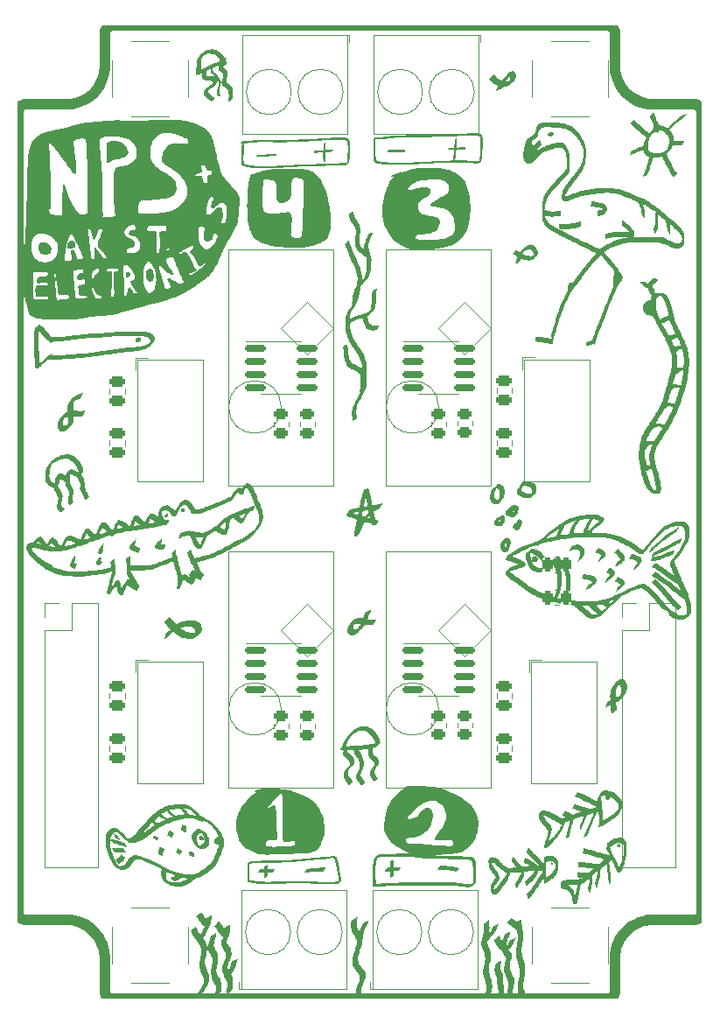
<source format=gto>
G04 #@! TF.GenerationSoftware,KiCad,Pcbnew,(6.0.0)*
G04 #@! TF.CreationDate,2022-08-16T09:33:42-05:00*
G04 #@! TF.ProjectId,mayfly-atlas-shield,6d617966-6c79-42d6-9174-6c61732d7368,rev?*
G04 #@! TF.SameCoordinates,Original*
G04 #@! TF.FileFunction,Legend,Top*
G04 #@! TF.FilePolarity,Positive*
%FSLAX46Y46*%
G04 Gerber Fmt 4.6, Leading zero omitted, Abs format (unit mm)*
G04 Created by KiCad (PCBNEW (6.0.0)) date 2022-08-16 09:33:42*
%MOMM*%
%LPD*%
G01*
G04 APERTURE LIST*
G04 Aperture macros list*
%AMRoundRect*
0 Rectangle with rounded corners*
0 $1 Rounding radius*
0 $2 $3 $4 $5 $6 $7 $8 $9 X,Y pos of 4 corners*
0 Add a 4 corners polygon primitive as box body*
4,1,4,$2,$3,$4,$5,$6,$7,$8,$9,$2,$3,0*
0 Add four circle primitives for the rounded corners*
1,1,$1+$1,$2,$3*
1,1,$1+$1,$4,$5*
1,1,$1+$1,$6,$7*
1,1,$1+$1,$8,$9*
0 Add four rect primitives between the rounded corners*
20,1,$1+$1,$2,$3,$4,$5,0*
20,1,$1+$1,$4,$5,$6,$7,0*
20,1,$1+$1,$6,$7,$8,$9,0*
20,1,$1+$1,$8,$9,$2,$3,0*%
G04 Aperture macros list end*
%ADD10C,0.120000*%
%ADD11RoundRect,0.250000X-0.450000X0.262500X-0.450000X-0.262500X0.450000X-0.262500X0.450000X0.262500X0*%
%ADD12RoundRect,0.250000X-0.262500X-0.450000X0.262500X-0.450000X0.262500X0.450000X-0.262500X0.450000X0*%
%ADD13C,1.600000*%
%ADD14R,1.600000X1.600000*%
%ADD15RoundRect,0.150000X-0.825000X-0.150000X0.825000X-0.150000X0.825000X0.150000X-0.825000X0.150000X0*%
%ADD16C,2.050000*%
%ADD17C,2.250000*%
%ADD18C,2.600000*%
%ADD19R,2.600000X2.600000*%
%ADD20RoundRect,0.250000X-0.475000X0.250000X-0.475000X-0.250000X0.475000X-0.250000X0.475000X0.250000X0*%
%ADD21RoundRect,0.250000X0.475000X-0.250000X0.475000X0.250000X-0.475000X0.250000X-0.475000X-0.250000X0*%
%ADD22R,2.000000X1.500000*%
%ADD23O,2.000000X1.500000*%
G04 APERTURE END LIST*
D10*
X109755000Y-137290436D02*
X109755000Y-137744564D01*
X111225000Y-137290436D02*
X111225000Y-137744564D01*
X134392936Y-122655000D02*
X134847064Y-122655000D01*
X134392936Y-121185000D02*
X134847064Y-121185000D01*
X107215000Y-108080436D02*
X107215000Y-108534564D01*
X108685000Y-108080436D02*
X108685000Y-108534564D01*
X123190000Y-135890000D02*
G75*
G03*
X123190000Y-135890000I-2540000J0D01*
G01*
X118110000Y-120650000D02*
X128270000Y-120650000D01*
X128270000Y-120650000D02*
X128270000Y-143510000D01*
X128270000Y-143510000D02*
X118110000Y-143510000D01*
X118110000Y-143510000D02*
X118110000Y-120650000D01*
X128270000Y-128270000D02*
X125730000Y-125730000D01*
X118110000Y-120650000D02*
X118110000Y-123190000D01*
X118110000Y-120650000D02*
X118110000Y-125730000D01*
X125730000Y-130810000D02*
X128270000Y-128270000D01*
X125730000Y-125730000D02*
X123190000Y-128270000D01*
X123190000Y-128270000D02*
X125730000Y-130810000D01*
X123190000Y-105430000D02*
X125140000Y-105430000D01*
X123190000Y-100310000D02*
X125140000Y-100310000D01*
X123190000Y-100310000D02*
X119740000Y-100310000D01*
X123190000Y-105430000D02*
X121240000Y-105430000D01*
X139570000Y-156950000D02*
X139570000Y-160550000D01*
X132210000Y-156950000D02*
X132210000Y-160550000D01*
X134090000Y-155070000D02*
X137690000Y-155070000D01*
X134090000Y-162430000D02*
X137690000Y-162430000D01*
X123190000Y-134640000D02*
X125140000Y-134640000D01*
X123190000Y-129520000D02*
X119740000Y-129520000D01*
X123190000Y-134640000D02*
X121240000Y-134640000D01*
X123190000Y-129520000D02*
X125140000Y-129520000D01*
X103880000Y-162980000D02*
X104280000Y-162980000D01*
X103880000Y-162340000D02*
X103880000Y-162980000D01*
X114240000Y-162540000D02*
X114240000Y-162980000D01*
X104120000Y-162980000D02*
X114240000Y-162980000D01*
X104120000Y-162540000D02*
X104120000Y-162980000D01*
X104120000Y-153420000D02*
X104120000Y-162540000D01*
X114240000Y-153420000D02*
X114240000Y-162540000D01*
X104120000Y-153420000D02*
X114240000Y-153420000D01*
X108860000Y-157480000D02*
G75*
G03*
X108860000Y-157480000I-2180000J0D01*
G01*
X113860000Y-157480000D02*
G75*
G03*
X113860000Y-157480000I-2180000J0D01*
G01*
X98930000Y-156950000D02*
X98930000Y-160550000D01*
X91570000Y-156950000D02*
X91570000Y-160550000D01*
X93450000Y-162430000D02*
X97050000Y-162430000D01*
X93450000Y-155070000D02*
X97050000Y-155070000D01*
X107950000Y-99060000D02*
X110490000Y-101600000D01*
X110490000Y-101600000D02*
X113030000Y-99060000D01*
X102870000Y-91440000D02*
X102870000Y-96520000D01*
X110490000Y-96520000D02*
X107950000Y-99060000D01*
X113030000Y-99060000D02*
X110490000Y-96520000D01*
X102870000Y-91440000D02*
X102870000Y-93980000D01*
X102870000Y-91440000D02*
X113030000Y-91440000D01*
X113030000Y-91440000D02*
X113030000Y-114300000D01*
X113030000Y-114300000D02*
X102870000Y-114300000D01*
X102870000Y-114300000D02*
X102870000Y-91440000D01*
X107950000Y-106680000D02*
G75*
G03*
X107950000Y-106680000I-2540000J0D01*
G01*
X123925000Y-137210436D02*
X123925000Y-137664564D01*
X122455000Y-137210436D02*
X122455000Y-137664564D01*
X91340000Y-104876248D02*
X91340000Y-105398752D01*
X92810000Y-104876248D02*
X92810000Y-105398752D01*
X107950000Y-105430000D02*
X109900000Y-105430000D01*
X107950000Y-100310000D02*
X104500000Y-100310000D01*
X107950000Y-105430000D02*
X106000000Y-105430000D01*
X107950000Y-100310000D02*
X109900000Y-100310000D01*
X128805000Y-104828748D02*
X128805000Y-105351252D01*
X130275000Y-104828748D02*
X130275000Y-105351252D01*
X130275000Y-110431252D02*
X130275000Y-109908748D01*
X128805000Y-110431252D02*
X128805000Y-109908748D01*
X93450000Y-78610000D02*
X97050000Y-78610000D01*
X91570000Y-73130000D02*
X91570000Y-76730000D01*
X98930000Y-73130000D02*
X98930000Y-76730000D01*
X93450000Y-71250000D02*
X97050000Y-71250000D01*
X128805000Y-139961252D02*
X128805000Y-139438748D01*
X130275000Y-139961252D02*
X130275000Y-139438748D01*
X138477500Y-131327500D02*
X138477500Y-143097500D01*
X133137500Y-131127500D02*
X131937500Y-131127500D01*
X131937500Y-131127500D02*
X131937500Y-132327500D01*
X132137500Y-131327500D02*
X132137500Y-143097500D01*
X138477500Y-131327500D02*
X132137500Y-131327500D01*
X138477500Y-143097500D02*
X132137500Y-143097500D01*
X126465000Y-108000436D02*
X126465000Y-108454564D01*
X124995000Y-108000436D02*
X124995000Y-108454564D01*
X92810000Y-110431252D02*
X92810000Y-109908748D01*
X91340000Y-110431252D02*
X91340000Y-109908748D01*
X108685000Y-137290436D02*
X108685000Y-137744564D01*
X107215000Y-137290436D02*
X107215000Y-137744564D01*
X109755000Y-108080436D02*
X109755000Y-108534564D01*
X111225000Y-108080436D02*
X111225000Y-108534564D01*
X110490000Y-130810000D02*
X113030000Y-128270000D01*
X102870000Y-120650000D02*
X102870000Y-125730000D01*
X113030000Y-128270000D02*
X110490000Y-125730000D01*
X110490000Y-125730000D02*
X107950000Y-128270000D01*
X102870000Y-120650000D02*
X102870000Y-123190000D01*
X107950000Y-128270000D02*
X110490000Y-130810000D01*
X102870000Y-120650000D02*
X113030000Y-120650000D01*
X113030000Y-120650000D02*
X113030000Y-143510000D01*
X113030000Y-143510000D02*
X102870000Y-143510000D01*
X102870000Y-143510000D02*
X102870000Y-120650000D01*
X107950000Y-135890000D02*
G75*
G03*
X107950000Y-135890000I-2540000J0D01*
G01*
X91340000Y-134358748D02*
X91340000Y-134881252D01*
X92810000Y-134358748D02*
X92810000Y-134881252D01*
X100377500Y-131327500D02*
X100377500Y-143097500D01*
X95037500Y-131127500D02*
X93837500Y-131127500D01*
X100377500Y-131327500D02*
X94037500Y-131327500D01*
X100377500Y-143097500D02*
X94037500Y-143097500D01*
X93837500Y-131127500D02*
X93837500Y-132327500D01*
X94037500Y-131327500D02*
X94037500Y-143097500D01*
X134090000Y-78610000D02*
X137690000Y-78610000D01*
X132210000Y-73130000D02*
X132210000Y-76730000D01*
X134090000Y-71250000D02*
X137690000Y-71250000D01*
X139570000Y-73130000D02*
X139570000Y-76730000D01*
X116820000Y-153420000D02*
X116820000Y-162540000D01*
X116820000Y-162540000D02*
X116820000Y-162980000D01*
X116580000Y-162340000D02*
X116580000Y-162980000D01*
X126940000Y-153420000D02*
X126940000Y-162540000D01*
X116820000Y-162980000D02*
X126940000Y-162980000D01*
X126940000Y-162540000D02*
X126940000Y-162980000D01*
X116580000Y-162980000D02*
X116980000Y-162980000D01*
X116820000Y-153420000D02*
X126940000Y-153420000D01*
X121560000Y-157480000D02*
G75*
G03*
X121560000Y-157480000I-2180000J0D01*
G01*
X126560000Y-157480000D02*
G75*
G03*
X126560000Y-157480000I-2180000J0D01*
G01*
X92810000Y-139961252D02*
X92810000Y-139438748D01*
X91340000Y-139961252D02*
X91340000Y-139438748D01*
X100377500Y-102117500D02*
X100377500Y-113887500D01*
X94037500Y-102117500D02*
X94037500Y-113887500D01*
X95037500Y-101917500D02*
X93837500Y-101917500D01*
X100377500Y-102117500D02*
X94037500Y-102117500D01*
X93837500Y-101917500D02*
X93837500Y-103117500D01*
X100377500Y-113887500D02*
X94037500Y-113887500D01*
X127020000Y-80260000D02*
X116900000Y-80260000D01*
X127260000Y-71340000D02*
X127260000Y-70700000D01*
X127020000Y-71140000D02*
X127020000Y-70700000D01*
X127020000Y-70700000D02*
X116900000Y-70700000D01*
X127020000Y-80260000D02*
X127020000Y-71140000D01*
X116900000Y-71140000D02*
X116900000Y-70700000D01*
X127260000Y-70700000D02*
X126860000Y-70700000D01*
X116900000Y-80260000D02*
X116900000Y-71140000D01*
X121640000Y-76200000D02*
G75*
G03*
X121640000Y-76200000I-2180000J0D01*
G01*
X126640000Y-76200000D02*
G75*
G03*
X126640000Y-76200000I-2180000J0D01*
G01*
X123190000Y-99060000D02*
X125730000Y-101600000D01*
X125730000Y-96520000D02*
X123190000Y-99060000D01*
X118110000Y-91440000D02*
X118110000Y-93980000D01*
X125730000Y-101600000D02*
X128270000Y-99060000D01*
X118110000Y-91440000D02*
X118110000Y-96520000D01*
X128270000Y-99060000D02*
X125730000Y-96520000D01*
X118110000Y-91440000D02*
X128270000Y-91440000D01*
X128270000Y-91440000D02*
X128270000Y-114300000D01*
X128270000Y-114300000D02*
X118110000Y-114300000D01*
X118110000Y-114300000D02*
X118110000Y-91440000D01*
X123190000Y-106680000D02*
G75*
G03*
X123190000Y-106680000I-2540000J0D01*
G01*
G36*
X86496273Y-113548185D02*
G01*
X86481078Y-113563352D01*
X86480740Y-113611651D01*
X86488491Y-113694147D01*
X86491185Y-113723460D01*
X86497692Y-113866024D01*
X86485998Y-113973508D01*
X86452661Y-114059546D01*
X86394241Y-114137770D01*
X86383840Y-114148901D01*
X86316751Y-114219225D01*
X86436699Y-114441586D01*
X86504441Y-114569147D01*
X86581314Y-114716934D01*
X86654094Y-114859442D01*
X86677201Y-114905451D01*
X86731519Y-115016609D01*
X86766396Y-115098374D01*
X86786021Y-115166438D01*
X86794582Y-115236493D01*
X86796270Y-115324230D01*
X86796108Y-115350841D01*
X86778231Y-115566202D01*
X86738844Y-115752258D01*
X86697740Y-115934545D01*
X86685091Y-116085848D01*
X86701006Y-116201976D01*
X86725840Y-116255329D01*
X86767197Y-116309941D01*
X86827172Y-116381944D01*
X86867790Y-116427991D01*
X86967125Y-116537725D01*
X86796047Y-116695225D01*
X86718742Y-116765421D01*
X86655277Y-116821240D01*
X86615072Y-116854480D01*
X86606791Y-116860010D01*
X86582278Y-116846080D01*
X86533309Y-116802616D01*
X86469252Y-116738123D01*
X86450351Y-116717956D01*
X86333872Y-116563171D01*
X86266840Y-116401768D01*
X86248470Y-116229781D01*
X86277978Y-116043245D01*
X86301819Y-115967045D01*
X86339897Y-115828538D01*
X86364062Y-115677767D01*
X86372954Y-115531355D01*
X86365211Y-115405923D01*
X86352456Y-115349007D01*
X86327903Y-115289733D01*
X86283479Y-115198199D01*
X86225092Y-115086033D01*
X86158649Y-114964866D01*
X86145668Y-114941903D01*
X86079284Y-114822995D01*
X86020395Y-114713668D01*
X85974611Y-114624606D01*
X85947539Y-114566498D01*
X85944629Y-114558863D01*
X85914524Y-114504708D01*
X85860737Y-114470579D01*
X85808553Y-114453896D01*
X85662993Y-114394981D01*
X85514764Y-114300496D01*
X85379621Y-114182322D01*
X85273320Y-114052339D01*
X85270701Y-114048320D01*
X85208723Y-113961349D01*
X85160335Y-113911826D01*
X85133417Y-113902586D01*
X85120757Y-113899888D01*
X85112169Y-113877820D01*
X85107366Y-113830151D01*
X85106059Y-113750649D01*
X85107961Y-113633083D01*
X85112784Y-113471220D01*
X85113092Y-113462001D01*
X85123299Y-113240927D01*
X85511625Y-113240927D01*
X85517325Y-113377847D01*
X85540760Y-113494913D01*
X85582443Y-113601594D01*
X85591942Y-113620461D01*
X85671353Y-113756566D01*
X85752783Y-113855935D01*
X85848637Y-113931663D01*
X85929634Y-113976958D01*
X86000810Y-114011668D01*
X86050976Y-114034712D01*
X86066217Y-114040401D01*
X86068568Y-114017269D01*
X86065907Y-113956537D01*
X86058813Y-113871196D01*
X86058550Y-113868518D01*
X86054262Y-113701160D01*
X86081270Y-113561680D01*
X86144257Y-113434564D01*
X86219120Y-113336623D01*
X86351166Y-113200624D01*
X86470284Y-113113434D01*
X86576281Y-113075187D01*
X86603552Y-113073266D01*
X86667129Y-113078513D01*
X86727746Y-113098245D01*
X86797069Y-113138451D01*
X86886762Y-113205121D01*
X86933706Y-113242773D01*
X87005054Y-113298188D01*
X87062087Y-113337830D01*
X87092599Y-113353223D01*
X87092774Y-113353226D01*
X87107082Y-113330600D01*
X87115198Y-113273898D01*
X87115892Y-113248470D01*
X87128067Y-113190912D01*
X87319499Y-113190912D01*
X87331879Y-113198530D01*
X87365713Y-113165835D01*
X87373647Y-113155982D01*
X87395658Y-113125835D01*
X87382479Y-113132155D01*
X87364038Y-113146373D01*
X87328789Y-113177769D01*
X87319499Y-113190912D01*
X87128067Y-113190912D01*
X87137124Y-113148096D01*
X87194301Y-113036881D01*
X87277644Y-112926353D01*
X87377375Y-112828037D01*
X87483713Y-112753461D01*
X87564903Y-112719202D01*
X87657021Y-112706196D01*
X87760570Y-112717836D01*
X87883756Y-112756270D01*
X88034783Y-112823647D01*
X88110281Y-112862028D01*
X88207035Y-112910237D01*
X88286718Y-112945527D01*
X88339015Y-112963582D01*
X88353614Y-112963867D01*
X88354887Y-112931109D01*
X88337925Y-112863867D01*
X88306874Y-112773378D01*
X88265879Y-112670876D01*
X88219084Y-112567597D01*
X88178014Y-112487896D01*
X88041365Y-112264277D01*
X87903955Y-112086749D01*
X87761975Y-111950595D01*
X87716197Y-111915879D01*
X87568516Y-111817346D01*
X87442229Y-111750838D01*
X87323843Y-111711314D01*
X87199864Y-111693735D01*
X87115892Y-111691632D01*
X86942620Y-111699873D01*
X86776234Y-111723915D01*
X86606640Y-111766710D01*
X86423744Y-111831212D01*
X86217452Y-111920373D01*
X86037488Y-112007104D01*
X85931296Y-112062423D01*
X85859088Y-112108407D01*
X85807968Y-112155554D01*
X85765041Y-112214366D01*
X85747392Y-112243312D01*
X85683912Y-112364767D01*
X85633529Y-112496472D01*
X85592173Y-112651436D01*
X85555773Y-112842671D01*
X85551387Y-112869659D01*
X85523149Y-113074687D01*
X85511625Y-113240927D01*
X85123299Y-113240927D01*
X85124129Y-113222950D01*
X85140946Y-113024364D01*
X85165504Y-112855952D01*
X85199767Y-112707421D01*
X85245697Y-112568477D01*
X85305258Y-112428828D01*
X85313410Y-112411543D01*
X85359740Y-112319249D01*
X85406211Y-112241363D01*
X85461226Y-112167084D01*
X85533185Y-112085614D01*
X85630489Y-111986151D01*
X85689554Y-111927976D01*
X85806102Y-111816143D01*
X85897931Y-111734259D01*
X85974858Y-111674878D01*
X86046698Y-111630553D01*
X86123265Y-111593837D01*
X86138473Y-111587393D01*
X86257280Y-111536344D01*
X86390245Y-111477053D01*
X86492344Y-111429945D01*
X86664537Y-111363798D01*
X86860513Y-111313425D01*
X87066495Y-111280418D01*
X87268706Y-111266368D01*
X87453366Y-111272866D01*
X87606025Y-111301301D01*
X87735801Y-111353867D01*
X87883074Y-111435469D01*
X88032180Y-111536527D01*
X88158319Y-111639171D01*
X88287464Y-111771898D01*
X88409674Y-111928439D01*
X88520972Y-112100445D01*
X88617379Y-112279569D01*
X88694920Y-112457464D01*
X88749615Y-112625782D01*
X88777488Y-112776175D01*
X88774561Y-112900296D01*
X88769667Y-112922218D01*
X88734207Y-113002875D01*
X88682231Y-113072202D01*
X88680539Y-113073814D01*
X88644529Y-113116444D01*
X88629661Y-113163596D01*
X88637620Y-113223865D01*
X88670087Y-113305844D01*
X88728748Y-113418129D01*
X88758251Y-113470519D01*
X88828094Y-113604664D01*
X88875635Y-113728966D01*
X88904132Y-113858327D01*
X88916843Y-114007644D01*
X88917028Y-114191820D01*
X88916924Y-114196067D01*
X88910180Y-114466262D01*
X89021093Y-114679634D01*
X89073446Y-114777568D01*
X89120761Y-114861135D01*
X89155845Y-114917841D01*
X89166351Y-114931988D01*
X89192537Y-114972565D01*
X89231780Y-115045957D01*
X89276791Y-115138319D01*
X89289848Y-115166600D01*
X89379000Y-115362230D01*
X89187694Y-115518551D01*
X89105490Y-115584206D01*
X89039199Y-115634292D01*
X88997657Y-115662291D01*
X88988208Y-115665703D01*
X88974181Y-115640066D01*
X88943984Y-115579826D01*
X88903288Y-115496359D01*
X88888518Y-115465651D01*
X88834302Y-115357622D01*
X88765138Y-115226922D01*
X88692249Y-115094537D01*
X88657170Y-115032986D01*
X88573585Y-114879745D01*
X88518291Y-114752564D01*
X88487979Y-114637598D01*
X88479338Y-114521001D01*
X88489059Y-114388928D01*
X88494113Y-114350857D01*
X88506292Y-114208333D01*
X88496059Y-114083510D01*
X88459656Y-113961045D01*
X88393324Y-113825596D01*
X88345564Y-113744628D01*
X88292937Y-113653659D01*
X88247736Y-113566363D01*
X88222809Y-113509351D01*
X88194802Y-113453903D01*
X88149602Y-113415445D01*
X88071721Y-113381422D01*
X88059698Y-113377130D01*
X87966158Y-113339178D01*
X87855320Y-113287107D01*
X87765698Y-113240094D01*
X87682729Y-113195700D01*
X87615583Y-113163430D01*
X87577744Y-113149722D01*
X87576235Y-113149619D01*
X87559629Y-113173188D01*
X87550047Y-113236832D01*
X87548557Y-113284735D01*
X87540971Y-113380319D01*
X87520885Y-113452547D01*
X87511190Y-113469254D01*
X87489147Y-113526847D01*
X87476474Y-113618740D01*
X87473532Y-113729137D01*
X87480684Y-113842237D01*
X87498294Y-113942244D01*
X87500172Y-113949227D01*
X87532244Y-114035108D01*
X87578489Y-114127715D01*
X87593505Y-114152834D01*
X87716263Y-114370094D01*
X87796863Y-114569995D01*
X87837213Y-114760655D01*
X87839222Y-114950189D01*
X87816090Y-115099348D01*
X87776809Y-115305993D01*
X87759377Y-115472298D01*
X87763665Y-115603835D01*
X87789546Y-115706176D01*
X87801561Y-115732131D01*
X87854198Y-115833179D01*
X87683842Y-116004852D01*
X87596086Y-116090510D01*
X87533885Y-116138387D01*
X87488109Y-116147960D01*
X87449631Y-116118706D01*
X87409322Y-116050100D01*
X87379324Y-115987395D01*
X87331633Y-115836321D01*
X87322344Y-115666077D01*
X87351366Y-115470492D01*
X87370401Y-115395472D01*
X87407273Y-115215678D01*
X87420031Y-115038921D01*
X87407904Y-114882204D01*
X87396036Y-114829378D01*
X87372060Y-114768323D01*
X87328630Y-114678963D01*
X87273208Y-114576199D01*
X87243050Y-114523968D01*
X87169556Y-114394150D01*
X87119509Y-114288013D01*
X87086658Y-114187896D01*
X87064749Y-114076141D01*
X87053323Y-113988090D01*
X87042384Y-113907198D01*
X87026145Y-113861889D01*
X86993812Y-113837144D01*
X86934593Y-113817941D01*
X86930160Y-113816697D01*
X86849296Y-113783612D01*
X86755799Y-113730656D01*
X86698642Y-113690850D01*
X86598289Y-113612998D01*
X86593171Y-113609237D01*
X87064990Y-113609237D01*
X87073169Y-113632362D01*
X87091936Y-113612188D01*
X87100152Y-113593688D01*
X87101930Y-113567416D01*
X87090149Y-113569739D01*
X87065894Y-113602325D01*
X87064990Y-113609237D01*
X86593171Y-113609237D01*
X86533088Y-113565089D01*
X86496273Y-113548185D01*
G37*
G36*
X112253248Y-151234588D02*
G01*
X112243725Y-151256347D01*
X112214357Y-151311582D01*
X112170820Y-151389725D01*
X112155420Y-151416795D01*
X112053001Y-151595998D01*
X111463655Y-151625792D01*
X111275790Y-151636437D01*
X111086903Y-151649195D01*
X110909047Y-151663102D01*
X110754277Y-151677195D01*
X110634648Y-151690509D01*
X110607074Y-151694257D01*
X110449999Y-151716912D01*
X110336311Y-151733007D01*
X110259033Y-151743356D01*
X110211188Y-151748774D01*
X110185797Y-151750076D01*
X110175884Y-151748076D01*
X110174409Y-151744760D01*
X110186435Y-151721084D01*
X110217448Y-151666760D01*
X110259847Y-151594545D01*
X110306033Y-151517197D01*
X110348406Y-151447476D01*
X110379365Y-151398138D01*
X110390133Y-151382612D01*
X110421193Y-151373048D01*
X110495374Y-151360765D01*
X110605010Y-151346507D01*
X110742440Y-151331018D01*
X110899998Y-151315041D01*
X111070020Y-151299320D01*
X111244844Y-151284598D01*
X111416806Y-151271618D01*
X111578240Y-151261125D01*
X111714188Y-151254165D01*
X111873200Y-151247591D01*
X112013817Y-151242056D01*
X112128530Y-151237831D01*
X112209826Y-151235188D01*
X112250197Y-151234402D01*
X112253248Y-151234588D01*
G37*
G36*
X137406873Y-122882631D02*
G01*
X137514028Y-122895022D01*
X137644243Y-122915846D01*
X137785050Y-122942453D01*
X137923983Y-122972192D01*
X138048574Y-123002410D01*
X138146356Y-123030456D01*
X138200800Y-123051477D01*
X138290765Y-123113132D01*
X138377357Y-123197144D01*
X138439064Y-123282577D01*
X138439907Y-123284177D01*
X138473283Y-123399880D01*
X138456882Y-123520262D01*
X138431272Y-123578361D01*
X138376238Y-123660514D01*
X138292774Y-123762435D01*
X138192270Y-123872185D01*
X138086117Y-123977826D01*
X137985708Y-124067420D01*
X137911051Y-124123569D01*
X137842071Y-124164480D01*
X137752735Y-124212135D01*
X137655768Y-124260417D01*
X137563893Y-124303212D01*
X137489837Y-124334404D01*
X137446325Y-124347878D01*
X137444015Y-124348016D01*
X137449117Y-124326755D01*
X137471660Y-124269989D01*
X137507353Y-124188244D01*
X137524414Y-124150771D01*
X137567385Y-124057087D01*
X137602625Y-123979625D01*
X137624307Y-123931214D01*
X137627539Y-123923691D01*
X137657106Y-123896846D01*
X137717030Y-123864392D01*
X137746062Y-123852036D01*
X137891780Y-123784284D01*
X137988564Y-123715600D01*
X138036033Y-123646945D01*
X138033809Y-123579283D01*
X137981513Y-123513578D01*
X137899861Y-123461246D01*
X137832741Y-123436123D01*
X137727911Y-123407881D01*
X137598239Y-123379113D01*
X137456595Y-123352414D01*
X137315848Y-123330378D01*
X137188869Y-123315597D01*
X137169080Y-123313955D01*
X136953879Y-123297413D01*
X137084935Y-123082416D01*
X137215992Y-122867419D01*
X137406873Y-122882631D01*
G37*
G36*
X97995953Y-149353374D02*
G01*
X98053349Y-149386269D01*
X98129157Y-149432255D01*
X98211903Y-149484099D01*
X98290111Y-149534570D01*
X98352308Y-149576434D01*
X98387019Y-149602461D01*
X98390641Y-149606900D01*
X98378941Y-149629746D01*
X98347677Y-149686387D01*
X98302600Y-149766461D01*
X98280755Y-149804898D01*
X98170868Y-149997724D01*
X97973898Y-149875666D01*
X97885652Y-149820489D01*
X97814851Y-149775294D01*
X97771962Y-149746808D01*
X97764383Y-149741064D01*
X97768152Y-149713206D01*
X97791221Y-149654267D01*
X97827072Y-149577031D01*
X97869187Y-149494285D01*
X97911047Y-149418814D01*
X97946134Y-149363404D01*
X97967930Y-149340840D01*
X97968444Y-149340801D01*
X97995953Y-149353374D01*
G37*
G36*
X116993992Y-80604355D02*
G01*
X117064223Y-80571550D01*
X117105138Y-80568509D01*
X117110204Y-80573152D01*
X117143709Y-80584565D01*
X117222322Y-80589309D01*
X117340733Y-80587695D01*
X117493630Y-80580039D01*
X117675700Y-80566654D01*
X117881633Y-80547852D01*
X118106117Y-80523949D01*
X118267795Y-80504800D01*
X118437016Y-80484472D01*
X118596595Y-80466643D01*
X118751510Y-80451082D01*
X118906736Y-80437558D01*
X119067249Y-80425841D01*
X119238025Y-80415699D01*
X119424039Y-80406902D01*
X119630267Y-80399220D01*
X119861686Y-80392421D01*
X120123270Y-80386275D01*
X120419996Y-80380551D01*
X120756839Y-80375019D01*
X121138776Y-80369447D01*
X121207374Y-80368496D01*
X121503039Y-80364061D01*
X121791376Y-80359052D01*
X122067056Y-80353605D01*
X122324748Y-80347856D01*
X122559119Y-80341941D01*
X122764841Y-80335996D01*
X122936582Y-80330158D01*
X123069010Y-80324562D01*
X123156796Y-80319344D01*
X123167094Y-80318487D01*
X123258022Y-80312191D01*
X123392795Y-80305337D01*
X123564364Y-80298169D01*
X123765678Y-80290932D01*
X123989687Y-80283869D01*
X124229341Y-80277224D01*
X124477591Y-80271242D01*
X124617795Y-80268271D01*
X124958919Y-80260659D01*
X125251506Y-80252472D01*
X125497917Y-80243608D01*
X125700515Y-80233960D01*
X125861661Y-80223424D01*
X125983718Y-80211896D01*
X126030320Y-80205803D01*
X126249659Y-80181274D01*
X126472889Y-80170530D01*
X126690108Y-80173019D01*
X126891412Y-80188188D01*
X127066900Y-80215488D01*
X127206669Y-80254367D01*
X127251964Y-80273829D01*
X127307306Y-80302543D01*
X127351802Y-80331695D01*
X127386532Y-80366827D01*
X127412574Y-80413484D01*
X127431009Y-80477207D01*
X127442916Y-80563539D01*
X127449374Y-80678024D01*
X127451462Y-80826204D01*
X127450260Y-81013622D01*
X127446847Y-81245820D01*
X127446415Y-81272364D01*
X127437591Y-81647878D01*
X127424146Y-81973479D01*
X127406006Y-82249954D01*
X127383094Y-82478090D01*
X127355336Y-82658672D01*
X127322658Y-82792487D01*
X127294779Y-82862819D01*
X127205023Y-82983449D01*
X127120291Y-83048937D01*
X127004131Y-83120753D01*
X126192727Y-83078159D01*
X125901313Y-83065552D01*
X125576026Y-83056201D01*
X125225699Y-83050047D01*
X124859164Y-83047031D01*
X124485254Y-83047095D01*
X124112800Y-83050181D01*
X123750635Y-83056230D01*
X123407591Y-83065184D01*
X123092501Y-83076984D01*
X122814198Y-83091572D01*
X122670801Y-83101465D01*
X122483171Y-83115068D01*
X122263143Y-83129707D01*
X122029174Y-83144234D01*
X121799720Y-83157502D01*
X121601863Y-83167937D01*
X121399579Y-83178066D01*
X121180427Y-83189248D01*
X120961253Y-83200610D01*
X120758902Y-83211279D01*
X120590219Y-83220380D01*
X120587367Y-83220537D01*
X120428384Y-83227253D01*
X120227859Y-83232562D01*
X119995132Y-83236469D01*
X119739543Y-83238980D01*
X119470432Y-83240100D01*
X119197140Y-83239834D01*
X118929005Y-83238189D01*
X118675369Y-83235170D01*
X118445571Y-83230782D01*
X118248951Y-83225030D01*
X118115090Y-83219085D01*
X117845689Y-83199663D01*
X117604281Y-83173050D01*
X117395893Y-83140120D01*
X117225555Y-83101744D01*
X117098294Y-83058795D01*
X117049595Y-83034214D01*
X117013435Y-83011385D01*
X116983338Y-82987340D01*
X116958749Y-82957464D01*
X116939112Y-82917140D01*
X116923871Y-82861751D01*
X116912472Y-82786683D01*
X116904359Y-82687317D01*
X116898978Y-82559039D01*
X116895772Y-82397231D01*
X116894187Y-82197277D01*
X116893667Y-81954562D01*
X116893643Y-81737661D01*
X116893643Y-81735141D01*
X117097054Y-81735141D01*
X117097243Y-81996037D01*
X117098292Y-82210864D01*
X117100920Y-82384457D01*
X117105846Y-82521649D01*
X117113790Y-82627272D01*
X117125472Y-82706162D01*
X117141612Y-82763150D01*
X117162930Y-82803071D01*
X117190144Y-82830758D01*
X117223975Y-82851045D01*
X117265143Y-82868765D01*
X117265902Y-82869068D01*
X117398932Y-82909605D01*
X117580305Y-82944685D01*
X117807750Y-82974240D01*
X118078993Y-82998202D01*
X118391763Y-83016504D01*
X118743787Y-83029077D01*
X119132793Y-83035854D01*
X119556508Y-83036767D01*
X120012661Y-83031748D01*
X120498978Y-83020729D01*
X121013188Y-83003644D01*
X121334629Y-82990431D01*
X121594760Y-82978615D01*
X121858866Y-82965913D01*
X122118383Y-82952787D01*
X122364747Y-82939696D01*
X122589391Y-82927100D01*
X122783751Y-82915458D01*
X122939262Y-82905231D01*
X122988938Y-82901619D01*
X123187376Y-82887975D01*
X123416289Y-82874423D01*
X123655262Y-82862040D01*
X123883876Y-82851900D01*
X124038389Y-82846348D01*
X124578822Y-82829548D01*
X124590669Y-82750856D01*
X124597335Y-82695090D01*
X124606877Y-82600541D01*
X124618240Y-82479177D01*
X124630369Y-82342965D01*
X124642208Y-82203872D01*
X124652701Y-82073865D01*
X124660794Y-81964912D01*
X124663260Y-81927725D01*
X124670042Y-81819559D01*
X124370322Y-81819559D01*
X124253605Y-81818508D01*
X124158127Y-81815649D01*
X124093818Y-81811420D01*
X124070601Y-81806328D01*
X124083032Y-81778821D01*
X124114557Y-81724131D01*
X124134547Y-81691799D01*
X124198494Y-81590501D01*
X124701310Y-81590501D01*
X124720503Y-81304178D01*
X124728757Y-81174058D01*
X124735854Y-81049308D01*
X124740883Y-80946662D01*
X124742705Y-80896199D01*
X124747690Y-80822010D01*
X124765896Y-80775741D01*
X124809220Y-80737861D01*
X124857371Y-80707957D01*
X124969029Y-80641373D01*
X124950890Y-80944143D01*
X124941604Y-81083344D01*
X124930693Y-81222787D01*
X124919684Y-81343957D01*
X124912206Y-81412344D01*
X124902189Y-81497121D01*
X124895934Y-81558274D01*
X124894781Y-81582090D01*
X124919887Y-81582254D01*
X124987612Y-81580039D01*
X125089745Y-81575785D01*
X125218075Y-81569829D01*
X125342577Y-81563633D01*
X125504285Y-81556707D01*
X125638259Y-81553690D01*
X125738045Y-81554579D01*
X125797188Y-81559371D01*
X125810211Y-81563818D01*
X125812876Y-81599466D01*
X125786844Y-81660932D01*
X125776963Y-81677716D01*
X125720758Y-81768657D01*
X125459333Y-81768657D01*
X125327487Y-81770350D01*
X125194684Y-81774880D01*
X125081930Y-81781428D01*
X125041951Y-81784958D01*
X124986948Y-81789677D01*
X124945425Y-81795055D01*
X124914970Y-81807536D01*
X124893167Y-81833561D01*
X124877604Y-81879576D01*
X124865865Y-81952022D01*
X124855537Y-82057344D01*
X124844205Y-82201984D01*
X124833505Y-82341302D01*
X124821651Y-82474858D01*
X124808887Y-82589162D01*
X124796425Y-82675187D01*
X124785482Y-82723906D01*
X124781011Y-82731436D01*
X124745591Y-82752614D01*
X124705899Y-82782338D01*
X124690536Y-82796986D01*
X124689738Y-82807827D01*
X124709382Y-82815433D01*
X124755342Y-82820374D01*
X124833495Y-82823219D01*
X124949717Y-82824540D01*
X125109883Y-82824906D01*
X125144587Y-82824914D01*
X125292542Y-82826066D01*
X125464965Y-82829288D01*
X125654606Y-82834266D01*
X125854211Y-82840685D01*
X126056529Y-82848234D01*
X126254309Y-82856596D01*
X126440298Y-82865460D01*
X126607245Y-82874510D01*
X126747898Y-82883432D01*
X126855004Y-82891914D01*
X126921313Y-82899640D01*
X126934583Y-82902391D01*
X127016331Y-82903951D01*
X127087776Y-82869204D01*
X127131426Y-82807565D01*
X127134930Y-82794582D01*
X127153177Y-82685308D01*
X127170750Y-82539344D01*
X127187328Y-82364078D01*
X127202586Y-82166899D01*
X127216201Y-81955195D01*
X127227851Y-81736356D01*
X127237213Y-81517770D01*
X127243963Y-81306827D01*
X127247778Y-81110914D01*
X127248336Y-80937420D01*
X127245313Y-80793736D01*
X127238385Y-80687248D01*
X127229466Y-80632503D01*
X127195161Y-80549426D01*
X127139187Y-80490998D01*
X127051620Y-80450161D01*
X126933143Y-80421787D01*
X126817135Y-80407437D01*
X126663728Y-80398661D01*
X126486105Y-80395339D01*
X126297448Y-80397353D01*
X126110941Y-80404582D01*
X125939766Y-80416910D01*
X125812108Y-80431906D01*
X125702491Y-80444414D01*
X125552030Y-80455240D01*
X125358620Y-80464470D01*
X125120159Y-80472189D01*
X124834543Y-80478485D01*
X124579619Y-80482436D01*
X124339570Y-80486183D01*
X124097028Y-80491028D01*
X123861108Y-80496715D01*
X123640924Y-80502988D01*
X123445593Y-80509589D01*
X123284230Y-80516263D01*
X123179819Y-80521848D01*
X122881847Y-80540339D01*
X122623421Y-80555526D01*
X122394294Y-80567734D01*
X122184220Y-80577287D01*
X121982952Y-80584510D01*
X121780243Y-80589727D01*
X121565848Y-80593263D01*
X121329519Y-80595443D01*
X121061010Y-80596590D01*
X120807379Y-80596990D01*
X120422068Y-80598173D01*
X120080802Y-80601264D01*
X119776751Y-80606579D01*
X119503083Y-80614432D01*
X119252968Y-80625139D01*
X119019574Y-80639014D01*
X118796070Y-80656372D01*
X118575625Y-80677528D01*
X118351407Y-80702797D01*
X118255070Y-80714637D01*
X118071813Y-80736259D01*
X117879628Y-80756540D01*
X117693984Y-80774011D01*
X117530348Y-80787200D01*
X117421553Y-80793879D01*
X117097054Y-80809209D01*
X117097054Y-81735141D01*
X116893643Y-81735141D01*
X116893839Y-80661543D01*
X116993992Y-80604355D01*
G37*
G36*
X101151125Y-118501217D02*
G01*
X101327534Y-118391367D01*
X101490889Y-118280742D01*
X101493313Y-118278929D01*
X101980242Y-118278929D01*
X102215151Y-118422710D01*
X102313542Y-118481642D01*
X102397095Y-118529291D01*
X102455646Y-118560006D01*
X102477474Y-118568576D01*
X102495748Y-118546755D01*
X102516477Y-118487733D01*
X102533711Y-118411593D01*
X102553118Y-118295630D01*
X102571337Y-118171090D01*
X102587144Y-118048585D01*
X102599316Y-117938726D01*
X102606629Y-117852123D01*
X102607860Y-117799387D01*
X102605526Y-117788686D01*
X102578610Y-117795409D01*
X102521326Y-117829921D01*
X102441536Y-117886406D01*
X102347102Y-117959047D01*
X102245889Y-118042027D01*
X102149939Y-118125747D01*
X101980242Y-118278929D01*
X101493313Y-118278929D01*
X101610180Y-118191530D01*
X101696041Y-118120294D01*
X101805582Y-118024999D01*
X101925960Y-117917038D01*
X102044329Y-117807804D01*
X102068296Y-117785232D01*
X102276990Y-117596517D01*
X102470050Y-117442187D01*
X102659790Y-117314088D01*
X102858526Y-117204062D01*
X102880506Y-117194062D01*
X103903356Y-117194062D01*
X103903677Y-117216705D01*
X103935472Y-117256670D01*
X103955445Y-117278167D01*
X104028751Y-117346302D01*
X104107428Y-117404133D01*
X104176711Y-117441741D01*
X104212279Y-117450726D01*
X104236232Y-117429370D01*
X104275709Y-117371687D01*
X104324512Y-117287384D01*
X104360210Y-117219110D01*
X104407882Y-117121666D01*
X104444211Y-117042523D01*
X104464761Y-116991649D01*
X104467374Y-116978189D01*
X104441687Y-116982898D01*
X104380398Y-117002140D01*
X104295196Y-117031627D01*
X104197771Y-117067066D01*
X104099815Y-117104166D01*
X104013016Y-117138638D01*
X103949066Y-117166190D01*
X103931282Y-117174958D01*
X103903356Y-117194062D01*
X102880506Y-117194062D01*
X103078572Y-117103952D01*
X103126743Y-117084192D01*
X103229618Y-117042118D01*
X103363960Y-116986420D01*
X103514437Y-116923492D01*
X103665715Y-116859728D01*
X103709880Y-116841002D01*
X103885309Y-116767734D01*
X104073847Y-116691156D01*
X104269672Y-116613433D01*
X104466964Y-116536726D01*
X104659902Y-116463199D01*
X104842664Y-116395014D01*
X105009431Y-116334334D01*
X105154380Y-116283321D01*
X105271692Y-116244139D01*
X105355546Y-116218949D01*
X105400120Y-116209916D01*
X105405419Y-116211024D01*
X105402259Y-116237534D01*
X105386425Y-116301297D01*
X105360836Y-116391109D01*
X105344397Y-116445183D01*
X105274501Y-116670469D01*
X105072403Y-116737896D01*
X104870306Y-116805323D01*
X104652768Y-117185385D01*
X104534983Y-117388770D01*
X104437169Y-117551279D01*
X104355844Y-117677215D01*
X104287527Y-117770877D01*
X104228737Y-117836569D01*
X104175993Y-117878591D01*
X104125812Y-117901245D01*
X104074713Y-117908833D01*
X104067165Y-117908938D01*
X103982015Y-117897767D01*
X103892815Y-117860990D01*
X103790570Y-117793714D01*
X103666284Y-117691045D01*
X103665620Y-117690459D01*
X103586530Y-117623240D01*
X103514786Y-117566726D01*
X103464746Y-117532177D01*
X103461410Y-117530322D01*
X103421865Y-117499442D01*
X103424429Y-117461849D01*
X103429596Y-117451426D01*
X103450368Y-117408070D01*
X103455370Y-117392176D01*
X103433562Y-117396295D01*
X103374883Y-117416377D01*
X103289449Y-117448810D01*
X103228270Y-117473218D01*
X103001170Y-117565350D01*
X102984923Y-117718056D01*
X102974422Y-117803567D01*
X102957853Y-117923374D01*
X102937496Y-118061559D01*
X102915720Y-118201623D01*
X102889266Y-118354781D01*
X102863053Y-118473246D01*
X102832383Y-118572987D01*
X102792556Y-118669973D01*
X102754696Y-118748817D01*
X102686310Y-118878997D01*
X102628764Y-118968693D01*
X102574553Y-119024905D01*
X102516174Y-119054629D01*
X102446123Y-119064865D01*
X102415537Y-119065111D01*
X102354013Y-119059617D01*
X102290558Y-119042012D01*
X102213876Y-119007605D01*
X102112671Y-118951704D01*
X102042845Y-118910326D01*
X101930146Y-118843039D01*
X101822672Y-118779638D01*
X101734146Y-118728176D01*
X101686533Y-118701206D01*
X101584729Y-118645028D01*
X101340035Y-118806485D01*
X101219257Y-118883900D01*
X101091639Y-118961973D01*
X100975733Y-119029513D01*
X100916944Y-119061687D01*
X100841734Y-119101944D01*
X100786986Y-119137037D01*
X100746547Y-119176383D01*
X100714258Y-119229395D01*
X100683965Y-119305491D01*
X100649510Y-119414086D01*
X100618565Y-119518033D01*
X100555622Y-119699968D01*
X100477861Y-119876939D01*
X100390274Y-120040820D01*
X100297852Y-120183484D01*
X100205587Y-120296803D01*
X100118469Y-120372651D01*
X100081307Y-120392801D01*
X100003427Y-120420501D01*
X99943527Y-120423631D01*
X99875028Y-120402225D01*
X99853595Y-120393109D01*
X99757796Y-120328387D01*
X99655844Y-120216518D01*
X99549710Y-120060604D01*
X99441366Y-119863749D01*
X99332785Y-119629055D01*
X99269440Y-119474168D01*
X99182168Y-119251214D01*
X99662460Y-119251214D01*
X99720208Y-119375416D01*
X99791886Y-119520619D01*
X99866990Y-119657364D01*
X99938596Y-119773888D01*
X99999781Y-119858431D01*
X100014335Y-119875020D01*
X100064928Y-119923261D01*
X100105244Y-119942955D01*
X100139925Y-119929925D01*
X100173611Y-119879994D01*
X100210943Y-119788983D01*
X100254647Y-119658687D01*
X100292092Y-119542652D01*
X100324897Y-119442261D01*
X100349375Y-119368718D01*
X100361453Y-119334188D01*
X100361444Y-119316456D01*
X100339273Y-119305113D01*
X100286832Y-119298835D01*
X100196014Y-119296295D01*
X100127963Y-119296012D01*
X100006134Y-119293662D01*
X99890466Y-119287377D01*
X99799217Y-119278301D01*
X99770989Y-119273613D01*
X99662460Y-119251214D01*
X99182168Y-119251214D01*
X99139929Y-119143306D01*
X98993639Y-119135653D01*
X98883044Y-119137158D01*
X98761144Y-119154367D01*
X98619077Y-119189385D01*
X98447985Y-119244319D01*
X98282705Y-119304608D01*
X98176973Y-119344043D01*
X98090635Y-119375120D01*
X98033584Y-119394353D01*
X98015526Y-119398800D01*
X98020481Y-119374369D01*
X98038726Y-119312341D01*
X98067055Y-119223275D01*
X98088750Y-119157698D01*
X98126281Y-119048512D01*
X98155412Y-118976891D01*
X98183359Y-118931956D01*
X98217336Y-118902822D01*
X98264557Y-118878610D01*
X98277655Y-118872767D01*
X98400717Y-118824241D01*
X98548809Y-118774758D01*
X98705949Y-118728829D01*
X98856159Y-118690968D01*
X98983457Y-118665686D01*
X99034517Y-118659078D01*
X99129163Y-118655355D01*
X99238683Y-118661418D01*
X99370272Y-118678340D01*
X99531126Y-118707190D01*
X99728441Y-118749039D01*
X99892244Y-118786673D01*
X100074312Y-118824114D01*
X100225522Y-118840592D01*
X100361749Y-118835321D01*
X100498866Y-118807515D01*
X100652748Y-118756388D01*
X100675051Y-118747896D01*
X100811737Y-118687303D01*
X100944216Y-118618385D01*
X102571202Y-118618385D01*
X102589846Y-118606187D01*
X102593198Y-118602899D01*
X102613301Y-118569530D01*
X102610575Y-118557262D01*
X102591643Y-118564900D01*
X102578951Y-118588652D01*
X102571202Y-118618385D01*
X100944216Y-118618385D01*
X100974811Y-118602469D01*
X101151125Y-118501217D01*
G37*
G36*
X87740585Y-90565289D02*
G01*
X87842719Y-90609679D01*
X87931941Y-90693469D01*
X88001217Y-90816659D01*
X88035735Y-90934312D01*
X88050525Y-91047771D01*
X88039800Y-91135948D01*
X87998499Y-91203996D01*
X87921560Y-91257067D01*
X87803922Y-91300313D01*
X87640521Y-91338888D01*
X87637726Y-91339452D01*
X87503723Y-91365647D01*
X87409952Y-91381076D01*
X87346931Y-91385925D01*
X87305181Y-91380377D01*
X87275222Y-91364615D01*
X87255449Y-91346864D01*
X87229773Y-91299414D01*
X87223965Y-91224162D01*
X87238408Y-91115293D01*
X87273479Y-90966996D01*
X87282383Y-90934324D01*
X87343585Y-90781719D01*
X87427039Y-90668513D01*
X87525712Y-90594706D01*
X87632572Y-90560298D01*
X87740585Y-90565289D01*
G37*
G36*
X136832659Y-120032342D02*
G01*
X137005554Y-120107667D01*
X137142430Y-120215593D01*
X137241200Y-120350780D01*
X137299782Y-120507892D01*
X137316089Y-120681588D01*
X137288038Y-120866530D01*
X137224415Y-121035561D01*
X137181787Y-121103426D01*
X137111055Y-121195067D01*
X137021742Y-121299975D01*
X136923368Y-121407642D01*
X136825456Y-121507562D01*
X136737526Y-121589224D01*
X136683759Y-121632238D01*
X136635148Y-121665448D01*
X136618724Y-121669156D01*
X136625652Y-121643999D01*
X136628806Y-121636185D01*
X136647019Y-121589193D01*
X136676797Y-121509983D01*
X136712283Y-121414161D01*
X136719060Y-121395711D01*
X136759581Y-121288419D01*
X136800479Y-121185284D01*
X136833374Y-121107396D01*
X136835346Y-121103026D01*
X136866789Y-120999241D01*
X136882474Y-120870940D01*
X136883372Y-120840387D01*
X136882556Y-120750827D01*
X136872523Y-120692856D01*
X136845567Y-120647184D01*
X136793978Y-120594522D01*
X136779828Y-120581268D01*
X136654727Y-120489948D01*
X136519211Y-120442346D01*
X136368989Y-120438288D01*
X136199770Y-120477600D01*
X136026162Y-120550669D01*
X135937957Y-120592476D01*
X135870115Y-120621465D01*
X135832924Y-120633382D01*
X135828918Y-120632218D01*
X135837852Y-120603132D01*
X135861761Y-120538502D01*
X135896306Y-120449877D01*
X135914640Y-120404065D01*
X135961108Y-120296497D01*
X136006230Y-120219316D01*
X136060886Y-120163277D01*
X136135953Y-120119133D01*
X136242311Y-120077639D01*
X136334254Y-120047429D01*
X136512896Y-120005188D01*
X136674929Y-120000790D01*
X136832659Y-120032342D01*
G37*
G36*
X98558688Y-116462510D02*
G01*
X98592783Y-116485073D01*
X98614652Y-116540541D01*
X98618361Y-116553677D01*
X98639931Y-116646639D01*
X98640406Y-116707729D01*
X98618348Y-116752028D01*
X98597405Y-116773516D01*
X98516076Y-116816892D01*
X98416302Y-116829193D01*
X98321592Y-116808166D01*
X98307926Y-116801249D01*
X98250950Y-116746989D01*
X98233886Y-116678826D01*
X98251522Y-116606412D01*
X98298646Y-116539398D01*
X98370043Y-116487433D01*
X98460503Y-116460168D01*
X98493201Y-116458236D01*
X98558688Y-116462510D01*
G37*
G36*
X97912219Y-123006262D02*
G01*
X97838808Y-122732082D01*
X97808110Y-122636222D01*
X97756781Y-122475328D01*
X97705345Y-122303764D01*
X97658972Y-122139433D01*
X97622830Y-122000242D01*
X97615281Y-121968356D01*
X97587955Y-121849516D01*
X97563678Y-121744068D01*
X97545419Y-121664900D01*
X97537080Y-121628886D01*
X97518495Y-121588489D01*
X97492448Y-121593445D01*
X97454543Y-121613728D01*
X97375505Y-121649166D01*
X97261917Y-121697190D01*
X97120363Y-121755230D01*
X96957425Y-121820718D01*
X96779687Y-121891082D01*
X96593732Y-121963755D01*
X96406143Y-122036167D01*
X96223503Y-122105747D01*
X96052395Y-122169927D01*
X95899403Y-122226138D01*
X95771110Y-122271809D01*
X95674098Y-122304371D01*
X95658564Y-122309227D01*
X95348079Y-122388168D01*
X95001232Y-122447041D01*
X94628899Y-122484738D01*
X94241958Y-122500147D01*
X93860381Y-122492623D01*
X93711215Y-122485655D01*
X93580496Y-122480502D01*
X93476337Y-122477405D01*
X93406854Y-122476607D01*
X93380190Y-122478318D01*
X93383944Y-122507141D01*
X93409401Y-122570314D01*
X93451857Y-122658669D01*
X93506610Y-122763041D01*
X93568958Y-122874260D01*
X93634198Y-122983161D01*
X93660405Y-123024569D01*
X93722975Y-123124265D01*
X93797736Y-123247481D01*
X93879149Y-123384642D01*
X93961678Y-123526170D01*
X94039784Y-123662488D01*
X94107932Y-123784018D01*
X94160582Y-123881185D01*
X94192046Y-123944069D01*
X94203826Y-123980935D01*
X94202718Y-124022155D01*
X94185825Y-124079115D01*
X94150250Y-124163206D01*
X94119215Y-124230391D01*
X94065331Y-124340386D01*
X94022489Y-124408827D01*
X93982456Y-124441271D01*
X93936998Y-124443274D01*
X93877881Y-124420393D01*
X93854867Y-124408792D01*
X93759177Y-124355033D01*
X93639135Y-124281403D01*
X93507796Y-124196564D01*
X93378218Y-124109179D01*
X93263453Y-124027909D01*
X93176560Y-123961417D01*
X93161354Y-123948664D01*
X93034973Y-123839761D01*
X92918020Y-124189329D01*
X92844333Y-124400759D01*
X92778896Y-124567101D01*
X92718775Y-124692926D01*
X92661038Y-124782806D01*
X92602752Y-124841312D01*
X92540986Y-124873014D01*
X92473306Y-124882485D01*
X92377030Y-124862046D01*
X92317850Y-124818421D01*
X92246997Y-124724898D01*
X92181649Y-124590396D01*
X92120838Y-124412223D01*
X92063598Y-124187690D01*
X92026543Y-124008841D01*
X91998046Y-123860548D01*
X91934961Y-123945214D01*
X91897083Y-123999586D01*
X91840147Y-124085638D01*
X91771764Y-124191695D01*
X91699547Y-124306082D01*
X91697202Y-124309839D01*
X91586054Y-124482367D01*
X91493153Y-124612344D01*
X91414529Y-124703017D01*
X91346215Y-124757633D01*
X91284241Y-124779439D01*
X91224639Y-124771683D01*
X91169264Y-124741773D01*
X91128864Y-124702360D01*
X91103105Y-124647828D01*
X91092627Y-124573908D01*
X91098068Y-124476332D01*
X91120067Y-124350831D01*
X91159264Y-124193137D01*
X91216297Y-123998981D01*
X91291806Y-123764095D01*
X91334880Y-123635391D01*
X91528409Y-123062745D01*
X91539294Y-122696766D01*
X91542128Y-122549639D01*
X91540999Y-122438934D01*
X91536078Y-122369244D01*
X91527537Y-122345166D01*
X91526211Y-122345600D01*
X91506873Y-122376110D01*
X91480183Y-122441005D01*
X91454835Y-122516988D01*
X91426445Y-122599003D01*
X91399135Y-122658539D01*
X91380447Y-122681460D01*
X91313326Y-122698377D01*
X91207817Y-122721820D01*
X91075661Y-122749480D01*
X90928601Y-122779045D01*
X90778377Y-122808207D01*
X90636730Y-122834653D01*
X90515403Y-122856074D01*
X90426135Y-122870160D01*
X90411783Y-122872068D01*
X90307174Y-122885593D01*
X90169452Y-122903956D01*
X90015899Y-122924827D01*
X89863798Y-122945876D01*
X89851863Y-122947546D01*
X89208056Y-123024150D01*
X88602958Y-123068101D01*
X88036222Y-123079390D01*
X87507501Y-123058009D01*
X87016449Y-123003948D01*
X86562718Y-122917199D01*
X86339639Y-122858656D01*
X86187231Y-122810601D01*
X86022250Y-122751708D01*
X85851268Y-122685039D01*
X85680858Y-122613653D01*
X85517592Y-122540611D01*
X85368042Y-122468972D01*
X85238781Y-122401799D01*
X85136380Y-122342149D01*
X85067412Y-122293085D01*
X85038450Y-122257666D01*
X85038028Y-122252573D01*
X85019619Y-122224754D01*
X84967029Y-122176942D01*
X84888989Y-122116522D01*
X84819303Y-122067572D01*
X84669291Y-121959600D01*
X84500964Y-121827171D01*
X84322652Y-121677843D01*
X84142684Y-121519169D01*
X83969390Y-121358706D01*
X83811099Y-121204008D01*
X83676141Y-121062631D01*
X83572846Y-120942131D01*
X83559492Y-120924869D01*
X83425753Y-120724820D01*
X83337810Y-120537942D01*
X83306374Y-120407261D01*
X83781630Y-120407261D01*
X83864442Y-120523020D01*
X83951959Y-120632016D01*
X84072632Y-120763297D01*
X84218314Y-120909401D01*
X84380857Y-121062865D01*
X84552115Y-121216226D01*
X84723940Y-121362021D01*
X84888184Y-121492787D01*
X85036699Y-121601061D01*
X85054671Y-121613260D01*
X85178424Y-121686828D01*
X85338151Y-121767296D01*
X85520597Y-121848619D01*
X85712510Y-121924750D01*
X85826899Y-121965494D01*
X85860493Y-121994586D01*
X85858713Y-122019473D01*
X85835696Y-122076222D01*
X85829315Y-122091917D01*
X85840059Y-122116210D01*
X85890853Y-122150180D01*
X85985005Y-122195760D01*
X86066652Y-122230720D01*
X86478279Y-122378172D01*
X86918519Y-122490407D01*
X87388953Y-122567580D01*
X87891164Y-122609845D01*
X88426732Y-122617353D01*
X88997238Y-122590259D01*
X89394723Y-122553381D01*
X89563381Y-122534635D01*
X89716302Y-122517101D01*
X89845810Y-122501702D01*
X89944228Y-122489363D01*
X90003876Y-122481007D01*
X90017294Y-122478467D01*
X90055937Y-122471349D01*
X90134278Y-122459715D01*
X90241473Y-122445088D01*
X90366680Y-122428996D01*
X90386332Y-122426551D01*
X90505710Y-122409566D01*
X90646099Y-122386084D01*
X90798871Y-122357940D01*
X90955397Y-122326966D01*
X91107049Y-122294996D01*
X91245197Y-122263864D01*
X91361212Y-122235404D01*
X91446465Y-122211447D01*
X91492327Y-122193829D01*
X91496612Y-122190645D01*
X91499636Y-122159359D01*
X91494068Y-122089314D01*
X91481076Y-121991710D01*
X91466734Y-121904729D01*
X91419234Y-121637495D01*
X91602585Y-121467247D01*
X91785935Y-121297000D01*
X91828376Y-121537533D01*
X91867709Y-121771836D01*
X91895772Y-121968888D01*
X91913681Y-122140808D01*
X91922556Y-122299716D01*
X91923514Y-122457731D01*
X91921232Y-122544175D01*
X91909996Y-122859138D01*
X91700679Y-123480602D01*
X91644245Y-123650530D01*
X91594176Y-123805873D01*
X91552573Y-123939731D01*
X91521538Y-124045206D01*
X91503171Y-124115402D01*
X91499114Y-124142317D01*
X91513948Y-124143523D01*
X91546146Y-124105299D01*
X91590534Y-124033855D01*
X91592785Y-124029871D01*
X91717240Y-123823769D01*
X91836435Y-123656185D01*
X91948182Y-123529504D01*
X92050297Y-123446110D01*
X92140593Y-123408388D01*
X92164345Y-123406332D01*
X92254388Y-123426009D01*
X92324821Y-123486615D01*
X92377188Y-123590514D01*
X92413034Y-123740071D01*
X92421509Y-123799914D01*
X92437122Y-123895583D01*
X92460236Y-124000218D01*
X92487410Y-124101980D01*
X92515204Y-124189032D01*
X92540178Y-124249535D01*
X92558596Y-124271663D01*
X92575451Y-124249275D01*
X92597253Y-124191949D01*
X92610578Y-124145381D01*
X92625754Y-124067203D01*
X92628688Y-124007360D01*
X92624182Y-123988743D01*
X92620210Y-123970134D01*
X92632326Y-123975015D01*
X92658424Y-123966196D01*
X92683939Y-123920747D01*
X92684395Y-123919453D01*
X92708767Y-123865951D01*
X92944148Y-123865951D01*
X92952327Y-123889075D01*
X92971095Y-123868902D01*
X92979310Y-123850401D01*
X92981089Y-123824129D01*
X92969307Y-123826452D01*
X92945053Y-123859038D01*
X92944148Y-123865951D01*
X92708767Y-123865951D01*
X92711001Y-123861048D01*
X92756917Y-123776864D01*
X92814741Y-123678805D01*
X92877073Y-123578776D01*
X92936510Y-123488681D01*
X92985651Y-123420426D01*
X93015289Y-123387244D01*
X93086905Y-123359492D01*
X93179870Y-123361714D01*
X93274329Y-123393255D01*
X93305803Y-123407883D01*
X93319231Y-123406439D01*
X93312399Y-123382613D01*
X93283094Y-123330093D01*
X93229101Y-123242568D01*
X93211776Y-123214939D01*
X93149012Y-123114138D01*
X93099065Y-123028667D01*
X93060387Y-122950927D01*
X93031432Y-122873316D01*
X93010654Y-122788236D01*
X92996504Y-122688086D01*
X92987438Y-122565267D01*
X92981907Y-122412179D01*
X92978365Y-122221221D01*
X92976196Y-122057435D01*
X92967289Y-121357535D01*
X93125344Y-121230280D01*
X93206078Y-121165761D01*
X93275813Y-121110892D01*
X93321488Y-121075930D01*
X93326258Y-121072464D01*
X93340123Y-121065600D01*
X93350433Y-121071356D01*
X93357548Y-121095537D01*
X93361826Y-121143949D01*
X93363626Y-121222396D01*
X93363307Y-121336684D01*
X93361229Y-121492618D01*
X93359315Y-121606933D01*
X93349513Y-122171964D01*
X93401674Y-122077056D01*
X93438073Y-122017718D01*
X93473312Y-121992954D01*
X93528760Y-121991900D01*
X93561667Y-121995719D01*
X93689002Y-122008057D01*
X93852225Y-122018465D01*
X94037205Y-122026561D01*
X94229810Y-122031963D01*
X94415909Y-122034288D01*
X94581370Y-122033153D01*
X94712061Y-122028175D01*
X94725642Y-122027235D01*
X95136316Y-121980499D01*
X95535829Y-121903250D01*
X95911772Y-121798282D01*
X96176950Y-121700502D01*
X96290426Y-121654552D01*
X96427714Y-121600534D01*
X96564812Y-121547852D01*
X96609078Y-121531182D01*
X96714947Y-121490153D01*
X96804816Y-121452684D01*
X96866567Y-121423966D01*
X96885616Y-121412675D01*
X96923569Y-121392771D01*
X96997635Y-121361893D01*
X97095570Y-121324962D01*
X97163577Y-121300954D01*
X97267059Y-121264573D01*
X97351380Y-121233439D01*
X97405636Y-121211664D01*
X97419720Y-121204374D01*
X97420395Y-121175244D01*
X97410556Y-121109650D01*
X97392242Y-121020460D01*
X97387061Y-120998031D01*
X97341465Y-120804625D01*
X97515421Y-120629326D01*
X97591406Y-120554363D01*
X97654211Y-120495400D01*
X97695264Y-120460325D01*
X97705894Y-120454028D01*
X97719547Y-120476558D01*
X97734440Y-120533258D01*
X97739657Y-120562194D01*
X97762189Y-120685641D01*
X97796093Y-120848210D01*
X97838948Y-121040024D01*
X97888335Y-121251210D01*
X97941832Y-121471890D01*
X97997019Y-121692189D01*
X98051474Y-121902231D01*
X98102778Y-122092142D01*
X98148509Y-122252044D01*
X98174800Y-122337395D01*
X98221014Y-122484809D01*
X98262587Y-122624352D01*
X98296415Y-122745074D01*
X98319396Y-122836024D01*
X98327316Y-122875750D01*
X98344776Y-122994166D01*
X98434887Y-122933015D01*
X98530081Y-122885612D01*
X98628994Y-122873995D01*
X98738117Y-122899637D01*
X98863941Y-122964007D01*
X99004474Y-123062080D01*
X99122014Y-123151735D01*
X99090246Y-123015075D01*
X99062872Y-122897314D01*
X100223106Y-122897314D01*
X100242473Y-122922026D01*
X100248557Y-122922765D01*
X100273268Y-122903398D01*
X100274008Y-122897314D01*
X100254640Y-122872603D01*
X100248557Y-122871863D01*
X100223846Y-122891231D01*
X100223106Y-122897314D01*
X99062872Y-122897314D01*
X99058479Y-122878414D01*
X99178457Y-122690620D01*
X99234154Y-122604629D01*
X99459579Y-122604629D01*
X99472304Y-122617354D01*
X99485030Y-122604629D01*
X99472304Y-122591904D01*
X99459579Y-122604629D01*
X99234154Y-122604629D01*
X99251111Y-122578449D01*
X99306903Y-122504718D01*
X99356997Y-122465376D01*
X99412558Y-122456370D01*
X99484748Y-122473648D01*
X99584733Y-122513160D01*
X99623048Y-122529260D01*
X99635792Y-122525146D01*
X99629303Y-122491934D01*
X99602031Y-122425857D01*
X99552423Y-122323148D01*
X99480337Y-122182738D01*
X99408367Y-122045958D01*
X99354856Y-121948269D01*
X99315258Y-121883355D01*
X99285028Y-121844899D01*
X99259620Y-121826587D01*
X99234488Y-121822100D01*
X99221427Y-121822977D01*
X99173159Y-121825950D01*
X99157514Y-121812034D01*
X99168610Y-121768715D01*
X99180723Y-121736393D01*
X99189375Y-121708905D01*
X99192353Y-121679189D01*
X99187610Y-121641096D01*
X99173098Y-121588477D01*
X99146772Y-121515184D01*
X99106584Y-121415067D01*
X99050487Y-121281978D01*
X98976435Y-121109767D01*
X98957667Y-121066335D01*
X98820774Y-120749685D01*
X99171138Y-120399321D01*
X99318078Y-120751173D01*
X99392447Y-120929383D01*
X99449793Y-121066072D01*
X99492986Y-121166572D01*
X99524895Y-121236217D01*
X99548389Y-121280341D01*
X99566337Y-121304275D01*
X99581608Y-121313353D01*
X99597072Y-121312908D01*
X99615597Y-121308274D01*
X99617552Y-121307824D01*
X99791292Y-121267410D01*
X99989847Y-121218652D01*
X100202026Y-121164529D01*
X100416639Y-121108016D01*
X100622496Y-121052090D01*
X100808405Y-120999726D01*
X100963177Y-120953901D01*
X101041741Y-120929044D01*
X101287779Y-120841300D01*
X101554105Y-120732939D01*
X101844625Y-120602108D01*
X102163241Y-120446956D01*
X102513859Y-120265633D01*
X102900383Y-120056285D01*
X103009980Y-119995510D01*
X103134872Y-119927003D01*
X103290817Y-119843075D01*
X103463480Y-119751351D01*
X103638526Y-119659452D01*
X103773507Y-119589457D01*
X104082994Y-119426186D01*
X104350935Y-119275917D01*
X104583678Y-119134423D01*
X104787576Y-118997475D01*
X104968976Y-118860846D01*
X105134231Y-118720309D01*
X105264628Y-118596724D01*
X105432073Y-118424234D01*
X105562521Y-118272796D01*
X105660197Y-118133596D01*
X105729327Y-117997822D01*
X105774134Y-117856662D01*
X105798842Y-117701304D01*
X105807678Y-117522935D01*
X105807864Y-117463547D01*
X105805914Y-117347165D01*
X105800094Y-117240755D01*
X105788622Y-117138616D01*
X105769720Y-117035049D01*
X105741606Y-116924354D01*
X105702499Y-116800831D01*
X105650620Y-116658781D01*
X105584186Y-116492505D01*
X105501419Y-116296302D01*
X105400537Y-116064473D01*
X105299011Y-115834689D01*
X105232417Y-115679644D01*
X105159371Y-115501665D01*
X105090058Y-115325922D01*
X105047791Y-115213836D01*
X104998536Y-115084496D01*
X104948865Y-114962494D01*
X104904416Y-114861189D01*
X104870829Y-114793935D01*
X104869572Y-114791768D01*
X104816153Y-114715240D01*
X104747802Y-114636939D01*
X104675673Y-114567577D01*
X104610922Y-114517866D01*
X104564704Y-114498521D01*
X104564229Y-114498517D01*
X104508372Y-114521230D01*
X104459471Y-114579246D01*
X104433047Y-114646639D01*
X104385081Y-114835806D01*
X104333853Y-114977710D01*
X104277320Y-115075979D01*
X104213442Y-115134237D01*
X104146460Y-115155612D01*
X104090087Y-115153570D01*
X104036389Y-115130090D01*
X103969679Y-115077443D01*
X103948123Y-115057890D01*
X103877607Y-114997654D01*
X103826702Y-114968998D01*
X103781563Y-114965137D01*
X103765238Y-114968226D01*
X103683354Y-115000720D01*
X103607044Y-115051756D01*
X103557568Y-115106893D01*
X103555618Y-115110616D01*
X103536530Y-115149373D01*
X103501406Y-115220773D01*
X103456661Y-115311773D01*
X103439161Y-115347373D01*
X103366521Y-115484748D01*
X103295448Y-115589939D01*
X103215125Y-115672666D01*
X103114734Y-115742647D01*
X102983459Y-115809602D01*
X102870000Y-115858792D01*
X102720770Y-115923209D01*
X102550879Y-116000099D01*
X102384734Y-116078268D01*
X102284629Y-116127302D01*
X102144392Y-116193895D01*
X101976630Y-116267949D01*
X101802030Y-116340608D01*
X101641285Y-116403016D01*
X101635631Y-116405102D01*
X101505416Y-116453158D01*
X101389097Y-116496440D01*
X101277444Y-116538482D01*
X101161231Y-116582819D01*
X101031229Y-116632986D01*
X100878209Y-116692516D01*
X100692943Y-116764945D01*
X100553968Y-116819395D01*
X100291755Y-116915796D01*
X100066353Y-116984223D01*
X99872623Y-117025533D01*
X99705427Y-117040584D01*
X99559625Y-117030233D01*
X99452152Y-117003299D01*
X99373465Y-116968691D01*
X99303306Y-116917913D01*
X99234829Y-116843405D01*
X99161183Y-116737608D01*
X99075521Y-116592964D01*
X99067543Y-116578773D01*
X98965475Y-116415446D01*
X98861800Y-116284466D01*
X98761024Y-116190312D01*
X98667656Y-116137460D01*
X98613061Y-116127374D01*
X98526761Y-116142631D01*
X98421666Y-116182281D01*
X98317244Y-116237143D01*
X98232960Y-116298037D01*
X98215798Y-116314729D01*
X98186545Y-116357577D01*
X98141612Y-116437787D01*
X98085808Y-116546124D01*
X98023940Y-116673353D01*
X97980672Y-116766359D01*
X97902463Y-116934742D01*
X97839493Y-117061699D01*
X97787633Y-117152874D01*
X97742750Y-117213912D01*
X97700714Y-117250460D01*
X97657394Y-117268161D01*
X97610164Y-117272665D01*
X97573331Y-117268623D01*
X97534710Y-117252936D01*
X97487418Y-117220262D01*
X97424574Y-117165261D01*
X97339297Y-117082590D01*
X97251925Y-116994592D01*
X97128207Y-116872150D01*
X97029035Y-116783345D01*
X97001894Y-116763647D01*
X97728918Y-116763647D01*
X97738230Y-116784596D01*
X97745885Y-116780614D01*
X97748931Y-116750410D01*
X97745885Y-116746680D01*
X97730754Y-116750173D01*
X97728918Y-116763647D01*
X97001894Y-116763647D01*
X96945961Y-116723052D01*
X96870534Y-116686148D01*
X96794308Y-116667508D01*
X96708833Y-116662009D01*
X96703505Y-116661985D01*
X96632870Y-116674196D01*
X96550819Y-116705213D01*
X96475164Y-116746260D01*
X96423717Y-116788562D01*
X96413507Y-116804865D01*
X96408641Y-116859231D01*
X96417294Y-116948048D01*
X96436898Y-117057473D01*
X96464884Y-117173665D01*
X96498685Y-117282781D01*
X96505759Y-117302117D01*
X96564627Y-117437971D01*
X96623993Y-117537542D01*
X96680455Y-117596069D01*
X96725465Y-117609784D01*
X96849745Y-117594380D01*
X96934235Y-117587193D01*
X96989399Y-117588340D01*
X97025700Y-117597941D01*
X97050309Y-117613442D01*
X97070113Y-117632711D01*
X97076957Y-117656489D01*
X97068277Y-117694271D01*
X97041509Y-117755553D01*
X96994090Y-117849833D01*
X96978126Y-117880799D01*
X96922348Y-117986259D01*
X96881110Y-118054767D01*
X96846909Y-118095251D01*
X96812241Y-118116642D01*
X96770703Y-118127663D01*
X96684337Y-118135179D01*
X96589601Y-118131691D01*
X96578357Y-118130336D01*
X96520491Y-118129834D01*
X96428820Y-118140052D01*
X96299715Y-118161615D01*
X96129546Y-118195142D01*
X95914685Y-118241254D01*
X95860981Y-118253167D01*
X95527299Y-118326325D01*
X95234912Y-118387628D01*
X94975976Y-118438516D01*
X94742651Y-118480426D01*
X94527094Y-118514798D01*
X94321465Y-118543071D01*
X94203968Y-118557205D01*
X94039939Y-118577204D01*
X93861060Y-118601048D01*
X93689599Y-118625665D01*
X93554970Y-118646782D01*
X93408017Y-118670415D01*
X93250374Y-118694324D01*
X93105359Y-118715030D01*
X93033226Y-118724582D01*
X92933938Y-118739822D01*
X92797881Y-118764495D01*
X92637769Y-118796096D01*
X92466318Y-118832123D01*
X92307875Y-118867396D01*
X92129264Y-118909257D01*
X91994044Y-118943299D01*
X91895671Y-118971577D01*
X91827600Y-118996147D01*
X91783288Y-119019063D01*
X91758272Y-119040017D01*
X91695234Y-119099170D01*
X91636869Y-119143391D01*
X91591494Y-119169239D01*
X91551634Y-119174676D01*
X91496289Y-119159918D01*
X91456784Y-119145237D01*
X91344792Y-119102467D01*
X90941915Y-119240207D01*
X90777885Y-119296867D01*
X90584420Y-119364613D01*
X90379862Y-119436966D01*
X90182554Y-119507452D01*
X90068196Y-119548721D01*
X89886144Y-119614380D01*
X89685980Y-119685953D01*
X89485750Y-119757028D01*
X89303497Y-119821190D01*
X89202865Y-119856274D01*
X88912329Y-119957301D01*
X88665134Y-120043930D01*
X88456362Y-120117943D01*
X88281091Y-120181120D01*
X88134403Y-120235243D01*
X88011377Y-120282093D01*
X87907092Y-120323452D01*
X87866693Y-120340030D01*
X87430825Y-120493417D01*
X86978473Y-120599263D01*
X86512483Y-120657115D01*
X86035698Y-120666524D01*
X85863460Y-120658065D01*
X85563949Y-120633767D01*
X85298840Y-120602034D01*
X85051825Y-120559806D01*
X84806594Y-120504023D01*
X84546835Y-120431628D01*
X84379920Y-120379807D01*
X84221050Y-120329429D01*
X84102943Y-120294107D01*
X84017964Y-120273123D01*
X83958479Y-120265762D01*
X83916854Y-120271306D01*
X83885455Y-120289039D01*
X83856647Y-120318244D01*
X83846832Y-120329773D01*
X83781630Y-120407261D01*
X83306374Y-120407261D01*
X83296480Y-120366133D01*
X83293166Y-120306284D01*
X83295747Y-120281842D01*
X83722347Y-120281842D01*
X83736651Y-120316459D01*
X83759363Y-120359471D01*
X83774181Y-120359040D01*
X83785218Y-120335547D01*
X83801547Y-120287397D01*
X83805485Y-120269509D01*
X83785747Y-120253971D01*
X83756918Y-120250421D01*
X83723542Y-120255860D01*
X83722347Y-120281842D01*
X83295747Y-120281842D01*
X83309071Y-120155668D01*
X83312274Y-120145656D01*
X85467198Y-120145656D01*
X85610733Y-120161259D01*
X85699921Y-120171357D01*
X85774582Y-120180506D01*
X85805170Y-120184725D01*
X85862658Y-120190514D01*
X85942771Y-120195198D01*
X85965820Y-120196053D01*
X86075567Y-120199519D01*
X86039385Y-120148617D01*
X86695952Y-120148617D01*
X86697970Y-120172070D01*
X86707175Y-120174068D01*
X86733092Y-120155593D01*
X86734128Y-120148617D01*
X86725445Y-120123828D01*
X86722905Y-120123166D01*
X86701175Y-120141000D01*
X86695952Y-120148617D01*
X86039385Y-120148617D01*
X86015414Y-120114894D01*
X86989654Y-120114894D01*
X87002829Y-120144378D01*
X87050893Y-120148054D01*
X87140009Y-120132706D01*
X87197354Y-120120946D01*
X87312939Y-120094076D01*
X87442352Y-120058875D01*
X87576619Y-120018412D01*
X87706765Y-119975754D01*
X87823816Y-119933970D01*
X87918800Y-119896127D01*
X87982740Y-119865294D01*
X88006664Y-119844538D01*
X88006673Y-119844264D01*
X87984745Y-119824042D01*
X87926510Y-119790971D01*
X87843293Y-119750154D01*
X87746419Y-119706691D01*
X87647213Y-119665686D01*
X87556999Y-119632241D01*
X87493093Y-119612879D01*
X87394392Y-119596619D01*
X87311929Y-119605161D01*
X87282221Y-119613851D01*
X87226590Y-119637019D01*
X87182309Y-119670700D01*
X87142943Y-119723988D01*
X87102056Y-119805974D01*
X87053214Y-119925749D01*
X87043331Y-119951372D01*
X87005209Y-120052820D01*
X86989654Y-120114894D01*
X86015414Y-120114894D01*
X85991271Y-120080929D01*
X85904261Y-119966214D01*
X85824603Y-119875653D01*
X85758483Y-119815595D01*
X85712086Y-119792386D01*
X85710015Y-119792304D01*
X85680133Y-119812995D01*
X85634923Y-119867910D01*
X85582924Y-119946313D01*
X85569485Y-119968980D01*
X85467198Y-120145656D01*
X83312274Y-120145656D01*
X83353065Y-120018161D01*
X83365026Y-119998916D01*
X83680020Y-119998916D01*
X83695701Y-120012714D01*
X83705471Y-120008637D01*
X83729971Y-119974922D01*
X83730922Y-119967457D01*
X83715241Y-119953658D01*
X83705471Y-119957735D01*
X83680970Y-119991450D01*
X83680020Y-119998916D01*
X83365026Y-119998916D01*
X83419569Y-119911153D01*
X83420119Y-119910533D01*
X83505721Y-119844858D01*
X83600844Y-119805030D01*
X84299418Y-119805030D01*
X84317589Y-119824562D01*
X84373146Y-119852205D01*
X84454477Y-119882278D01*
X84462808Y-119884956D01*
X84574966Y-119919522D01*
X84644540Y-119936854D01*
X84677090Y-119936247D01*
X84678177Y-119916994D01*
X84653361Y-119878388D01*
X84641212Y-119862294D01*
X84582237Y-119797819D01*
X84519672Y-119746878D01*
X84510696Y-119741403D01*
X84456262Y-119717254D01*
X84410658Y-119723584D01*
X84375597Y-119741403D01*
X84324710Y-119776243D01*
X84299418Y-119805030D01*
X83600844Y-119805030D01*
X83623192Y-119795673D01*
X83754435Y-119769750D01*
X83802555Y-119767412D01*
X83886243Y-119763536D01*
X83939793Y-119747155D01*
X83983805Y-119709830D01*
X84005834Y-119684138D01*
X84125792Y-119545941D01*
X84240929Y-119427647D01*
X84343911Y-119336197D01*
X84427404Y-119278529D01*
X84442258Y-119271142D01*
X84554411Y-119239176D01*
X84663068Y-119248083D01*
X84771059Y-119299708D01*
X84881216Y-119395896D01*
X84996372Y-119538491D01*
X85102505Y-119701202D01*
X85168744Y-119807249D01*
X85228400Y-119896515D01*
X85275351Y-119960262D01*
X85303476Y-119989750D01*
X85305186Y-119990536D01*
X85328668Y-119985462D01*
X85324578Y-119954384D01*
X85331072Y-119908778D01*
X85368220Y-119825956D01*
X85436503Y-119704933D01*
X85484288Y-119626873D01*
X85561778Y-119505679D01*
X85620872Y-119421506D01*
X85667875Y-119366866D01*
X85709087Y-119334271D01*
X85743907Y-119318429D01*
X85830194Y-119302174D01*
X85915196Y-119314936D01*
X86003365Y-119359929D01*
X86099155Y-119440367D01*
X86207021Y-119559463D01*
X86331417Y-119720431D01*
X86364748Y-119766378D01*
X86444112Y-119875409D01*
X86515718Y-119971094D01*
X86573089Y-120044972D01*
X86609751Y-120088585D01*
X86616301Y-120094978D01*
X86635100Y-120102686D01*
X86656439Y-120090182D01*
X86684621Y-120051240D01*
X86723949Y-119979634D01*
X86778727Y-119869138D01*
X86793420Y-119838698D01*
X86895155Y-119642022D01*
X86951730Y-119547684D01*
X88821102Y-119547684D01*
X88843370Y-119543314D01*
X88903268Y-119525473D01*
X88990432Y-119497656D01*
X89094502Y-119463360D01*
X89205116Y-119426079D01*
X89311912Y-119389310D01*
X89404527Y-119356548D01*
X89472602Y-119331290D01*
X89505773Y-119317031D01*
X89506742Y-119316367D01*
X89497209Y-119294775D01*
X89458369Y-119248875D01*
X89399390Y-119187682D01*
X89329443Y-119120214D01*
X89257696Y-119055485D01*
X89221586Y-119025771D01*
X90325433Y-119025771D01*
X90329165Y-119028777D01*
X90355883Y-119020242D01*
X90421636Y-118996716D01*
X90517889Y-118961325D01*
X90636108Y-118917189D01*
X90702239Y-118892270D01*
X90827156Y-118843558D01*
X90932818Y-118799489D01*
X91011104Y-118763681D01*
X91053892Y-118739752D01*
X91059417Y-118733202D01*
X91042749Y-118703796D01*
X91002085Y-118645913D01*
X90945357Y-118570719D01*
X90929464Y-118550356D01*
X90846522Y-118453991D01*
X90766303Y-118376977D01*
X90696345Y-118325213D01*
X90644187Y-118304595D01*
X90623261Y-118310827D01*
X90607124Y-118340261D01*
X90576182Y-118407627D01*
X90534550Y-118503601D01*
X90486345Y-118618862D01*
X90474634Y-118647430D01*
X90425695Y-118767131D01*
X90383050Y-118871168D01*
X90350715Y-118949763D01*
X90332707Y-118993138D01*
X90331075Y-118996964D01*
X90325433Y-119025771D01*
X89221586Y-119025771D01*
X89193320Y-119002512D01*
X89170663Y-118985922D01*
X89111245Y-118948950D01*
X89070551Y-118931402D01*
X89062035Y-118932066D01*
X89049263Y-118961739D01*
X89029262Y-119025484D01*
X89011872Y-119088728D01*
X88978403Y-119193461D01*
X88931842Y-119311015D01*
X88897732Y-119384540D01*
X88858944Y-119462949D01*
X88831382Y-119521663D01*
X88821102Y-119547684D01*
X86951730Y-119547684D01*
X86998209Y-119470180D01*
X87098158Y-119329561D01*
X87190578Y-119226556D01*
X87249912Y-119179309D01*
X87301434Y-119152486D01*
X87358903Y-119138156D01*
X87437880Y-119134010D01*
X87535831Y-119136874D01*
X87617346Y-119141950D01*
X87686470Y-119151106D01*
X87754287Y-119167894D01*
X87831881Y-119195868D01*
X87930335Y-119238581D01*
X88060734Y-119299587D01*
X88096422Y-119316585D01*
X88223685Y-119375657D01*
X88338353Y-119425835D01*
X88431030Y-119463237D01*
X88492318Y-119483980D01*
X88508584Y-119486894D01*
X88533782Y-119481395D01*
X88556355Y-119459685D01*
X88580205Y-119413941D01*
X88609234Y-119336342D01*
X88647342Y-119219065D01*
X88656094Y-119191127D01*
X88709935Y-119039796D01*
X88775367Y-118888807D01*
X88847426Y-118746854D01*
X88921149Y-118622634D01*
X88991571Y-118524840D01*
X89053728Y-118462168D01*
X89081358Y-118446261D01*
X89175451Y-118436205D01*
X89288071Y-118469447D01*
X89420259Y-118546581D01*
X89573051Y-118668201D01*
X89730054Y-118817208D01*
X89822719Y-118906718D01*
X89901006Y-118974632D01*
X89957874Y-119015204D01*
X89983390Y-119024080D01*
X90009164Y-118996546D01*
X90026270Y-118965150D01*
X90068196Y-118965150D01*
X90080922Y-118977875D01*
X90093647Y-118965150D01*
X90080922Y-118952425D01*
X90068196Y-118965150D01*
X90026270Y-118965150D01*
X90049531Y-118922456D01*
X90103571Y-118803735D01*
X90170366Y-118642308D01*
X90193719Y-118583387D01*
X90273885Y-118384435D01*
X90342156Y-118227683D01*
X90402006Y-118106804D01*
X90456911Y-118015472D01*
X90510345Y-117947362D01*
X90565782Y-117896145D01*
X90575081Y-117889088D01*
X90676874Y-117831246D01*
X90773103Y-117818015D01*
X90871278Y-117844246D01*
X90954184Y-117884376D01*
X91030905Y-117935523D01*
X91109024Y-118004791D01*
X91196123Y-118099281D01*
X91299786Y-118226096D01*
X91355661Y-118297943D01*
X91457780Y-118428341D01*
X91535421Y-118518296D01*
X91593842Y-118568683D01*
X91638297Y-118580374D01*
X91674043Y-118554241D01*
X91706337Y-118491159D01*
X91710387Y-118479381D01*
X92029437Y-118479381D01*
X92035172Y-118488655D01*
X92058880Y-118489361D01*
X92108043Y-118480542D01*
X92190142Y-118461244D01*
X92312660Y-118430511D01*
X92341190Y-118423284D01*
X92451638Y-118393244D01*
X92541466Y-118364917D01*
X92600574Y-118341747D01*
X92619149Y-118328499D01*
X92600012Y-118300547D01*
X92546551Y-118259846D01*
X92471246Y-118213649D01*
X92448334Y-118201623D01*
X93402264Y-118201623D01*
X93414990Y-118214348D01*
X93427715Y-118201623D01*
X93414990Y-118188898D01*
X93402264Y-118201623D01*
X92448334Y-118201623D01*
X92386580Y-118169210D01*
X92305034Y-118133782D01*
X92257959Y-118118597D01*
X92157336Y-118093056D01*
X92101627Y-118261869D01*
X92072006Y-118351121D01*
X92047799Y-118423143D01*
X92034226Y-118462407D01*
X92034194Y-118462495D01*
X92029437Y-118479381D01*
X91710387Y-118479381D01*
X91740432Y-118391999D01*
X91749342Y-118363337D01*
X91792507Y-118245952D01*
X91852548Y-118112861D01*
X91922683Y-117976438D01*
X91996131Y-117849055D01*
X92066112Y-117743083D01*
X92125843Y-117670894D01*
X92132104Y-117664996D01*
X92205204Y-117630843D01*
X92311535Y-117625104D01*
X92442318Y-117647455D01*
X92545352Y-117680255D01*
X92669108Y-117740646D01*
X92824079Y-117840634D01*
X93010412Y-117980319D01*
X93184729Y-118122885D01*
X93256019Y-118176370D01*
X93306973Y-118201286D01*
X93325776Y-118199213D01*
X93340330Y-118168006D01*
X93682224Y-118168006D01*
X93701186Y-118182448D01*
X93725714Y-118177655D01*
X93768845Y-118167553D01*
X93849127Y-118154075D01*
X93953107Y-118139358D01*
X94018399Y-118131166D01*
X94123715Y-118117296D01*
X94206957Y-118103905D01*
X94257344Y-118092869D01*
X94267369Y-118087867D01*
X94251878Y-118063512D01*
X94210990Y-118010984D01*
X94187246Y-117982256D01*
X95090832Y-117982256D01*
X95169143Y-117966641D01*
X95224718Y-117955036D01*
X95316811Y-117935250D01*
X95432252Y-117910133D01*
X95548346Y-117884634D01*
X95849236Y-117818243D01*
X95655740Y-117673717D01*
X95513464Y-117578488D01*
X95392504Y-117520483D01*
X95296381Y-117501171D01*
X95256280Y-117507265D01*
X95235750Y-117534972D01*
X95207091Y-117600538D01*
X95174946Y-117692548D01*
X95157515Y-117750108D01*
X95090832Y-117982256D01*
X94187246Y-117982256D01*
X94152733Y-117940499D01*
X94136733Y-117921663D01*
X94125118Y-117908938D01*
X94852966Y-117908938D01*
X94862278Y-117929887D01*
X94869933Y-117925905D01*
X94872979Y-117895701D01*
X94869933Y-117891970D01*
X94854802Y-117895464D01*
X94852966Y-117908938D01*
X94125118Y-117908938D01*
X94054143Y-117831183D01*
X93973152Y-117753211D01*
X93901792Y-117694411D01*
X93848094Y-117661451D01*
X93821144Y-117659730D01*
X93809313Y-117688548D01*
X93788836Y-117753601D01*
X93763315Y-117841718D01*
X93736348Y-117939730D01*
X93711536Y-118034463D01*
X93692478Y-118112748D01*
X93682775Y-118161412D01*
X93682224Y-118168006D01*
X93340330Y-118168006D01*
X93341557Y-118165375D01*
X93364168Y-118094479D01*
X93389733Y-117999232D01*
X93400927Y-117952847D01*
X93437135Y-117806757D01*
X93472260Y-117693529D01*
X93513782Y-117595845D01*
X93569179Y-117496389D01*
X93645927Y-117377846D01*
X93655164Y-117364128D01*
X93733596Y-117255479D01*
X93799276Y-117187552D01*
X93862195Y-117155533D01*
X93932345Y-117154607D01*
X94019718Y-117179958D01*
X94029591Y-117183678D01*
X94102838Y-117216613D01*
X94173843Y-117260939D01*
X94249539Y-117322783D01*
X94336858Y-117408275D01*
X94442732Y-117523544D01*
X94539809Y-117634762D01*
X94621568Y-117728017D01*
X94692154Y-117805338D01*
X94744708Y-117859438D01*
X94772369Y-117883029D01*
X94773979Y-117883487D01*
X94792512Y-117861434D01*
X94815913Y-117805802D01*
X94825643Y-117775320D01*
X94882090Y-117621766D01*
X94962783Y-117453000D01*
X95056560Y-117290382D01*
X95144847Y-117164499D01*
X95206421Y-117089059D01*
X95251170Y-117045350D01*
X95293260Y-117024726D01*
X95346860Y-117018539D01*
X95384607Y-117018156D01*
X95560421Y-117041062D01*
X95732180Y-117111121D01*
X95856709Y-117192122D01*
X95928151Y-117245030D01*
X95984726Y-117285840D01*
X96010982Y-117303658D01*
X96024460Y-117288243D01*
X96033143Y-117226085D01*
X96036501Y-117121164D01*
X96036524Y-117111167D01*
X96037702Y-117013325D01*
X96044396Y-116941351D01*
X96061502Y-116878819D01*
X96093913Y-116809305D01*
X96146523Y-116716382D01*
X96162060Y-116689861D01*
X96257088Y-116538428D01*
X96344084Y-116425549D01*
X96431986Y-116341790D01*
X96529733Y-116277716D01*
X96573576Y-116255491D01*
X96736832Y-116205265D01*
X96916639Y-116198620D01*
X97102799Y-116235830D01*
X97118096Y-116240857D01*
X97192054Y-116271290D01*
X97263770Y-116314561D01*
X97344111Y-116378601D01*
X97443941Y-116471342D01*
X97473794Y-116500509D01*
X97558077Y-116582923D01*
X97628079Y-116650412D01*
X97676506Y-116696008D01*
X97696060Y-116712745D01*
X97710048Y-116692053D01*
X97739605Y-116638415D01*
X97769799Y-116580153D01*
X97827359Y-116473228D01*
X97899361Y-116349228D01*
X97978311Y-116220081D01*
X98056716Y-116097714D01*
X98127081Y-115994054D01*
X98181914Y-115921028D01*
X98189500Y-115912121D01*
X98251101Y-115856161D01*
X98338101Y-115793954D01*
X98415091Y-115748198D01*
X98577380Y-115684226D01*
X98739996Y-115661872D01*
X98892252Y-115681941D01*
X98959307Y-115707252D01*
X99056373Y-115772517D01*
X99163673Y-115877963D01*
X99274485Y-116015776D01*
X99382088Y-116178144D01*
X99419150Y-116241823D01*
X99507243Y-116386553D01*
X99589220Y-116487611D01*
X99674759Y-116549710D01*
X99773539Y-116577568D01*
X99895238Y-116575900D01*
X100049534Y-116549421D01*
X100050175Y-116549283D01*
X100120259Y-116533266D01*
X100191257Y-116514558D01*
X100269512Y-116490926D01*
X100361372Y-116460138D01*
X100473180Y-116419960D01*
X100611282Y-116368159D01*
X100782023Y-116302503D01*
X100991749Y-116220759D01*
X101062986Y-116192855D01*
X101221795Y-116131499D01*
X101398063Y-116064848D01*
X101570003Y-116001066D01*
X101711984Y-115949679D01*
X101863344Y-115891918D01*
X102035792Y-115819847D01*
X102205767Y-115743595D01*
X102322805Y-115687061D01*
X102466811Y-115616314D01*
X102624191Y-115542123D01*
X102774521Y-115473960D01*
X102882725Y-115427331D01*
X103137234Y-115321737D01*
X103252073Y-115099602D01*
X103352416Y-114926789D01*
X103462428Y-114774289D01*
X103574853Y-114650810D01*
X103682436Y-114565061D01*
X103710930Y-114548882D01*
X103809669Y-114514552D01*
X103920677Y-114500018D01*
X104024995Y-114505907D01*
X104103664Y-114532848D01*
X104108012Y-114535742D01*
X104132412Y-114549608D01*
X104155020Y-114548690D01*
X104182157Y-114526792D01*
X104220142Y-114477718D01*
X104275295Y-114395271D01*
X104316788Y-114331043D01*
X104409041Y-114197260D01*
X104489396Y-114104752D01*
X104565061Y-114047616D01*
X104643244Y-114019947D01*
X104702661Y-114014950D01*
X104796755Y-114036933D01*
X104903600Y-114098156D01*
X105014859Y-114191532D01*
X105122197Y-114309973D01*
X105217277Y-114446390D01*
X105224637Y-114458776D01*
X105261216Y-114530168D01*
X105308725Y-114635716D01*
X105361193Y-114761562D01*
X105412647Y-114893851D01*
X105415896Y-114902561D01*
X105460140Y-115017537D01*
X105520352Y-115168209D01*
X105592044Y-115343661D01*
X105670728Y-115532978D01*
X105751919Y-115725245D01*
X105805543Y-115850416D01*
X105879980Y-116025119D01*
X105949398Y-116191950D01*
X106010620Y-116342964D01*
X106060468Y-116470220D01*
X106095766Y-116565774D01*
X106112210Y-116617101D01*
X106170355Y-116903699D01*
X106195263Y-117183382D01*
X106186718Y-117446247D01*
X106144501Y-117682390D01*
X106136268Y-117711489D01*
X106062993Y-117904453D01*
X105954317Y-118117368D01*
X105816673Y-118341192D01*
X105656499Y-118566882D01*
X105480230Y-118785397D01*
X105294301Y-118987694D01*
X105105148Y-119164731D01*
X105096954Y-119171713D01*
X104979923Y-119269352D01*
X104869338Y-119357344D01*
X104759241Y-119439414D01*
X104643678Y-119519282D01*
X104516692Y-119600671D01*
X104372326Y-119687304D01*
X104204625Y-119782904D01*
X104007632Y-119891192D01*
X103775392Y-120015891D01*
X103582625Y-120118129D01*
X103386446Y-120221998D01*
X103181385Y-120330896D01*
X102978410Y-120438974D01*
X102788487Y-120540387D01*
X102622583Y-120629288D01*
X102500962Y-120694799D01*
X102125914Y-120891349D01*
X101777376Y-121059846D01*
X101443037Y-121205159D01*
X101110582Y-121332156D01*
X100767701Y-121445706D01*
X100402081Y-121550678D01*
X100210381Y-121600589D01*
X100069923Y-121636206D01*
X99947840Y-121667372D01*
X99852163Y-121692020D01*
X99790926Y-121708080D01*
X99771936Y-121713446D01*
X99776857Y-121727500D01*
X99796704Y-121768870D01*
X99832821Y-121840140D01*
X99886556Y-121943899D01*
X99959255Y-122082730D01*
X100052264Y-122259221D01*
X100166929Y-122475958D01*
X100272781Y-122675583D01*
X100431984Y-122975595D01*
X100334986Y-123190964D01*
X100237989Y-123406332D01*
X100140205Y-123406332D01*
X100052373Y-123396099D01*
X99959222Y-123362100D01*
X99849475Y-123299385D01*
X99764990Y-123241656D01*
X99696675Y-123193561D01*
X99643755Y-123157488D01*
X99624675Y-123145369D01*
X99610495Y-123160769D01*
X99601376Y-123223106D01*
X99597887Y-123325840D01*
X99592583Y-123449955D01*
X99575860Y-123542359D01*
X99544247Y-123621623D01*
X99541668Y-123626622D01*
X99462362Y-123741465D01*
X99369503Y-123813315D01*
X99268407Y-123839717D01*
X99164391Y-123818216D01*
X99146132Y-123809263D01*
X99102436Y-123780500D01*
X99031587Y-123728149D01*
X98945551Y-123661192D01*
X98899659Y-123624295D01*
X98756669Y-123511980D01*
X98640468Y-123429070D01*
X98553976Y-123377454D01*
X98500113Y-123359020D01*
X98491191Y-123360090D01*
X98472508Y-123386224D01*
X98443560Y-123448038D01*
X98409162Y-123532598D01*
X98374128Y-123626967D01*
X98343274Y-123718209D01*
X98321415Y-123793389D01*
X98313374Y-123837775D01*
X98299457Y-123880500D01*
X98263889Y-123952300D01*
X98214276Y-124040593D01*
X98158225Y-124132802D01*
X98103341Y-124216345D01*
X98057232Y-124278644D01*
X98030536Y-124305550D01*
X97983162Y-124316189D01*
X97922442Y-124288461D01*
X97922370Y-124288413D01*
X97880608Y-124250832D01*
X97860317Y-124200509D01*
X97860642Y-124127321D01*
X97880732Y-124021148D01*
X97895019Y-123963664D01*
X97944534Y-123723645D01*
X97964376Y-123491261D01*
X97957859Y-123345572D01*
X99391975Y-123345572D01*
X99395952Y-123355431D01*
X99418822Y-123379710D01*
X99422905Y-123380882D01*
X99433836Y-123361190D01*
X99434128Y-123355431D01*
X99414563Y-123330958D01*
X99407175Y-123329980D01*
X99391975Y-123345572D01*
X97957859Y-123345572D01*
X97953840Y-123255727D01*
X97912219Y-123006262D01*
G37*
G36*
X99748767Y-73702523D02*
G01*
X99754366Y-73524621D01*
X99763023Y-73381799D01*
X99776206Y-73266146D01*
X99795382Y-73169752D01*
X99822018Y-73084706D01*
X99857583Y-73003097D01*
X99903544Y-72917015D01*
X99944498Y-72846814D01*
X100040256Y-72708860D01*
X100162422Y-72566967D01*
X100298832Y-72432954D01*
X100437319Y-72318644D01*
X100565718Y-72235855D01*
X100581651Y-72227721D01*
X100776792Y-72151049D01*
X100988565Y-72100907D01*
X101199450Y-72080181D01*
X101391926Y-72091760D01*
X101399311Y-72092990D01*
X101647021Y-72157953D01*
X101873025Y-72265197D01*
X102080373Y-72416792D01*
X102272118Y-72614809D01*
X102384154Y-72761307D01*
X102444446Y-72844400D01*
X102485663Y-72891966D01*
X102516542Y-72911113D01*
X102545819Y-72908946D01*
X102559155Y-72903652D01*
X102613651Y-72888538D01*
X102631976Y-72908603D01*
X102614591Y-72964587D01*
X102606774Y-72980345D01*
X102586644Y-73027737D01*
X102583160Y-73073284D01*
X102597078Y-73135649D01*
X102615355Y-73192680D01*
X102653346Y-73311846D01*
X102670768Y-73395574D01*
X102664340Y-73456305D01*
X102630778Y-73506477D01*
X102566799Y-73558529D01*
X102508221Y-73598678D01*
X102415652Y-73666698D01*
X102356325Y-73722989D01*
X102336427Y-73760121D01*
X102353763Y-73797626D01*
X102400830Y-73857851D01*
X102468909Y-73930154D01*
X102500702Y-73960660D01*
X102644547Y-74114266D01*
X102738808Y-74261367D01*
X102784192Y-74403325D01*
X102786086Y-74511600D01*
X102769994Y-74598031D01*
X102741570Y-74708291D01*
X102706913Y-74818762D01*
X102706297Y-74820529D01*
X102659715Y-74970671D01*
X102641370Y-75087832D01*
X102654977Y-75182700D01*
X102704252Y-75265964D01*
X102792909Y-75348314D01*
X102920902Y-75437986D01*
X103048471Y-75538127D01*
X103147384Y-75656282D01*
X103219626Y-75798064D01*
X103267184Y-75969083D01*
X103292043Y-76174953D01*
X103296189Y-76421285D01*
X103294121Y-76492617D01*
X103280617Y-76858806D01*
X103086593Y-77000500D01*
X103001466Y-77060236D01*
X102932122Y-77104345D01*
X102888213Y-77126922D01*
X102878300Y-77127926D01*
X102861248Y-77084387D01*
X102851769Y-77004772D01*
X102850182Y-76903390D01*
X102856803Y-76794546D01*
X102868959Y-76707727D01*
X102885648Y-76584365D01*
X102885931Y-76463778D01*
X102872283Y-76334890D01*
X102841222Y-76168212D01*
X102795761Y-76039247D01*
X102728392Y-75935274D01*
X102631609Y-75843575D01*
X102546275Y-75782472D01*
X102392113Y-75666409D01*
X102285900Y-75550382D01*
X102225175Y-75427365D01*
X102207478Y-75290333D01*
X102230348Y-75132259D01*
X102271672Y-74998358D01*
X102326036Y-74826783D01*
X102350053Y-74688195D01*
X102341735Y-74573311D01*
X102299097Y-74472849D01*
X102220150Y-74377526D01*
X102120364Y-74291535D01*
X102014883Y-74197568D01*
X101948143Y-74104376D01*
X101914089Y-73997762D01*
X101906664Y-73863530D01*
X101909856Y-73798027D01*
X101915100Y-73704753D01*
X101916840Y-73634880D01*
X101914840Y-73600533D01*
X101913705Y-73598918D01*
X101879517Y-73609444D01*
X101812291Y-73637356D01*
X101723595Y-73677148D01*
X101624998Y-73723319D01*
X101528066Y-73770364D01*
X101444370Y-73812779D01*
X101385475Y-73845063D01*
X101363330Y-73860753D01*
X101347680Y-73916371D01*
X101343764Y-74000961D01*
X101350636Y-74094199D01*
X101367346Y-74175762D01*
X101379457Y-74206519D01*
X101422655Y-74262724D01*
X101490132Y-74324011D01*
X101524848Y-74349177D01*
X101631748Y-74431787D01*
X101744375Y-74538251D01*
X101849227Y-74654124D01*
X101932799Y-74764964D01*
X101966172Y-74821203D01*
X102004078Y-74905775D01*
X102045995Y-75015295D01*
X102081635Y-75122239D01*
X102138089Y-75308105D01*
X102080011Y-75528812D01*
X102049520Y-75637637D01*
X102018846Y-75735445D01*
X101993233Y-75805850D01*
X101986525Y-75820807D01*
X101959953Y-75912547D01*
X101950095Y-76035219D01*
X101956531Y-76171824D01*
X101978839Y-76305362D01*
X102000350Y-76378865D01*
X102052442Y-76524645D01*
X101959518Y-76601241D01*
X101902001Y-76642443D01*
X101860375Y-76660971D01*
X101849691Y-76659068D01*
X101833328Y-76626777D01*
X101807121Y-76560773D01*
X101778749Y-76481131D01*
X101732346Y-76276582D01*
X101733719Y-76071427D01*
X101782950Y-75857529D01*
X101785023Y-75851322D01*
X101837243Y-75691095D01*
X101872319Y-75568465D01*
X101891893Y-75473724D01*
X101897605Y-75397161D01*
X101891098Y-75329067D01*
X101880933Y-75284148D01*
X101818791Y-75094876D01*
X101738455Y-74938772D01*
X101629753Y-74798738D01*
X101537364Y-74706661D01*
X101443426Y-74619916D01*
X101349596Y-74533196D01*
X101271564Y-74461006D01*
X101249445Y-74440518D01*
X101179640Y-74366179D01*
X101141713Y-74295471D01*
X101126015Y-74227350D01*
X101119056Y-74136921D01*
X101122884Y-74052777D01*
X101126097Y-74033930D01*
X101134899Y-73979909D01*
X101132848Y-73955366D01*
X101132219Y-73955230D01*
X101105561Y-73965180D01*
X101044346Y-73991668D01*
X100960116Y-74029656D01*
X100929238Y-74043856D01*
X100815646Y-74102437D01*
X100742611Y-74160457D01*
X100701599Y-74230823D01*
X100684080Y-74326443D01*
X100681222Y-74419102D01*
X100687048Y-74505413D01*
X100710457Y-74565576D01*
X100755098Y-74618392D01*
X100828974Y-74692268D01*
X101072383Y-74676279D01*
X101200725Y-74670132D01*
X101293994Y-74672321D01*
X101367519Y-74684036D01*
X101430449Y-74704078D01*
X101552366Y-74775590D01*
X101652393Y-74882181D01*
X101721305Y-75010629D01*
X101749876Y-75147713D01*
X101750160Y-75162259D01*
X101727581Y-75278868D01*
X101664416Y-75406139D01*
X101567524Y-75536294D01*
X101443765Y-75661555D01*
X101299997Y-75774147D01*
X101143079Y-75866291D01*
X101119153Y-75877720D01*
X100999050Y-75937980D01*
X100920608Y-75990343D01*
X100876674Y-76041336D01*
X100860094Y-76097485D01*
X100859379Y-76114712D01*
X100869254Y-76179043D01*
X100903110Y-76240403D01*
X100967290Y-76306157D01*
X101068138Y-76383667D01*
X101124674Y-76422659D01*
X101227217Y-76498213D01*
X101325975Y-76582098D01*
X101412587Y-76665923D01*
X101478691Y-76741299D01*
X101515924Y-76799834D01*
X101521102Y-76820446D01*
X101503026Y-76848593D01*
X101456049Y-76898715D01*
X101391050Y-76961024D01*
X101318904Y-77025736D01*
X101250490Y-77083063D01*
X101196685Y-77123220D01*
X101169704Y-77136592D01*
X101144638Y-77118423D01*
X101101704Y-77072508D01*
X101079835Y-77046068D01*
X101029619Y-76993846D01*
X100949641Y-76922611D01*
X100851810Y-76842582D01*
X100768722Y-76779114D01*
X100629265Y-76668825D01*
X100530785Y-76571777D01*
X100467846Y-76480308D01*
X100435015Y-76386750D01*
X100426713Y-76296713D01*
X100450838Y-76166498D01*
X100520540Y-76028996D01*
X100631811Y-75888420D01*
X100780643Y-75748984D01*
X100963028Y-75614901D01*
X101174958Y-75490386D01*
X101211681Y-75471461D01*
X101287138Y-75431001D01*
X101325579Y-75400633D01*
X101336396Y-75369546D01*
X101330849Y-75334321D01*
X101286062Y-75224958D01*
X101217193Y-75148196D01*
X101174527Y-75124836D01*
X101120787Y-75113906D01*
X101031885Y-75105488D01*
X100923545Y-75100872D01*
X100876810Y-75100379D01*
X100717190Y-75096296D01*
X100597098Y-75082106D01*
X100505626Y-75054568D01*
X100431866Y-75010437D01*
X100367030Y-74948829D01*
X100298747Y-74854478D01*
X100261023Y-74749995D01*
X100250545Y-74622091D01*
X100257755Y-74510473D01*
X100273637Y-74358522D01*
X100184744Y-74411385D01*
X100099779Y-74461900D01*
X100014085Y-74512829D01*
X100008968Y-74515869D01*
X99922084Y-74567491D01*
X99936902Y-74510826D01*
X99951721Y-74454161D01*
X99856900Y-74510107D01*
X99795959Y-74544380D01*
X99755299Y-74564141D01*
X99748563Y-74566052D01*
X99745253Y-74541736D01*
X99742991Y-74473307D01*
X99741816Y-74367544D01*
X99741768Y-74231226D01*
X99742888Y-74071132D01*
X99743060Y-74057545D01*
X100172204Y-74057545D01*
X100394900Y-73946115D01*
X100526851Y-73880954D01*
X100677102Y-73808063D01*
X100817704Y-73740976D01*
X100846653Y-73727362D01*
X100974532Y-73667066D01*
X101123786Y-73596121D01*
X101270016Y-73526141D01*
X101330220Y-73497148D01*
X101464155Y-73433632D01*
X101610245Y-73366187D01*
X101745338Y-73305437D01*
X101801062Y-73281092D01*
X101898264Y-73238123D01*
X101977590Y-73200992D01*
X102027373Y-73175257D01*
X102037454Y-73168483D01*
X102033774Y-73139540D01*
X102003370Y-73083151D01*
X101953734Y-73009551D01*
X101892364Y-72928976D01*
X101826752Y-72851662D01*
X101764395Y-72787845D01*
X101748312Y-72773596D01*
X101611650Y-72680136D01*
X101444955Y-72599839D01*
X101268873Y-72541083D01*
X101104440Y-72512277D01*
X100909493Y-72514674D01*
X100723199Y-72548233D01*
X100555607Y-72609385D01*
X100416770Y-72694560D01*
X100324318Y-72789345D01*
X100273519Y-72867199D01*
X100235075Y-72947674D01*
X100207392Y-73039304D01*
X100188877Y-73150619D01*
X100177936Y-73290152D01*
X100172976Y-73466434D01*
X100172204Y-73603792D01*
X100172204Y-74057545D01*
X99743060Y-74057545D01*
X99744758Y-73923417D01*
X99748767Y-73702523D01*
G37*
G36*
X94250255Y-99958847D02*
G01*
X94329364Y-100007412D01*
X94377261Y-100077037D01*
X94387287Y-100158462D01*
X94358096Y-100234687D01*
X94286819Y-100310151D01*
X94192655Y-100365809D01*
X94090656Y-100396529D01*
X93995877Y-100397180D01*
X93941425Y-100376705D01*
X93897367Y-100328588D01*
X93858467Y-100254735D01*
X93836816Y-100179836D01*
X93835496Y-100160387D01*
X93859922Y-100075029D01*
X93925183Y-100005628D01*
X94022103Y-99958667D01*
X94141504Y-99940629D01*
X94146594Y-99940601D01*
X94250255Y-99958847D01*
G37*
G36*
X96258707Y-149201104D02*
G01*
X96319496Y-149236039D01*
X96401910Y-149286764D01*
X96453382Y-149319625D01*
X96547334Y-149380961D01*
X96605131Y-149422551D01*
X96633371Y-149452279D01*
X96638649Y-149478027D01*
X96627564Y-149507678D01*
X96621194Y-149520137D01*
X96589420Y-149596611D01*
X96555125Y-149702347D01*
X96522925Y-149819907D01*
X96497438Y-149931851D01*
X96483281Y-150020740D01*
X96481823Y-150046552D01*
X96476732Y-150102596D01*
X96464314Y-150128118D01*
X96462735Y-150128278D01*
X96432968Y-150116822D01*
X96369114Y-150087369D01*
X96282370Y-150045173D01*
X96233677Y-150020818D01*
X96140279Y-149973208D01*
X96077156Y-149934195D01*
X96041009Y-149893533D01*
X96028544Y-149840975D01*
X96036461Y-149766275D01*
X96061466Y-149659185D01*
X96086418Y-149563129D01*
X96131397Y-149399833D01*
X96169207Y-149284493D01*
X96200730Y-149214803D01*
X96226849Y-149188458D01*
X96229966Y-149188096D01*
X96258707Y-149201104D01*
G37*
G36*
X138860892Y-121143634D02*
G01*
X138917527Y-121097774D01*
X138867087Y-121011408D01*
X138775241Y-120902806D01*
X138643612Y-120824307D01*
X138506045Y-120782042D01*
X138426669Y-120764120D01*
X138370355Y-120749920D01*
X138352108Y-120743824D01*
X138360374Y-120720601D01*
X138390120Y-120663969D01*
X138436005Y-120583786D01*
X138466637Y-120532471D01*
X138530902Y-120429499D01*
X138582009Y-120365486D01*
X138632718Y-120335579D01*
X138695786Y-120334927D01*
X138783971Y-120358678D01*
X138857575Y-120383780D01*
X139009431Y-120454860D01*
X139138938Y-120550994D01*
X139240189Y-120664538D01*
X139307278Y-120787846D01*
X139334299Y-120913273D01*
X139327596Y-120992235D01*
X139298080Y-121054882D01*
X139236612Y-121139287D01*
X139151699Y-121236324D01*
X139051850Y-121336866D01*
X138945576Y-121431787D01*
X138846053Y-121508696D01*
X138744059Y-121579636D01*
X138677511Y-121623859D01*
X138640875Y-121644839D01*
X138628615Y-121646048D01*
X138628517Y-121645184D01*
X138639458Y-121600450D01*
X138668170Y-121524510D01*
X138708490Y-121430671D01*
X138754252Y-121332240D01*
X138799291Y-121242520D01*
X138820531Y-121204829D01*
X138857575Y-121204829D01*
X138870300Y-121217555D01*
X138883026Y-121204829D01*
X138870300Y-121192104D01*
X138857575Y-121204829D01*
X138820531Y-121204829D01*
X138837443Y-121174819D01*
X138860892Y-121143634D01*
G37*
G36*
X118450191Y-84956974D02*
G01*
X118611355Y-84701592D01*
X118774899Y-84483099D01*
X118785506Y-84470407D01*
X118836040Y-84408953D01*
X118869855Y-84365069D01*
X118878617Y-84350886D01*
X118856834Y-84353667D01*
X118800206Y-84369908D01*
X118734461Y-84391537D01*
X118656473Y-84416245D01*
X118600104Y-84430123D01*
X118579980Y-84430809D01*
X118584157Y-84404143D01*
X118606756Y-84348975D01*
X118620519Y-84320781D01*
X118648117Y-84272395D01*
X118679818Y-84237895D01*
X118727310Y-84210140D01*
X118802279Y-84181993D01*
X118895892Y-84152562D01*
X118997326Y-84122429D01*
X119080965Y-84099107D01*
X119134437Y-84085976D01*
X119145851Y-84084286D01*
X119178335Y-84071167D01*
X119239811Y-84036428D01*
X119317396Y-83987386D01*
X119322852Y-83983770D01*
X119398191Y-83935731D01*
X119455434Y-83903077D01*
X119483246Y-83892222D01*
X119483982Y-83892593D01*
X119480888Y-83919374D01*
X119464368Y-83956724D01*
X119448973Y-83991217D01*
X119460410Y-84003060D01*
X119508670Y-83997644D01*
X119532296Y-83993372D01*
X119608653Y-83976941D01*
X119708096Y-83951104D01*
X119837021Y-83914027D01*
X120001827Y-83863878D01*
X120189338Y-83805029D01*
X120317411Y-83767103D01*
X120474858Y-83724447D01*
X120641165Y-83682437D01*
X120787435Y-83648298D01*
X120910244Y-83622135D01*
X121018167Y-83602238D01*
X121122495Y-83587481D01*
X121234521Y-83576739D01*
X121365536Y-83568890D01*
X121526832Y-83562807D01*
X121690942Y-83558315D01*
X121921793Y-83554991D01*
X122171545Y-83555640D01*
X122431475Y-83559904D01*
X122692863Y-83567426D01*
X122946988Y-83577848D01*
X123185131Y-83590812D01*
X123398570Y-83605960D01*
X123578586Y-83622935D01*
X123716456Y-83641378D01*
X123716774Y-83641432D01*
X123967018Y-83695846D01*
X124236209Y-83775999D01*
X124504278Y-83874934D01*
X124751158Y-83985694D01*
X124833812Y-84028659D01*
X125107620Y-84205008D01*
X125355424Y-84419895D01*
X125571021Y-84666469D01*
X125748208Y-84937879D01*
X125851805Y-85152757D01*
X125990971Y-85531512D01*
X126100066Y-85922436D01*
X126179822Y-86331118D01*
X126230969Y-86763147D01*
X126254240Y-87224115D01*
X126250366Y-87719610D01*
X126233327Y-88067755D01*
X126212160Y-88350666D01*
X126186604Y-88592338D01*
X126155116Y-88802351D01*
X126116155Y-88990290D01*
X126068178Y-89165736D01*
X126045016Y-89237860D01*
X125925749Y-89553021D01*
X125790178Y-89828543D01*
X125631932Y-90074711D01*
X125444639Y-90301811D01*
X125288579Y-90458957D01*
X125085650Y-90638989D01*
X124895029Y-90783709D01*
X124703973Y-90902115D01*
X124550186Y-90980251D01*
X124439538Y-91028705D01*
X124321928Y-91073165D01*
X124191109Y-91115235D01*
X124040833Y-91156514D01*
X123864854Y-91198606D01*
X123656922Y-91243111D01*
X123410793Y-91291631D01*
X123135041Y-91343060D01*
X122429018Y-91472158D01*
X121805471Y-91479339D01*
X121616574Y-91480426D01*
X121430328Y-91479521D01*
X121257423Y-91476823D01*
X121108550Y-91472531D01*
X120994402Y-91466845D01*
X120952865Y-91463458D01*
X120565674Y-91406073D01*
X120192944Y-91314647D01*
X119840668Y-91191742D01*
X119514838Y-91039922D01*
X119221444Y-90861747D01*
X118966480Y-90659782D01*
X118880884Y-90577297D01*
X118686919Y-90358246D01*
X118494439Y-90101847D01*
X118311434Y-89821237D01*
X118145894Y-89529552D01*
X118005810Y-89239929D01*
X117899173Y-88965505D01*
X117897617Y-88960810D01*
X117786167Y-88542625D01*
X117723712Y-88113039D01*
X117710637Y-87675762D01*
X117731307Y-87364869D01*
X117754374Y-87184173D01*
X117787348Y-86975876D01*
X117827850Y-86751490D01*
X117873503Y-86522526D01*
X117921928Y-86300497D01*
X117970746Y-86096915D01*
X118017580Y-85923291D01*
X118051448Y-85815350D01*
X118163192Y-85526764D01*
X118173094Y-85505502D01*
X120231762Y-85505502D01*
X120232372Y-85554545D01*
X120240075Y-85611446D01*
X120260188Y-85642232D01*
X120306718Y-85659177D01*
X120363641Y-85669565D01*
X120409788Y-85674767D01*
X120462383Y-85674464D01*
X120528536Y-85667425D01*
X120615356Y-85652417D01*
X120729952Y-85628207D01*
X120879436Y-85593564D01*
X121070916Y-85547254D01*
X121074798Y-85546305D01*
X121264820Y-85500198D01*
X121414011Y-85465320D01*
X121530853Y-85440284D01*
X121623828Y-85423705D01*
X121701420Y-85414199D01*
X121772110Y-85410380D01*
X121844382Y-85410863D01*
X121893081Y-85412688D01*
X122082864Y-85434170D01*
X122228897Y-85480418D01*
X122332354Y-85552263D01*
X122394408Y-85650538D01*
X122416236Y-85776076D01*
X122416292Y-85783639D01*
X122391563Y-85925747D01*
X122319584Y-86070063D01*
X122203670Y-86212931D01*
X122047133Y-86350700D01*
X121853289Y-86479715D01*
X121719369Y-86551944D01*
X121535122Y-86653070D01*
X121396265Y-86753618D01*
X121297925Y-86861053D01*
X121235229Y-86982840D01*
X121203304Y-87126445D01*
X121197278Y-87299332D01*
X121199285Y-87348734D01*
X121209364Y-87471572D01*
X121227748Y-87564090D01*
X121259464Y-87646765D01*
X121284354Y-87695356D01*
X121338546Y-87784974D01*
X121398632Y-87860032D01*
X121470623Y-87923344D01*
X121560530Y-87977722D01*
X121674363Y-88025977D01*
X121818135Y-88070922D01*
X121997854Y-88115369D01*
X122219533Y-88162130D01*
X122327214Y-88183256D01*
X122525554Y-88221861D01*
X122680872Y-88253136D01*
X122800198Y-88279018D01*
X122890562Y-88301442D01*
X122958994Y-88322345D01*
X123012523Y-88343663D01*
X123058179Y-88367333D01*
X123102992Y-88395290D01*
X123107245Y-88398097D01*
X123208824Y-88487171D01*
X123272410Y-88598167D01*
X123300856Y-88738008D01*
X123300720Y-88867942D01*
X123266534Y-89092450D01*
X123193478Y-89287077D01*
X123079407Y-89457186D01*
X123053489Y-89486558D01*
X122868094Y-89651132D01*
X122643866Y-89783811D01*
X122381958Y-89884196D01*
X122083523Y-89951890D01*
X121749714Y-89986497D01*
X121589806Y-89991156D01*
X121373589Y-89999471D01*
X121204949Y-90021206D01*
X121082096Y-90057383D01*
X121003238Y-90109024D01*
X120966583Y-90177152D01*
X120970339Y-90262790D01*
X120994719Y-90330793D01*
X121037601Y-90382023D01*
X121120385Y-90427046D01*
X121166513Y-90444510D01*
X121214866Y-90459788D01*
X121266446Y-90471656D01*
X121328291Y-90480556D01*
X121407442Y-90486933D01*
X121510939Y-90491230D01*
X121645821Y-90493889D01*
X121819130Y-90495354D01*
X121983627Y-90495948D01*
X122193647Y-90495400D01*
X122413893Y-90492961D01*
X122630938Y-90488912D01*
X122831354Y-90483531D01*
X123001715Y-90477096D01*
X123078016Y-90473193D01*
X123356493Y-90452904D01*
X123591229Y-90425759D01*
X123789169Y-90389583D01*
X123957257Y-90342196D01*
X124102439Y-90281421D01*
X124231660Y-90205079D01*
X124351865Y-90110994D01*
X124412846Y-90054594D01*
X124565767Y-89884086D01*
X124674438Y-89713205D01*
X124736410Y-89546103D01*
X124746767Y-89488076D01*
X124750975Y-89409980D01*
X124750044Y-89296470D01*
X124744381Y-89162732D01*
X124734393Y-89023950D01*
X124734316Y-89023086D01*
X124697060Y-88715477D01*
X124642050Y-88451720D01*
X124566595Y-88227048D01*
X124468005Y-88036689D01*
X124343588Y-87875876D01*
X124190652Y-87739838D01*
X124006505Y-87623807D01*
X123920156Y-87580340D01*
X123809289Y-87530607D01*
X123700943Y-87488812D01*
X123585499Y-87452379D01*
X123453338Y-87418729D01*
X123294841Y-87385284D01*
X123100391Y-87349468D01*
X122983405Y-87329310D01*
X122824588Y-87301259D01*
X122680474Y-87273690D01*
X122559534Y-87248393D01*
X122470243Y-87227159D01*
X122421074Y-87211777D01*
X122416838Y-87209585D01*
X122357521Y-87152785D01*
X122347906Y-87088246D01*
X122387517Y-87016768D01*
X122475876Y-86939149D01*
X122612505Y-86856190D01*
X122635016Y-86844422D01*
X122756267Y-86779185D01*
X122893508Y-86701000D01*
X123020278Y-86625006D01*
X123039839Y-86612792D01*
X123148087Y-86546302D01*
X123281972Y-86466462D01*
X123422540Y-86384476D01*
X123523407Y-86326934D01*
X123641972Y-86257187D01*
X123754101Y-86185996D01*
X123846673Y-86122002D01*
X123903899Y-86076351D01*
X124051541Y-85912638D01*
X124150309Y-85742873D01*
X124201162Y-85571386D01*
X124205058Y-85402507D01*
X124162955Y-85240568D01*
X124075812Y-85089897D01*
X123944587Y-84954827D01*
X123770237Y-84839688D01*
X123614887Y-84770187D01*
X123504179Y-84734268D01*
X123384695Y-84707538D01*
X123249251Y-84689510D01*
X123090661Y-84679697D01*
X122901738Y-84677610D01*
X122675297Y-84682762D01*
X122460291Y-84691867D01*
X122202410Y-84705824D01*
X121985109Y-84721272D01*
X121798066Y-84739631D01*
X121630962Y-84762322D01*
X121473473Y-84790767D01*
X121315279Y-84826386D01*
X121146057Y-84870602D01*
X121129984Y-84875038D01*
X120868944Y-84964494D01*
X120645819Y-85079501D01*
X120451950Y-85225071D01*
X120346901Y-85328270D01*
X120281245Y-85402673D01*
X120245330Y-85456880D01*
X120231762Y-85505502D01*
X118173094Y-85505502D01*
X118298455Y-85236335D01*
X118450191Y-84956974D01*
G37*
G36*
X95660324Y-148130801D02*
G01*
X95722120Y-148160088D01*
X95801445Y-148200812D01*
X95886225Y-148246440D01*
X95964384Y-148290443D01*
X96023845Y-148326290D01*
X96052533Y-148347451D01*
X96053512Y-148349521D01*
X96044174Y-148396100D01*
X96026064Y-148461859D01*
X96004638Y-148529529D01*
X95985350Y-148581841D01*
X95973889Y-148601582D01*
X95947189Y-148588943D01*
X95887695Y-148556166D01*
X95806264Y-148509302D01*
X95769198Y-148487505D01*
X95680829Y-148435749D01*
X95608955Y-148394629D01*
X95564943Y-148370612D01*
X95557755Y-148367266D01*
X95550634Y-148341036D01*
X95558398Y-148285735D01*
X95575999Y-148219131D01*
X95598391Y-148158990D01*
X95620529Y-148123080D01*
X95628134Y-148119479D01*
X95660324Y-148130801D01*
G37*
G36*
X85308878Y-119957735D02*
G01*
X85296152Y-119970461D01*
X85283427Y-119957735D01*
X85296152Y-119945010D01*
X85308878Y-119957735D01*
G37*
G36*
X90755370Y-120237695D02*
G01*
X90742645Y-120250421D01*
X90729920Y-120237695D01*
X90742645Y-120224970D01*
X90755370Y-120237695D01*
G37*
G36*
X128172848Y-75068157D02*
G01*
X128037519Y-74930024D01*
X128281832Y-74713951D01*
X128526144Y-74497879D01*
X128735296Y-74706395D01*
X128842485Y-74806486D01*
X128954327Y-74899381D01*
X129061794Y-74978638D01*
X129155859Y-75037813D01*
X129227494Y-75070466D01*
X129251624Y-75074831D01*
X129277441Y-75056742D01*
X129329503Y-75006941D01*
X129400970Y-74932398D01*
X129485002Y-74840083D01*
X129512667Y-74808794D01*
X129660958Y-74648438D01*
X129810889Y-74501859D01*
X129954275Y-74376304D01*
X130082933Y-74279019D01*
X130171191Y-74225684D01*
X130296189Y-74184956D01*
X130411389Y-74189426D01*
X130511705Y-74233607D01*
X130592052Y-74312015D01*
X130647342Y-74419162D01*
X130672491Y-74549565D01*
X130662412Y-74697736D01*
X130651923Y-74744208D01*
X130623272Y-74846937D01*
X130593857Y-74929168D01*
X130556990Y-75001281D01*
X130505983Y-75073658D01*
X130434148Y-75156681D01*
X130334799Y-75260730D01*
X130289380Y-75306988D01*
X130141541Y-75450696D01*
X130013918Y-75558287D01*
X129896996Y-75634962D01*
X129781264Y-75685924D01*
X129657207Y-75716373D01*
X129515313Y-75731512D01*
X129512698Y-75731667D01*
X129412645Y-75739004D01*
X129352269Y-75748905D01*
X129320354Y-75764928D01*
X129305685Y-75790630D01*
X129303643Y-75797998D01*
X129284155Y-75828649D01*
X129236296Y-75864713D01*
X129154024Y-75909833D01*
X129031293Y-75967653D01*
X128996266Y-75983328D01*
X128885647Y-76031942D01*
X128794082Y-76071171D01*
X128730310Y-76097346D01*
X128703068Y-76106800D01*
X128702665Y-76106602D01*
X128712623Y-76077192D01*
X128738493Y-76015211D01*
X128774272Y-75934030D01*
X128813955Y-75847020D01*
X128851538Y-75767551D01*
X128881018Y-75708996D01*
X128882152Y-75706894D01*
X128932828Y-75613367D01*
X128773295Y-75532298D01*
X128593494Y-75424428D01*
X128402835Y-75280123D01*
X128287514Y-75175803D01*
X129669799Y-75175803D01*
X129691963Y-75191356D01*
X129749149Y-75194288D01*
X129827400Y-75185837D01*
X129912760Y-75167237D01*
X129967753Y-75149420D01*
X130027949Y-75101176D01*
X130073521Y-75014033D01*
X130100607Y-74898843D01*
X130105346Y-74766458D01*
X130105162Y-74763296D01*
X130087379Y-74725495D01*
X130069694Y-74718757D01*
X130031225Y-74737808D01*
X129972034Y-74788246D01*
X129900931Y-74860001D01*
X129826729Y-74943003D01*
X129758237Y-75027182D01*
X129704268Y-75102467D01*
X129673632Y-75158787D01*
X129669799Y-75175803D01*
X128287514Y-75175803D01*
X128213135Y-75108519D01*
X128172848Y-75068157D01*
G37*
G36*
X86387786Y-107994920D02*
G01*
X86463148Y-107866958D01*
X86566968Y-107731537D01*
X86704713Y-107580017D01*
X86782816Y-107500694D01*
X86889509Y-107397008D01*
X86991126Y-107303010D01*
X87079173Y-107226215D01*
X87145154Y-107174142D01*
X87169739Y-107158347D01*
X87261763Y-107109860D01*
X87276090Y-106840211D01*
X87298942Y-106608604D01*
X87340391Y-106404446D01*
X87398476Y-106235456D01*
X87456897Y-106128896D01*
X87560460Y-105997492D01*
X87688111Y-105862869D01*
X87827163Y-105736528D01*
X87964931Y-105629971D01*
X88088728Y-105554697D01*
X88092084Y-105553047D01*
X88179001Y-105514716D01*
X88285799Y-105473588D01*
X88402014Y-105432947D01*
X88517184Y-105396072D01*
X88620844Y-105366246D01*
X88702530Y-105346751D01*
X88751780Y-105340868D01*
X88760462Y-105343421D01*
X88754660Y-105369727D01*
X88729466Y-105432094D01*
X88688863Y-105521369D01*
X88636837Y-105628398D01*
X88633413Y-105635236D01*
X88493510Y-105914196D01*
X88379603Y-105929809D01*
X88294442Y-105948051D01*
X88188324Y-105979664D01*
X88101661Y-106011089D01*
X87937626Y-106076756D01*
X87889434Y-106234581D01*
X87864693Y-106335383D01*
X87849459Y-106450727D01*
X87842283Y-106594541D01*
X87841242Y-106697815D01*
X87841242Y-107003226D01*
X88172104Y-107047170D01*
X88339009Y-107067038D01*
X88473312Y-107076863D01*
X88592187Y-107077254D01*
X88712806Y-107068820D01*
X88730634Y-107066989D01*
X88832434Y-107057414D01*
X88913270Y-107052095D01*
X88961156Y-107051714D01*
X88968866Y-107053429D01*
X88961116Y-107078249D01*
X88932193Y-107137983D01*
X88886692Y-107223651D01*
X88829788Y-107325258D01*
X88764752Y-107437173D01*
X88717003Y-107512673D01*
X88679299Y-107559943D01*
X88644397Y-107587170D01*
X88605055Y-107602539D01*
X88578829Y-107608920D01*
X88512335Y-107616696D01*
X88409978Y-107620561D01*
X88286666Y-107620230D01*
X88178467Y-107616535D01*
X87879419Y-107601752D01*
X87879419Y-107736170D01*
X87862145Y-107914672D01*
X87814742Y-108102913D01*
X87743839Y-108275420D01*
X87734529Y-108293004D01*
X87676814Y-108378917D01*
X87589216Y-108485213D01*
X87482026Y-108601591D01*
X87365535Y-108717752D01*
X87250032Y-108823393D01*
X87145808Y-108908216D01*
X87069714Y-108958480D01*
X86935541Y-109013868D01*
X86797362Y-109041588D01*
X86670739Y-109039707D01*
X86592886Y-109017781D01*
X86478561Y-108938975D01*
X86387595Y-108822348D01*
X86323496Y-108676949D01*
X86289767Y-108511827D01*
X86289912Y-108336031D01*
X86300563Y-108263046D01*
X86314917Y-108205804D01*
X86838227Y-108205804D01*
X86844165Y-108314333D01*
X86865825Y-108392809D01*
X86871385Y-108402442D01*
X86931487Y-108451360D01*
X87017318Y-108467522D01*
X87115034Y-108450183D01*
X87180818Y-108419109D01*
X87235912Y-108371044D01*
X87277119Y-108298355D01*
X87307422Y-108192987D01*
X87329806Y-108046889D01*
X87334354Y-108004650D01*
X87341985Y-107872808D01*
X87337981Y-107757700D01*
X87323600Y-107668379D01*
X87300105Y-107613896D01*
X87278187Y-107601322D01*
X87235846Y-107611708D01*
X87165062Y-107638639D01*
X87098746Y-107668143D01*
X87012449Y-107714237D01*
X86957805Y-107761322D01*
X86917878Y-107825554D01*
X86905313Y-107852662D01*
X86869743Y-107959694D01*
X86847067Y-108082500D01*
X86838227Y-108205804D01*
X86314917Y-108205804D01*
X86335413Y-108124069D01*
X86387786Y-107994920D01*
G37*
G36*
X135027214Y-152612743D02*
G01*
X135129018Y-152555488D01*
X135220463Y-152510621D01*
X135321785Y-152475311D01*
X135440192Y-152448489D01*
X135582894Y-152429083D01*
X135757100Y-152416022D01*
X135970019Y-152408235D01*
X136139026Y-152405422D01*
X136304159Y-152402951D01*
X136454134Y-152399445D01*
X136580747Y-152395198D01*
X136675796Y-152390503D01*
X136731077Y-152385653D01*
X136739622Y-152383939D01*
X136784168Y-152350014D01*
X136824892Y-152290308D01*
X136843161Y-152237724D01*
X136926210Y-152237724D01*
X136932110Y-152279324D01*
X136932687Y-152280841D01*
X136947873Y-152305282D01*
X136975073Y-152303271D01*
X137027000Y-152275575D01*
X137105645Y-152229479D01*
X137024754Y-152221321D01*
X136954689Y-152219943D01*
X136926210Y-152237724D01*
X136843161Y-152237724D01*
X136846335Y-152228589D01*
X136846954Y-152218907D01*
X136824398Y-152202915D01*
X136767906Y-152188010D01*
X136743048Y-152184068D01*
X136675243Y-152172633D01*
X136632318Y-152161031D01*
X136626973Y-152157961D01*
X136622737Y-152127763D01*
X136623889Y-152061327D01*
X136629214Y-151972886D01*
X136637498Y-151876674D01*
X136647524Y-151786924D01*
X136658079Y-151717871D01*
X136667377Y-151684583D01*
X136696151Y-151670018D01*
X136759472Y-151672319D01*
X136823150Y-151682838D01*
X136900765Y-151693844D01*
X137014950Y-151705168D01*
X137151395Y-151715596D01*
X137295794Y-151723918D01*
X137322015Y-151725120D01*
X137682548Y-151740925D01*
X137892809Y-151549662D01*
X138628517Y-151549662D01*
X138631547Y-151576747D01*
X138644253Y-151568310D01*
X138672061Y-151519569D01*
X138680138Y-151504128D01*
X138700509Y-151461666D01*
X138694113Y-151457467D01*
X138670860Y-151475431D01*
X138636132Y-151520963D01*
X138628517Y-151549662D01*
X137892809Y-151549662D01*
X137903639Y-151539811D01*
X138124731Y-151338697D01*
X138013948Y-151322120D01*
X137905125Y-151307496D01*
X137758914Y-151290175D01*
X137588666Y-151271523D01*
X137407733Y-151252907D01*
X137229468Y-151235692D01*
X137067220Y-151221244D01*
X136934343Y-151210931D01*
X136914111Y-151209589D01*
X136663132Y-151193542D01*
X136681298Y-150947983D01*
X136689415Y-150842736D01*
X136696493Y-150759122D01*
X136701551Y-150708322D01*
X136703219Y-150698229D01*
X136729730Y-150697546D01*
X136797929Y-150700968D01*
X136898833Y-150707743D01*
X137023461Y-150717120D01*
X137162831Y-150728347D01*
X137307960Y-150740672D01*
X137449867Y-150753342D01*
X137579569Y-150765607D01*
X137688086Y-150776713D01*
X137766434Y-150785910D01*
X137788637Y-150789094D01*
X137875528Y-150801879D01*
X137990677Y-150817370D01*
X138123015Y-150834243D01*
X138261476Y-150851176D01*
X138394989Y-150866843D01*
X138512486Y-150879922D01*
X138602900Y-150889088D01*
X138655161Y-150893019D01*
X138658147Y-150893075D01*
X138695287Y-150878473D01*
X138757548Y-150838955D01*
X138836765Y-150781314D01*
X138924771Y-150712340D01*
X139013402Y-150638827D01*
X139094492Y-150567564D01*
X139159876Y-150505345D01*
X139201388Y-150458960D01*
X139210862Y-150435202D01*
X139209701Y-150434314D01*
X139175374Y-150420885D01*
X139103192Y-150397223D01*
X138991509Y-150362841D01*
X138838677Y-150317251D01*
X138643047Y-150259966D01*
X138402972Y-150190499D01*
X138116803Y-150108362D01*
X137852264Y-150032829D01*
X137165090Y-149836992D01*
X137173869Y-149595259D01*
X137178713Y-149489822D01*
X137184514Y-149405200D01*
X137190367Y-149353124D01*
X137193347Y-149342532D01*
X137220664Y-149344643D01*
X137285844Y-149359086D01*
X137378079Y-149383279D01*
X137451803Y-149404295D01*
X137587609Y-149443837D01*
X137733939Y-149485905D01*
X137865524Y-149523249D01*
X137903166Y-149533791D01*
X137988150Y-149557705D01*
X138111663Y-149592770D01*
X138263332Y-149636027D01*
X138432781Y-149684513D01*
X138609633Y-149735268D01*
X138679419Y-149755339D01*
X138845481Y-149803001D01*
X138998170Y-149846577D01*
X139129683Y-149883860D01*
X139232218Y-149912643D01*
X139297971Y-149930720D01*
X139315691Y-149935313D01*
X139372750Y-149950148D01*
X139459133Y-149973964D01*
X139548206Y-149999325D01*
X139717094Y-150048172D01*
X139566149Y-149728806D01*
X139505585Y-149598831D01*
X139465005Y-149505475D01*
X139441611Y-149439839D01*
X139432605Y-149393023D01*
X139435192Y-149356128D01*
X139441800Y-149333147D01*
X139452823Y-149280472D01*
X139746619Y-149280472D01*
X139822122Y-149444254D01*
X139851900Y-149509273D01*
X139899267Y-149613221D01*
X139960838Y-149748647D01*
X140033230Y-149908098D01*
X140113056Y-150084124D01*
X140196934Y-150269273D01*
X140220198Y-150320661D01*
X140322530Y-150546200D01*
X140406269Y-150729353D01*
X140473461Y-150874267D01*
X140526153Y-150985087D01*
X140566389Y-151065959D01*
X140596215Y-151121027D01*
X140617677Y-151154438D01*
X140632820Y-151170336D01*
X140640934Y-151173266D01*
X140657888Y-151151706D01*
X140690227Y-151093725D01*
X140732564Y-151009370D01*
X140760386Y-150950571D01*
X140900599Y-150620114D01*
X141005242Y-150306398D01*
X141078340Y-149994178D01*
X141123918Y-149668208D01*
X141135350Y-149530497D01*
X141142214Y-149360089D01*
X141134714Y-149229839D01*
X141110587Y-149130461D01*
X141067567Y-149052669D01*
X141003391Y-148987178D01*
X141002732Y-148986634D01*
X140889727Y-148920212D01*
X140751562Y-148878006D01*
X140610431Y-148865562D01*
X140545345Y-148872299D01*
X140334486Y-148930741D01*
X140118452Y-149025224D01*
X139915886Y-149146802D01*
X139817478Y-149221557D01*
X139746619Y-149280472D01*
X139452823Y-149280472D01*
X139455178Y-149269216D01*
X139464729Y-149174798D01*
X139468396Y-149070277D01*
X139468397Y-149069769D01*
X139471015Y-148979541D01*
X139477930Y-148913182D01*
X139487735Y-148883255D01*
X139489375Y-148882685D01*
X139517684Y-148868287D01*
X139576135Y-148829681D01*
X139654567Y-148773747D01*
X139699345Y-148740498D01*
X139942945Y-148577894D01*
X140181224Y-148459679D01*
X140411534Y-148386422D01*
X140631225Y-148358692D01*
X140837649Y-148377057D01*
X141028158Y-148442087D01*
X141046352Y-148451242D01*
X141149542Y-148514219D01*
X141231938Y-148588347D01*
X141295093Y-148679081D01*
X141340562Y-148791878D01*
X141369900Y-148932193D01*
X141384660Y-149105485D01*
X141386396Y-149317208D01*
X141376663Y-149572819D01*
X141374910Y-149604728D01*
X141357204Y-149875139D01*
X141335777Y-150105575D01*
X141308449Y-150306939D01*
X141273043Y-150490137D01*
X141227381Y-150666070D01*
X141169285Y-150845643D01*
X141096577Y-151039759D01*
X141079843Y-151081905D01*
X140996971Y-151281136D01*
X140924575Y-151435990D01*
X140859345Y-151551090D01*
X140797972Y-151631058D01*
X140737146Y-151680518D01*
X140673557Y-151704092D01*
X140631765Y-151707735D01*
X140576720Y-151698712D01*
X140522940Y-151668761D01*
X140467453Y-151613561D01*
X140407285Y-151528791D01*
X140339464Y-151410127D01*
X140261017Y-151253250D01*
X140168971Y-151053836D01*
X140144870Y-150999940D01*
X139917836Y-150489794D01*
X139691192Y-150675512D01*
X139706892Y-150841674D01*
X139726452Y-151039739D01*
X139749530Y-151259060D01*
X139774403Y-151484294D01*
X139799352Y-151700097D01*
X139822655Y-151891127D01*
X139836868Y-152000421D01*
X139857968Y-152165819D01*
X139869817Y-152292551D01*
X139871527Y-152392161D01*
X139862209Y-152476191D01*
X139840973Y-152556186D01*
X139806929Y-152643689D01*
X139783150Y-152697586D01*
X139739868Y-152787098D01*
X139702044Y-152853562D01*
X139675477Y-152887278D01*
X139668621Y-152889111D01*
X139656521Y-152858156D01*
X139648297Y-152792444D01*
X139646056Y-152730632D01*
X139642302Y-152642984D01*
X139632591Y-152523414D01*
X139618571Y-152390332D01*
X139608000Y-152305831D01*
X139577275Y-152069448D01*
X139549196Y-151839134D01*
X139524434Y-151621515D01*
X139503659Y-151423222D01*
X139487544Y-151250880D01*
X139476758Y-151111120D01*
X139471973Y-151010567D01*
X139472516Y-150967584D01*
X139475855Y-150895628D01*
X139470273Y-150865025D01*
X139452460Y-150866535D01*
X139439467Y-150875309D01*
X139404594Y-150902145D01*
X139338798Y-150953725D01*
X139250956Y-151023059D01*
X139149944Y-151103157D01*
X139131311Y-151117970D01*
X138864810Y-151329908D01*
X138847208Y-151626988D01*
X138836230Y-151769351D01*
X138820680Y-151916036D01*
X138802939Y-152046421D01*
X138790898Y-152114950D01*
X138774306Y-152189840D01*
X138748264Y-152299223D01*
X138715327Y-152433120D01*
X138678052Y-152581553D01*
X138638994Y-152734542D01*
X138600709Y-152882111D01*
X138565753Y-153014279D01*
X138536681Y-153121069D01*
X138516050Y-153192502D01*
X138510594Y-153209338D01*
X138497026Y-153203778D01*
X138471108Y-153161490D01*
X138437658Y-153093662D01*
X138401495Y-153011487D01*
X138367438Y-152926153D01*
X138340306Y-152848852D01*
X138324916Y-152790774D01*
X138323106Y-152773937D01*
X138329135Y-152736609D01*
X138345943Y-152658275D01*
X138371606Y-152547222D01*
X138404204Y-152411736D01*
X138441816Y-152260103D01*
X138447382Y-152238019D01*
X138500418Y-152025404D01*
X138540610Y-151857884D01*
X138568737Y-151731511D01*
X138585583Y-151642336D01*
X138591929Y-151586412D01*
X138588557Y-151559789D01*
X138582378Y-151556223D01*
X138557262Y-151572019D01*
X138501041Y-151614365D01*
X138421623Y-151677112D01*
X138326913Y-151754110D01*
X138310381Y-151767745D01*
X138055871Y-151978074D01*
X138063622Y-152218305D01*
X138065495Y-152327209D01*
X138063013Y-152431217D01*
X138055122Y-152540270D01*
X138040767Y-152664307D01*
X138018892Y-152813267D01*
X137988443Y-152997092D01*
X137969262Y-153107535D01*
X137937427Y-153272817D01*
X137903487Y-153420990D01*
X137869769Y-153543503D01*
X137838603Y-153631806D01*
X137814751Y-153674862D01*
X137798493Y-153661907D01*
X137769834Y-153610453D01*
X137733639Y-153529884D01*
X137713239Y-153479042D01*
X137629750Y-153263090D01*
X137671774Y-153089871D01*
X137693919Y-152990551D01*
X137720236Y-152860391D01*
X137746894Y-152718821D01*
X137763517Y-152624451D01*
X137787755Y-152471861D01*
X137797733Y-152366649D01*
X137789684Y-152306763D01*
X137759840Y-152290153D01*
X137704432Y-152314767D01*
X137619692Y-152378554D01*
X137501853Y-152479464D01*
X137500052Y-152481041D01*
X137391742Y-152571473D01*
X137281573Y-152655892D01*
X137182807Y-152724555D01*
X137111833Y-152766215D01*
X137032988Y-152811527D01*
X136973469Y-152858129D01*
X136949904Y-152888887D01*
X136934945Y-152941379D01*
X136912882Y-153035269D01*
X136885425Y-153161826D01*
X136854289Y-153312315D01*
X136821186Y-153478005D01*
X136787827Y-153650160D01*
X136755926Y-153820049D01*
X136727194Y-153978939D01*
X136703345Y-154118095D01*
X136686090Y-154228785D01*
X136683418Y-154247941D01*
X136649997Y-154448300D01*
X136610120Y-154600620D01*
X136562809Y-154707468D01*
X136507083Y-154771412D01*
X136477644Y-154787398D01*
X136387524Y-154810499D01*
X136319689Y-154797260D01*
X136267715Y-154755481D01*
X136227878Y-154705337D01*
X136196550Y-154644717D01*
X136170776Y-154563974D01*
X136147598Y-154453459D01*
X136124061Y-154303528D01*
X136119674Y-154272442D01*
X136082939Y-154052566D01*
X136036743Y-153875843D01*
X135975003Y-153734637D01*
X135891636Y-153621309D01*
X135780558Y-153528225D01*
X135635687Y-153447745D01*
X135450940Y-153372235D01*
X135383527Y-153348263D01*
X135276707Y-153307291D01*
X135178140Y-153262693D01*
X135106152Y-153222900D01*
X135096363Y-153216118D01*
X135012806Y-153154563D01*
X135015128Y-153067238D01*
X135220105Y-153067238D01*
X135224785Y-153100248D01*
X135233473Y-153100642D01*
X135239548Y-153066579D01*
X135235482Y-153051861D01*
X135224181Y-153042221D01*
X135220105Y-153067238D01*
X135015128Y-153067238D01*
X135019132Y-152916653D01*
X135663487Y-152916653D01*
X135824360Y-153003877D01*
X135972952Y-153099520D01*
X136091076Y-153212090D01*
X136183117Y-153348896D01*
X136253463Y-153517249D01*
X136306499Y-153724459D01*
X136327492Y-153842356D01*
X136345858Y-153955727D01*
X136362850Y-154056240D01*
X136375922Y-154129038D01*
X136380329Y-154151022D01*
X136394321Y-154214649D01*
X136416364Y-154156968D01*
X136430073Y-154102071D01*
X136443992Y-154016043D01*
X136454054Y-153927910D01*
X136462869Y-153843948D01*
X136474914Y-153755328D01*
X136491766Y-153653193D01*
X136514996Y-153528687D01*
X136546180Y-153372952D01*
X136586890Y-153177132D01*
X136590596Y-153159516D01*
X136611480Y-153055852D01*
X136626437Y-152972825D01*
X136633549Y-152921611D01*
X136633247Y-152910795D01*
X136606511Y-152908637D01*
X136536895Y-152907423D01*
X136432409Y-152907171D01*
X136301067Y-152907898D01*
X136150880Y-152909622D01*
X136144358Y-152909715D01*
X135663487Y-152916653D01*
X135019132Y-152916653D01*
X135027214Y-152612743D01*
G37*
G36*
X107471489Y-82284483D02*
G01*
X107412140Y-82392204D01*
X107018074Y-82409431D01*
X106864116Y-82417451D01*
X106711885Y-82427648D01*
X106576107Y-82438886D01*
X106471510Y-82450028D01*
X106445851Y-82453565D01*
X106355330Y-82464800D01*
X106240291Y-82475508D01*
X106110186Y-82485231D01*
X105974464Y-82493508D01*
X105842577Y-82499883D01*
X105723974Y-82503894D01*
X105628107Y-82505084D01*
X105564426Y-82502992D01*
X105542344Y-82497455D01*
X105554846Y-82467440D01*
X105586504Y-82411134D01*
X105605798Y-82379754D01*
X105669251Y-82279238D01*
X105930378Y-82279778D01*
X106062312Y-82276896D01*
X106223439Y-82268662D01*
X106392489Y-82256376D01*
X106535011Y-82242801D01*
X106702927Y-82226315D01*
X106891897Y-82210698D01*
X107076429Y-82197919D01*
X107204677Y-82191022D01*
X107530838Y-82176761D01*
X107471489Y-82284483D01*
G37*
G36*
X144394663Y-123500590D02*
G01*
X144486943Y-123600263D01*
X144604332Y-123725214D01*
X144736317Y-123864357D01*
X144872387Y-124006607D01*
X144992843Y-124131412D01*
X145131745Y-124278210D01*
X145283066Y-124444225D01*
X145433865Y-124614866D01*
X145571202Y-124775543D01*
X145658987Y-124882485D01*
X145778786Y-125026662D01*
X145922318Y-125190878D01*
X146076208Y-125360330D01*
X146227084Y-125520213D01*
X146325319Y-125620078D01*
X146696144Y-125988632D01*
X146525187Y-126160909D01*
X146450257Y-126235041D01*
X146389013Y-126293059D01*
X146349940Y-126327057D01*
X146340823Y-126332657D01*
X146319734Y-126315248D01*
X146268302Y-126266850D01*
X146191922Y-126192720D01*
X146095990Y-126098112D01*
X145985902Y-125988282D01*
X145942354Y-125944531D01*
X145802168Y-125799775D01*
X145651245Y-125637746D01*
X145501880Y-125472049D01*
X145366366Y-125316290D01*
X145270244Y-125200621D01*
X145148673Y-125054153D01*
X145005315Y-124888423D01*
X144854702Y-124719832D01*
X144711365Y-124564781D01*
X144649993Y-124500579D01*
X144520332Y-124366487D01*
X144379973Y-124220774D01*
X144241819Y-124076869D01*
X144118773Y-123948203D01*
X144059316Y-123885748D01*
X143801839Y-123614647D01*
X143984481Y-123433225D01*
X144167123Y-123251802D01*
X144394663Y-123500590D01*
G37*
G36*
X91999432Y-80949588D02*
G01*
X92102815Y-80955892D01*
X92189866Y-80970171D01*
X92277812Y-80994745D01*
X92327313Y-81011550D01*
X92529517Y-81095773D01*
X92693165Y-81196207D01*
X92828556Y-81322011D01*
X92945986Y-81482344D01*
X93032522Y-81638834D01*
X93111336Y-81833614D01*
X93143656Y-82009414D01*
X93129640Y-82165538D01*
X93069446Y-82301289D01*
X92963230Y-82415968D01*
X92839192Y-82495183D01*
X92749916Y-82532456D01*
X92616117Y-82576741D01*
X92443444Y-82626449D01*
X92237545Y-82679993D01*
X92004066Y-82735787D01*
X91897257Y-82759927D01*
X91691657Y-82817437D01*
X91527883Y-82889973D01*
X91502768Y-82904533D01*
X91410831Y-82956825D01*
X91321882Y-83002214D01*
X91264389Y-83027211D01*
X91193368Y-83053858D01*
X91138039Y-83075725D01*
X91133777Y-83077520D01*
X91121123Y-83078975D01*
X91110999Y-83067693D01*
X91102929Y-83038232D01*
X91096437Y-82985147D01*
X91091044Y-82902993D01*
X91086274Y-82786327D01*
X91081650Y-82629704D01*
X91076694Y-82427681D01*
X91076646Y-82425587D01*
X91071752Y-82233721D01*
X91066225Y-82047684D01*
X91060406Y-81876932D01*
X91054634Y-81730919D01*
X91049249Y-81619101D01*
X91045598Y-81562474D01*
X91041565Y-81428873D01*
X91048844Y-81298908D01*
X91059371Y-81228256D01*
X91078903Y-81146574D01*
X91102351Y-81098985D01*
X91141831Y-81069342D01*
X91195579Y-81046755D01*
X91351572Y-80998884D01*
X91528693Y-80967782D01*
X91738143Y-80951804D01*
X91862485Y-80948937D01*
X91999432Y-80949588D01*
G37*
G36*
X128620032Y-117687328D02*
G01*
X129011500Y-117687328D01*
X129035529Y-117716551D01*
X129055850Y-117733367D01*
X129111845Y-117771964D01*
X129143876Y-117772395D01*
X129156757Y-117730646D01*
X129155749Y-117650066D01*
X129143192Y-117558454D01*
X129120141Y-117514688D01*
X129088315Y-117519647D01*
X129049433Y-117574206D01*
X129040823Y-117591438D01*
X129013970Y-117652282D01*
X129011500Y-117687328D01*
X128620032Y-117687328D01*
X128658945Y-117600549D01*
X128682931Y-117559871D01*
X128730518Y-117486164D01*
X128772370Y-117437214D01*
X128823023Y-117402157D01*
X128897007Y-117370130D01*
X128973596Y-117342599D01*
X129090053Y-117297212D01*
X129173344Y-117251450D01*
X129240262Y-117195182D01*
X129268884Y-117164442D01*
X129324225Y-117103952D01*
X129360490Y-117076137D01*
X129391685Y-117074988D01*
X129431815Y-117094494D01*
X129431842Y-117094509D01*
X129525761Y-117167286D01*
X129581590Y-117262242D01*
X129603894Y-117388330D01*
X129604729Y-117433687D01*
X129599985Y-117584381D01*
X129585838Y-117698827D01*
X129557633Y-117791454D01*
X129510713Y-117876696D01*
X129440422Y-117968981D01*
X129426758Y-117985290D01*
X129315532Y-118106338D01*
X129216903Y-118185724D01*
X129120619Y-118227274D01*
X129016431Y-118234812D01*
X128894085Y-118212163D01*
X128851643Y-118199848D01*
X128723686Y-118135491D01*
X128651586Y-118070278D01*
X128603283Y-118009665D01*
X128581056Y-117957486D01*
X128577689Y-117890424D01*
X128580981Y-117842105D01*
X128593108Y-117780026D01*
X129319727Y-117780026D01*
X129323208Y-117781683D01*
X129346434Y-117763766D01*
X129351663Y-117756232D01*
X129358148Y-117732438D01*
X129354667Y-117730781D01*
X129331441Y-117748698D01*
X129326212Y-117756232D01*
X129319727Y-117780026D01*
X128593108Y-117780026D01*
X128604411Y-117722165D01*
X128620032Y-117687328D01*
G37*
G36*
X106665996Y-150920297D02*
G01*
X106668674Y-150981173D01*
X106668435Y-151071568D01*
X106666818Y-151134276D01*
X106658726Y-151375372D01*
X106990993Y-151382485D01*
X107323260Y-151389599D01*
X107218579Y-151561393D01*
X107113898Y-151733186D01*
X106662184Y-151733186D01*
X106662184Y-152036700D01*
X106510875Y-152139452D01*
X106432743Y-152190124D01*
X106369444Y-152226828D01*
X106333876Y-152242127D01*
X106332719Y-152242204D01*
X106319403Y-152217476D01*
X106310417Y-152145880D01*
X106306167Y-152031299D01*
X106305871Y-151983827D01*
X106305871Y-151725450D01*
X105986109Y-151740559D01*
X105866260Y-151744835D01*
X105768171Y-151745679D01*
X105701114Y-151743211D01*
X105674359Y-151737550D01*
X105674336Y-151736559D01*
X105690323Y-151706868D01*
X105725414Y-151645567D01*
X105772655Y-151564770D01*
X105783053Y-151547162D01*
X105883782Y-151376873D01*
X106305871Y-151376873D01*
X106305871Y-151107490D01*
X106476160Y-151006761D01*
X106558617Y-150958225D01*
X106623191Y-150920664D01*
X106658177Y-150900872D01*
X106660679Y-150899606D01*
X106665996Y-150920297D01*
G37*
G36*
X95331408Y-93324479D02*
G01*
X95429960Y-93390504D01*
X95509013Y-93491157D01*
X95517229Y-93506501D01*
X95559368Y-93615862D01*
X95594485Y-93756158D01*
X95619213Y-93907558D01*
X95630183Y-94050225D01*
X95626297Y-94148861D01*
X95590019Y-94299548D01*
X95526392Y-94417720D01*
X95440936Y-94499678D01*
X95339170Y-94541725D01*
X95226614Y-94540161D01*
X95112123Y-94493345D01*
X95031644Y-94417814D01*
X94959418Y-94296195D01*
X94930459Y-94230319D01*
X94911053Y-94170791D01*
X94899314Y-94104806D01*
X94893358Y-94019560D01*
X94891299Y-93902248D01*
X94891142Y-93832385D01*
X94892264Y-93693174D01*
X94896512Y-93594153D01*
X94905211Y-93524637D01*
X94919686Y-93473947D01*
X94940756Y-93432231D01*
X95018032Y-93346957D01*
X95115518Y-93301427D01*
X95223285Y-93294360D01*
X95331408Y-93324479D01*
G37*
G36*
X88159379Y-121230280D02*
G01*
X88146653Y-121243006D01*
X88133928Y-121230280D01*
X88146653Y-121217555D01*
X88159379Y-121230280D01*
G37*
G36*
X142674808Y-112390044D02*
G01*
X142634086Y-112158550D01*
X142604839Y-111958920D01*
X142599621Y-111915250D01*
X142582841Y-111702980D01*
X142575245Y-111459301D01*
X142576631Y-111202833D01*
X142586798Y-110952199D01*
X142594108Y-110864007D01*
X143127462Y-110864007D01*
X143139624Y-111186021D01*
X143151977Y-111380056D01*
X143175512Y-111566347D01*
X143212924Y-111759636D01*
X143266905Y-111974663D01*
X143313599Y-112137946D01*
X143364540Y-112309739D01*
X143528893Y-112309739D01*
X143612829Y-112306373D01*
X143672061Y-112297572D01*
X143693246Y-112285901D01*
X143687620Y-112251652D01*
X143672626Y-112181050D01*
X143651088Y-112087163D01*
X143642349Y-112050480D01*
X143594244Y-111804091D01*
X143574126Y-111571140D01*
X143582892Y-111340257D01*
X143621440Y-111100077D01*
X143690668Y-110839230D01*
X143752813Y-110652456D01*
X143796294Y-110530383D01*
X143835122Y-110422615D01*
X143865396Y-110339891D01*
X143883215Y-110292952D01*
X143884484Y-110289871D01*
X143892216Y-110261509D01*
X143875673Y-110251339D01*
X143824132Y-110256002D01*
X143792517Y-110261067D01*
X143706702Y-110280393D01*
X143631648Y-110305460D01*
X143616547Y-110312396D01*
X143556403Y-110355302D01*
X143476795Y-110428748D01*
X143387938Y-110521919D01*
X143300051Y-110624004D01*
X143223350Y-110724188D01*
X143211900Y-110740630D01*
X143127462Y-110864007D01*
X142594108Y-110864007D01*
X142605545Y-110726017D01*
X142613157Y-110663097D01*
X142631600Y-110521398D01*
X142650007Y-110375980D01*
X142665884Y-110246752D01*
X142674352Y-110174868D01*
X142687614Y-110081832D01*
X142702804Y-110009848D01*
X142716906Y-109972813D01*
X142718544Y-109971261D01*
X142728017Y-109954869D01*
X143266789Y-109954869D01*
X143267170Y-110003542D01*
X143288383Y-110013916D01*
X143289445Y-110013528D01*
X143332779Y-110001110D01*
X143407761Y-109983237D01*
X143476376Y-109968368D01*
X143635705Y-109949967D01*
X143826082Y-109952720D01*
X143847366Y-109954269D01*
X144067495Y-109971490D01*
X144101115Y-109890324D01*
X144124270Y-109846944D01*
X144171481Y-109768152D01*
X144238434Y-109660799D01*
X144320816Y-109531738D01*
X144414313Y-109387819D01*
X144486636Y-109278021D01*
X144583060Y-109131635D01*
X144669398Y-108998931D01*
X144741853Y-108885881D01*
X144796626Y-108798456D01*
X144829919Y-108742628D01*
X144838537Y-108724759D01*
X144816768Y-108689318D01*
X144761728Y-108647474D01*
X144688815Y-108607731D01*
X144613428Y-108578592D01*
X144555466Y-108568457D01*
X144445506Y-108581588D01*
X144310570Y-108616745D01*
X144167554Y-108667573D01*
X144033359Y-108727719D01*
X143924883Y-108790828D01*
X143887819Y-108819504D01*
X143846846Y-108848055D01*
X143826172Y-108852330D01*
X143809015Y-108869814D01*
X143772733Y-108924347D01*
X143721870Y-109007911D01*
X143660969Y-109112490D01*
X143594573Y-109230067D01*
X143527224Y-109352626D01*
X143463465Y-109472149D01*
X143407839Y-109580620D01*
X143374086Y-109650120D01*
X143321903Y-109771051D01*
X143285585Y-109875003D01*
X143266789Y-109954869D01*
X142728017Y-109954869D01*
X142736522Y-109940151D01*
X142761149Y-109874337D01*
X142785194Y-109794724D01*
X142834327Y-109650952D01*
X142913268Y-109470770D01*
X143022325Y-109253617D01*
X143161804Y-108998936D01*
X143332015Y-108706165D01*
X143533263Y-108374746D01*
X143596510Y-108273966D01*
X144176813Y-108273966D01*
X144200499Y-108278120D01*
X144264642Y-108284152D01*
X144358873Y-108291189D01*
X144450411Y-108297040D01*
X144579423Y-108307404D01*
X144704299Y-108322030D01*
X144807120Y-108338610D01*
X144851262Y-108348672D01*
X144941330Y-108372534D01*
X145004492Y-108380710D01*
X145051820Y-108367334D01*
X145094387Y-108326538D01*
X145143266Y-108252456D01*
X145193004Y-108167605D01*
X145259460Y-108046345D01*
X145333741Y-107899907D01*
X145404851Y-107750410D01*
X145442926Y-107664950D01*
X145503359Y-107528109D01*
X145577035Y-107366646D01*
X145654326Y-107201414D01*
X145720928Y-107062815D01*
X145785873Y-106929855D01*
X145828724Y-106834327D01*
X145848350Y-106767279D01*
X145843620Y-106719758D01*
X145813405Y-106682813D01*
X145756573Y-106647490D01*
X145671995Y-106604838D01*
X145662497Y-106600090D01*
X145579320Y-106562504D01*
X145518741Y-106548667D01*
X145460523Y-106554833D01*
X145442747Y-106559395D01*
X145314218Y-106618139D01*
X145215637Y-106716767D01*
X145181564Y-106771903D01*
X145131444Y-106840408D01*
X145077315Y-106863212D01*
X145074899Y-106863246D01*
X145036389Y-106874414D01*
X144998529Y-106913827D01*
X144953465Y-106990354D01*
X144941216Y-107014217D01*
X144882054Y-107125414D01*
X144802691Y-107264192D01*
X144701086Y-107433951D01*
X144575194Y-107638088D01*
X144422976Y-107880001D01*
X144384479Y-107940630D01*
X144312559Y-108054153D01*
X144251441Y-108151428D01*
X144205836Y-108224892D01*
X144180455Y-108266981D01*
X144176813Y-108273966D01*
X143596510Y-108273966D01*
X143765858Y-108004119D01*
X143795473Y-107957635D01*
X143976619Y-107672288D01*
X144132581Y-107422847D01*
X144266710Y-107203066D01*
X144382359Y-107006702D01*
X144482877Y-106827507D01*
X144571617Y-106659237D01*
X144651929Y-106495647D01*
X144727166Y-106330490D01*
X144771803Y-106225462D01*
X145322104Y-106225462D01*
X145345255Y-106237692D01*
X145405734Y-106250412D01*
X145484079Y-106260189D01*
X145596846Y-106277611D01*
X145725313Y-106307499D01*
X145821304Y-106336641D01*
X145908912Y-106367041D01*
X145976716Y-106390091D01*
X146011333Y-106401247D01*
X146012520Y-106401548D01*
X146027113Y-106380759D01*
X146053035Y-106322014D01*
X146085892Y-106235771D01*
X146104632Y-106182435D01*
X146157827Y-106025608D01*
X146214881Y-105855236D01*
X146273573Y-105678173D01*
X146331682Y-105501274D01*
X146386988Y-105331392D01*
X146437270Y-105175383D01*
X146480307Y-105040101D01*
X146513879Y-104932401D01*
X146535765Y-104859136D01*
X146543745Y-104827162D01*
X146543747Y-104827009D01*
X146520135Y-104808496D01*
X146453576Y-104803717D01*
X146434543Y-104804594D01*
X146359931Y-104804731D01*
X146305381Y-104796950D01*
X146295481Y-104792856D01*
X146253345Y-104788858D01*
X146176848Y-104800195D01*
X146079031Y-104823651D01*
X145972934Y-104856014D01*
X145871600Y-104894067D01*
X145853887Y-104901708D01*
X145741383Y-104951474D01*
X145648286Y-105280609D01*
X145600151Y-105440829D01*
X145542096Y-105619122D01*
X145482185Y-105791365D01*
X145438647Y-105907802D01*
X145394357Y-106022553D01*
X145357806Y-106120069D01*
X145332560Y-106190629D01*
X145322186Y-106224512D01*
X145322104Y-106225462D01*
X144771803Y-106225462D01*
X144800678Y-106157522D01*
X144875816Y-105970498D01*
X144913011Y-105875020D01*
X145024325Y-105575560D01*
X145118405Y-105294906D01*
X145201595Y-105012411D01*
X145280241Y-104707430D01*
X145309309Y-104585391D01*
X145336371Y-104477369D01*
X145856573Y-104477369D01*
X145880113Y-104484053D01*
X145943286Y-104492535D01*
X146034920Y-104501460D01*
X146091994Y-104505963D01*
X146217151Y-104517668D01*
X146342065Y-104533633D01*
X146444679Y-104550928D01*
X146467395Y-104555839D01*
X146547076Y-104573381D01*
X146591825Y-104576361D01*
X146616265Y-104561832D01*
X146635022Y-104526846D01*
X146637380Y-104521591D01*
X146654462Y-104469469D01*
X146677227Y-104380804D01*
X146702379Y-104269155D01*
X146721230Y-104176423D01*
X146746195Y-104041750D01*
X146772528Y-103889995D01*
X146798712Y-103731035D01*
X146823229Y-103574746D01*
X146844563Y-103431003D01*
X146861195Y-103309682D01*
X146871608Y-103220661D01*
X146874442Y-103179228D01*
X146870111Y-103143892D01*
X146851317Y-103127331D01*
X146809755Y-103129858D01*
X146737116Y-103151783D01*
X146639069Y-103188068D01*
X146443413Y-103289581D01*
X146329550Y-103378950D01*
X146259497Y-103440041D01*
X146202380Y-103484517D01*
X146169602Y-103503561D01*
X146168132Y-103503727D01*
X146149249Y-103526312D01*
X146124230Y-103585344D01*
X146100009Y-103662795D01*
X146075273Y-103750147D01*
X146039941Y-103870174D01*
X145998741Y-104007010D01*
X145956675Y-104143901D01*
X145919641Y-104263859D01*
X145888797Y-104365318D01*
X145866953Y-104438921D01*
X145856917Y-104475312D01*
X145856573Y-104477369D01*
X145336371Y-104477369D01*
X145347670Y-104432269D01*
X145394944Y-104259381D01*
X145443268Y-104095021D01*
X145463354Y-104031091D01*
X145538292Y-103785958D01*
X145607200Y-103535404D01*
X145667172Y-103291518D01*
X145715302Y-103066387D01*
X145748682Y-102872102D01*
X145756607Y-102811370D01*
X145771520Y-102628613D01*
X145777702Y-102423450D01*
X145775678Y-102208561D01*
X145765970Y-101996626D01*
X145749103Y-101800324D01*
X145725601Y-101632334D01*
X145703745Y-101531843D01*
X145676365Y-101434596D01*
X145659199Y-101378577D01*
X146166344Y-101378577D01*
X146219005Y-101569459D01*
X146236814Y-101640063D01*
X146250261Y-101711258D01*
X146259983Y-101791780D01*
X146266613Y-101890363D01*
X146270785Y-102015741D01*
X146273134Y-102176651D01*
X146274090Y-102327904D01*
X146275020Y-102511624D01*
X146276424Y-102650495D01*
X146278884Y-102750571D01*
X146282985Y-102817902D01*
X146289310Y-102858544D01*
X146298443Y-102878547D01*
X146310968Y-102883966D01*
X146327415Y-102880868D01*
X146381984Y-102867312D01*
X146462665Y-102849489D01*
X146505571Y-102840616D01*
X146612956Y-102828159D01*
X146728370Y-102827897D01*
X146762686Y-102830947D01*
X146892548Y-102846930D01*
X146910114Y-102430890D01*
X146916310Y-102244040D01*
X146916721Y-102088741D01*
X146910551Y-101945890D01*
X146897003Y-101796380D01*
X146876882Y-101633086D01*
X146856955Y-101490825D01*
X146836662Y-101358925D01*
X146817954Y-101249231D01*
X146802783Y-101173589D01*
X146798249Y-101155882D01*
X146776236Y-101094595D01*
X146745987Y-101067412D01*
X146688633Y-101060580D01*
X146667289Y-101060441D01*
X146550847Y-101075655D01*
X146441512Y-101125024D01*
X146328449Y-101214131D01*
X146283480Y-101258313D01*
X146166344Y-101378577D01*
X145659199Y-101378577D01*
X145652174Y-101355651D01*
X145635380Y-101308538D01*
X145632510Y-101302785D01*
X145613007Y-101253289D01*
X145611409Y-101245062D01*
X145598658Y-101200095D01*
X145569835Y-101117668D01*
X145528585Y-101007253D01*
X145478550Y-100878320D01*
X145423373Y-100740339D01*
X145366696Y-100602781D01*
X145340590Y-100541001D01*
X145286735Y-100420180D01*
X145243064Y-100337453D01*
X145203181Y-100282787D01*
X145161628Y-100246959D01*
X145725379Y-100246959D01*
X145857618Y-100561857D01*
X145989858Y-100876754D01*
X146104029Y-100826251D01*
X146171677Y-100801085D01*
X146243440Y-100786995D01*
X146334970Y-100782133D01*
X146457346Y-100784477D01*
X146560592Y-100788189D01*
X146641428Y-100790986D01*
X146688750Y-100792490D01*
X146696472Y-100792626D01*
X146688032Y-100770460D01*
X146665608Y-100712041D01*
X146633518Y-100628612D01*
X146622737Y-100600609D01*
X146567272Y-100462501D01*
X146507814Y-100324469D01*
X146448263Y-100194513D01*
X146392519Y-100080631D01*
X146344484Y-99990821D01*
X146308057Y-99933083D01*
X146288499Y-99915150D01*
X146247325Y-99927579D01*
X146175420Y-99960368D01*
X146085139Y-100006766D01*
X145988832Y-100060025D01*
X145898852Y-100113394D01*
X145827553Y-100160126D01*
X145797338Y-100183514D01*
X145725379Y-100246959D01*
X145161628Y-100246959D01*
X145160689Y-100246149D01*
X145147139Y-100237568D01*
X145094382Y-100202720D01*
X145081043Y-100179640D01*
X145101060Y-100157240D01*
X145102600Y-100156105D01*
X145136664Y-100123924D01*
X145143948Y-100109147D01*
X145131626Y-100078536D01*
X145098133Y-100013525D01*
X145048675Y-99923250D01*
X144988460Y-99816845D01*
X144922694Y-99703444D01*
X144856584Y-99592182D01*
X144795337Y-99492192D01*
X144764963Y-99444308D01*
X144681270Y-99309750D01*
X144587015Y-99150048D01*
X144487028Y-98974179D01*
X144386137Y-98791122D01*
X144289169Y-98609855D01*
X144253441Y-98540801D01*
X144775986Y-98540801D01*
X144783042Y-98561569D01*
X144812331Y-98619429D01*
X144860078Y-98707717D01*
X144922508Y-98819770D01*
X144995849Y-98948922D01*
X145076324Y-99088511D01*
X145160160Y-99231870D01*
X145243583Y-99372338D01*
X145298508Y-99463397D01*
X145371186Y-99581488D01*
X145435136Y-99682564D01*
X145485594Y-99759316D01*
X145517798Y-99804439D01*
X145526686Y-99813346D01*
X145554842Y-99802389D01*
X145616736Y-99773131D01*
X145701066Y-99730991D01*
X145738934Y-99711543D01*
X145851694Y-99658828D01*
X145950348Y-99623191D01*
X146020677Y-99609747D01*
X146021871Y-99609739D01*
X146084855Y-99602791D01*
X146122588Y-99585867D01*
X146124032Y-99583925D01*
X146118316Y-99553425D01*
X146091783Y-99487077D01*
X146048323Y-99393538D01*
X145991825Y-99281463D01*
X145966764Y-99233975D01*
X145844721Y-99000303D01*
X145746389Y-98799474D01*
X145667373Y-98621892D01*
X145603278Y-98457962D01*
X145577242Y-98383449D01*
X145546224Y-98295168D01*
X145523161Y-98246477D01*
X145500883Y-98228359D01*
X145472221Y-98231799D01*
X145460096Y-98236146D01*
X145246216Y-98342189D01*
X145052835Y-98479931D01*
X144975746Y-98540412D01*
X144924446Y-98572182D01*
X144886803Y-98580492D01*
X144850690Y-98570592D01*
X144847079Y-98568977D01*
X144798102Y-98548061D01*
X144775986Y-98540801D01*
X144253441Y-98540801D01*
X144200954Y-98439356D01*
X144126320Y-98288602D01*
X144070095Y-98166572D01*
X144045714Y-98106924D01*
X144003614Y-98003107D01*
X143966896Y-97928975D01*
X143939614Y-97892233D01*
X143931522Y-97889939D01*
X143884333Y-97891351D01*
X143802150Y-97878878D01*
X143697876Y-97855874D01*
X143584411Y-97825690D01*
X143474657Y-97791679D01*
X143381516Y-97757191D01*
X143332778Y-97734380D01*
X143170268Y-97619173D01*
X143048115Y-97473852D01*
X142968150Y-97301570D01*
X142932201Y-97105479D01*
X142930278Y-97040941D01*
X142952633Y-96871893D01*
X142969450Y-96835199D01*
X144204902Y-96835199D01*
X144205219Y-96950324D01*
X144211602Y-97043818D01*
X144225117Y-97130241D01*
X144246829Y-97224153D01*
X144250033Y-97236606D01*
X144271973Y-97311755D01*
X144306232Y-97417910D01*
X144349327Y-97545347D01*
X144397779Y-97684344D01*
X144448105Y-97825178D01*
X144496825Y-97958125D01*
X144540459Y-98073464D01*
X144575524Y-98161470D01*
X144598540Y-98212421D01*
X144600822Y-98216404D01*
X144626086Y-98214784D01*
X144674945Y-98187463D01*
X144693759Y-98173904D01*
X144757073Y-98131688D01*
X144847571Y-98078463D01*
X144946524Y-98025204D01*
X144954197Y-98021295D01*
X145065771Y-97971253D01*
X145185087Y-97927876D01*
X145285059Y-97900849D01*
X145366370Y-97884258D01*
X145424588Y-97870964D01*
X145444962Y-97864750D01*
X145448032Y-97833810D01*
X145438793Y-97761643D01*
X145419131Y-97655903D01*
X145390930Y-97524247D01*
X145356078Y-97374330D01*
X145316458Y-97213807D01*
X145273958Y-97050333D01*
X145230461Y-96891565D01*
X145187854Y-96745156D01*
X145148022Y-96618763D01*
X145115357Y-96526504D01*
X145023443Y-96318143D01*
X144925447Y-96152748D01*
X144823213Y-96031528D01*
X144718587Y-95955694D01*
X144613412Y-95926459D01*
X144509534Y-95945032D01*
X144408796Y-96012624D01*
X144379050Y-96043100D01*
X144322544Y-96113616D01*
X144280701Y-96187726D01*
X144250944Y-96275178D01*
X144230695Y-96385717D01*
X144217376Y-96529090D01*
X144209587Y-96683884D01*
X144204902Y-96835199D01*
X142969450Y-96835199D01*
X143019820Y-96725294D01*
X143127828Y-96601610D01*
X143223372Y-96522974D01*
X143316170Y-96466702D01*
X143424702Y-96423450D01*
X143549739Y-96388276D01*
X143643419Y-96361686D01*
X143696084Y-96337524D01*
X143717076Y-96310803D01*
X143718697Y-96298129D01*
X143726758Y-96249541D01*
X143747687Y-96171766D01*
X143771315Y-96098379D01*
X143823933Y-95946334D01*
X143661384Y-95633798D01*
X143599038Y-95511955D01*
X143543233Y-95399263D01*
X143499378Y-95306902D01*
X143472884Y-95246051D01*
X143470110Y-95238547D01*
X143437152Y-95176780D01*
X143390404Y-95155482D01*
X143382797Y-95155147D01*
X143328221Y-95138601D01*
X143260413Y-95097817D01*
X143235130Y-95077783D01*
X143174025Y-95026914D01*
X143087738Y-94957257D01*
X142991460Y-94881024D01*
X142955170Y-94852682D01*
X142865984Y-94781719D01*
X142787964Y-94716728D01*
X142733017Y-94667750D01*
X142718579Y-94653151D01*
X142692943Y-94621025D01*
X142697231Y-94603862D01*
X142739501Y-94593317D01*
X142782206Y-94587267D01*
X142929783Y-94567568D01*
X143036166Y-94555189D01*
X143110624Y-94550782D01*
X143162425Y-94554998D01*
X143200838Y-94568486D01*
X143235132Y-94591899D01*
X143269553Y-94621481D01*
X143362276Y-94702893D01*
X143639885Y-94472964D01*
X143765663Y-94368316D01*
X143859547Y-94291855D01*
X143929954Y-94240686D01*
X143985298Y-94211913D01*
X144033996Y-94202640D01*
X144084464Y-94209973D01*
X144145116Y-94231014D01*
X144224370Y-94262869D01*
X144236531Y-94267675D01*
X144332278Y-94306657D01*
X144406983Y-94339675D01*
X144450162Y-94361958D01*
X144456681Y-94367806D01*
X144438533Y-94387171D01*
X144389586Y-94431947D01*
X144318177Y-94494992D01*
X144232640Y-94569165D01*
X144141311Y-94647325D01*
X144052524Y-94722331D01*
X143974615Y-94787042D01*
X143915920Y-94834317D01*
X143887884Y-94855119D01*
X143878575Y-94890200D01*
X143891307Y-94964230D01*
X143924180Y-95071237D01*
X143975297Y-95205249D01*
X144042760Y-95360295D01*
X144060880Y-95399350D01*
X144169201Y-95630144D01*
X144408428Y-95631408D01*
X144609560Y-95639701D01*
X144789568Y-95664259D01*
X144950478Y-95707959D01*
X145094317Y-95773684D01*
X145223113Y-95864312D01*
X145338892Y-95982724D01*
X145443682Y-96131800D01*
X145539509Y-96314420D01*
X145628400Y-96533465D01*
X145712383Y-96791814D01*
X145793484Y-97092348D01*
X145873731Y-97437946D01*
X145954495Y-97828176D01*
X146003816Y-98064292D01*
X146052476Y-98263269D01*
X146105244Y-98438579D01*
X146166888Y-98603694D01*
X146242179Y-98772087D01*
X146335885Y-98957230D01*
X146389728Y-99057705D01*
X146486648Y-99240202D01*
X146590951Y-99443561D01*
X146698390Y-99658906D01*
X146804717Y-99877357D01*
X146905686Y-100090037D01*
X146997049Y-100288069D01*
X147074560Y-100462574D01*
X147133970Y-100604674D01*
X147151824Y-100650743D01*
X147195724Y-100760118D01*
X147238015Y-100852076D01*
X147273352Y-100915725D01*
X147293331Y-100939120D01*
X147320782Y-100967051D01*
X147306726Y-100997475D01*
X147293932Y-101031128D01*
X147294686Y-101091558D01*
X147309429Y-101188164D01*
X147317691Y-101230841D01*
X147337052Y-101338328D01*
X147358980Y-101477146D01*
X147380557Y-101628024D01*
X147396243Y-101749710D01*
X147416875Y-102002909D01*
X147423431Y-102295541D01*
X147416562Y-102618313D01*
X147396921Y-102961934D01*
X147365161Y-103317110D01*
X147321935Y-103674551D01*
X147267896Y-104024965D01*
X147217623Y-104292498D01*
X147191066Y-104407534D01*
X147152035Y-104557764D01*
X147104332Y-104730155D01*
X147051760Y-104911670D01*
X146998122Y-105089275D01*
X146947220Y-105249935D01*
X146902857Y-105380616D01*
X146889754Y-105416393D01*
X146858127Y-105505652D01*
X146817357Y-105628255D01*
X146772494Y-105768664D01*
X146728586Y-105911340D01*
X146724659Y-105924413D01*
X146665245Y-106114193D01*
X146601445Y-106299710D01*
X146529728Y-106489724D01*
X146446561Y-106692993D01*
X146348414Y-106918276D01*
X146231755Y-107174332D01*
X146151202Y-107346813D01*
X146045039Y-107572372D01*
X145957619Y-107757564D01*
X145886074Y-107908107D01*
X145827533Y-108029720D01*
X145779128Y-108128121D01*
X145737988Y-108209029D01*
X145701245Y-108278161D01*
X145666027Y-108341236D01*
X145629466Y-108403972D01*
X145588693Y-108472088D01*
X145575717Y-108493588D01*
X145510588Y-108606974D01*
X145464457Y-108698893D01*
X145440948Y-108761628D01*
X145439644Y-108783458D01*
X145436599Y-108816879D01*
X145413167Y-108822966D01*
X145386552Y-108843800D01*
X145337575Y-108902381D01*
X145270088Y-108992824D01*
X145187946Y-109109246D01*
X145095004Y-109245762D01*
X144995116Y-109396488D01*
X144892136Y-109555540D01*
X144789919Y-109717034D01*
X144692319Y-109875087D01*
X144603190Y-110023814D01*
X144526387Y-110157331D01*
X144466959Y-110267429D01*
X144348777Y-110518290D01*
X144246571Y-110777188D01*
X144165128Y-111030204D01*
X144109236Y-111263421D01*
X144094948Y-111349153D01*
X144082514Y-111512232D01*
X144089896Y-111693370D01*
X144118041Y-111897693D01*
X144167896Y-112130328D01*
X144240404Y-112396404D01*
X144336514Y-112701048D01*
X144354008Y-112753307D01*
X144413328Y-112942466D01*
X144471688Y-113152940D01*
X144527593Y-113376968D01*
X144579546Y-113606786D01*
X144626054Y-113834631D01*
X144665620Y-114052741D01*
X144696749Y-114253353D01*
X144717946Y-114428704D01*
X144727715Y-114571032D01*
X144724560Y-114672573D01*
X144724222Y-114675114D01*
X144686963Y-114815939D01*
X144620681Y-114935663D01*
X144532897Y-115021710D01*
X144508072Y-115036699D01*
X144402533Y-115070893D01*
X144268959Y-115082288D01*
X144124811Y-115070911D01*
X143987551Y-115036789D01*
X143985039Y-115035891D01*
X143876145Y-114993908D01*
X143792253Y-114952315D01*
X143716260Y-114900296D01*
X143631058Y-114827032D01*
X143581242Y-114780552D01*
X143474977Y-114671836D01*
X143381129Y-114556123D01*
X143296165Y-114426561D01*
X143216552Y-114276293D01*
X143138756Y-114098464D01*
X143059243Y-113886221D01*
X142974478Y-113632708D01*
X142950403Y-113556833D01*
X142895223Y-113366863D01*
X142837212Y-113141810D01*
X142779232Y-112895062D01*
X142767192Y-112839317D01*
X143262688Y-112839317D01*
X143275591Y-112913509D01*
X143301648Y-113020951D01*
X143338541Y-113154425D01*
X143383954Y-113306710D01*
X143435569Y-113470585D01*
X143491068Y-113638829D01*
X143548134Y-113804224D01*
X143604451Y-113959547D01*
X143657699Y-114097579D01*
X143705563Y-114211099D01*
X143738045Y-114278704D01*
X143790589Y-114366282D01*
X143858620Y-114462398D01*
X143934224Y-114557819D01*
X144009488Y-114643312D01*
X144076495Y-114709644D01*
X144127332Y-114747583D01*
X144144656Y-114753026D01*
X144169949Y-114730975D01*
X144197049Y-114675753D01*
X144205180Y-114651525D01*
X144217177Y-114597724D01*
X144221384Y-114534311D01*
X144217423Y-114450422D01*
X144204914Y-114335194D01*
X144190321Y-114226145D01*
X144167595Y-114082732D01*
X144137083Y-113918372D01*
X144100498Y-113739912D01*
X144059554Y-113554197D01*
X144015965Y-113368073D01*
X143971442Y-113188387D01*
X143927701Y-113021984D01*
X143886454Y-112875711D01*
X143849414Y-112756413D01*
X143818295Y-112670936D01*
X143794810Y-112626128D01*
X143788687Y-112621312D01*
X143716028Y-112616899D01*
X143637298Y-112652392D01*
X143545588Y-112730660D01*
X143480794Y-112792938D01*
X143436862Y-112824383D01*
X143399968Y-112831411D01*
X143356285Y-112820441D01*
X143353928Y-112819623D01*
X143297588Y-112804733D01*
X143265785Y-112805143D01*
X143265256Y-112805598D01*
X143262688Y-112839317D01*
X142767192Y-112839317D01*
X142724143Y-112640011D01*
X142674808Y-112390044D01*
G37*
G36*
X139793841Y-134543935D02*
G01*
X139797496Y-134422268D01*
X139806398Y-134323871D01*
X139821832Y-134234966D01*
X139845086Y-134141772D01*
X139847275Y-134133888D01*
X139915005Y-133941663D01*
X140007542Y-133752589D01*
X140119702Y-133572204D01*
X140246301Y-133406043D01*
X140382154Y-133259644D01*
X140522077Y-133138542D01*
X140660886Y-133048276D01*
X140793396Y-132994380D01*
X140914424Y-132982393D01*
X140924404Y-132983536D01*
X141055130Y-133025666D01*
X141176046Y-133111613D01*
X141280444Y-133234386D01*
X141361616Y-133386994D01*
X141390501Y-133469269D01*
X141418796Y-133617686D01*
X141427666Y-133792335D01*
X141417501Y-133972558D01*
X141388687Y-134137697D01*
X141377188Y-134178884D01*
X141317253Y-134326204D01*
X141227601Y-134488135D01*
X141118814Y-134648189D01*
X141001473Y-134789879D01*
X140954054Y-134838159D01*
X140887732Y-134896098D01*
X140797836Y-134967141D01*
X140695234Y-135043552D01*
X140590790Y-135117592D01*
X140495370Y-135181525D01*
X140419838Y-135227614D01*
X140380404Y-135246652D01*
X140367383Y-135259736D01*
X140361569Y-135292988D01*
X140363151Y-135353964D01*
X140372318Y-135450224D01*
X140388916Y-135586646D01*
X140405911Y-135713315D01*
X140422177Y-135823685D01*
X140436003Y-135906837D01*
X140445678Y-135951854D01*
X140446577Y-135954426D01*
X140439763Y-135982537D01*
X140400076Y-136026931D01*
X140323939Y-136090960D01*
X140208953Y-136177121D01*
X140109860Y-136247706D01*
X140024946Y-136305732D01*
X139962984Y-136345375D01*
X139932746Y-136360809D01*
X139932262Y-136360841D01*
X139918287Y-136337513D01*
X139901478Y-136275361D01*
X139884785Y-136186133D01*
X139879542Y-136150871D01*
X139862459Y-136017279D01*
X139845937Y-135870092D01*
X139833731Y-135743141D01*
X139826829Y-135656054D01*
X139817954Y-135598543D01*
X139799063Y-135568565D01*
X139762113Y-135564079D01*
X139699061Y-135583046D01*
X139601863Y-135623423D01*
X139512936Y-135661736D01*
X139423730Y-135698129D01*
X139355535Y-135722567D01*
X139319032Y-135731365D01*
X139315691Y-135729802D01*
X139325273Y-135701308D01*
X139351313Y-135636129D01*
X139389756Y-135544162D01*
X139433281Y-135442816D01*
X139484456Y-135326531D01*
X139522721Y-135247523D01*
X139555187Y-135196274D01*
X139588965Y-135163260D01*
X139631164Y-135138961D01*
X139674368Y-135119989D01*
X139797865Y-135067813D01*
X139795259Y-134812072D01*
X140333727Y-134812072D01*
X140480070Y-134729613D01*
X140569665Y-134677659D01*
X140652325Y-134627272D01*
X140699611Y-134596473D01*
X140778638Y-134513280D01*
X140837035Y-134394917D01*
X140874350Y-134252946D01*
X140890132Y-134098927D01*
X140883930Y-133944421D01*
X140855292Y-133800991D01*
X140803766Y-133680197D01*
X140738466Y-133601241D01*
X140667933Y-133558781D01*
X140604875Y-133560562D01*
X140544266Y-133608613D01*
X140481083Y-133704963D01*
X140480972Y-133705166D01*
X140420810Y-133832092D01*
X140378233Y-133965086D01*
X140351028Y-134115675D01*
X140336980Y-134295389D01*
X140333727Y-134471964D01*
X140333727Y-134812072D01*
X139795259Y-134812072D01*
X139794144Y-134702654D01*
X139793841Y-134543935D01*
G37*
G36*
X98573773Y-147144698D02*
G01*
X98801152Y-147264585D01*
X98782916Y-147392824D01*
X98769507Y-147495235D01*
X98755697Y-147613053D01*
X98749454Y-147671729D01*
X98737409Y-147753061D01*
X98721674Y-147810544D01*
X98708777Y-147829450D01*
X98675949Y-147821727D01*
X98610181Y-147795055D01*
X98523431Y-147754465D01*
X98486082Y-147735739D01*
X98402912Y-147693016D01*
X98344991Y-147657440D01*
X98308988Y-147619390D01*
X98291571Y-147569243D01*
X98289407Y-147497378D01*
X98299165Y-147394171D01*
X98317514Y-147250001D01*
X98317615Y-147249209D01*
X98346393Y-147024811D01*
X98573773Y-147144698D01*
G37*
G36*
X88044615Y-121179378D02*
G01*
X88037414Y-121306494D01*
X88025976Y-121398455D01*
X88007021Y-121470996D01*
X87977270Y-121539857D01*
X87964262Y-121564946D01*
X87923139Y-121656127D01*
X87918514Y-121718567D01*
X87954205Y-121762552D01*
X88034028Y-121798367D01*
X88053248Y-121804698D01*
X88119142Y-121828719D01*
X88162918Y-121850055D01*
X88167305Y-121853375D01*
X88164350Y-121881127D01*
X88143273Y-121941599D01*
X88109739Y-122022511D01*
X88069417Y-122111584D01*
X88027972Y-122196537D01*
X87991071Y-122265091D01*
X87964380Y-122304964D01*
X87956462Y-122310293D01*
X87927308Y-122300778D01*
X87865826Y-122277886D01*
X87806411Y-122254836D01*
X87681125Y-122192579D01*
X87582663Y-122117908D01*
X87518905Y-122038221D01*
X87497655Y-121964947D01*
X87510324Y-121907442D01*
X87543746Y-121824026D01*
X87591045Y-121731540D01*
X87597607Y-121720153D01*
X87653970Y-121621144D01*
X87722699Y-121496667D01*
X87792921Y-121366540D01*
X87827782Y-121300617D01*
X87886003Y-121192131D01*
X87940815Y-121094596D01*
X87985014Y-121020588D01*
X88006551Y-120988497D01*
X88055097Y-120924869D01*
X88044615Y-121179378D01*
G37*
G36*
X96410829Y-119357660D02*
G01*
X96406606Y-119419640D01*
X96395964Y-119509326D01*
X96389156Y-119556884D01*
X96374141Y-119657861D01*
X96362473Y-119738452D01*
X96355922Y-119786346D01*
X96355119Y-119793836D01*
X96338581Y-119819164D01*
X96297709Y-119865798D01*
X96278292Y-119886110D01*
X96202015Y-119964128D01*
X96281473Y-119980020D01*
X96345608Y-119987733D01*
X96441322Y-119993381D01*
X96549303Y-119995876D01*
X96563073Y-119995912D01*
X96654799Y-119995554D01*
X96714070Y-119999804D01*
X96743612Y-120016646D01*
X96746148Y-120054062D01*
X96724405Y-120120039D01*
X96681106Y-120222558D01*
X96658452Y-120275374D01*
X96587724Y-120441302D01*
X96337529Y-120446981D01*
X96161127Y-120444728D01*
X96031783Y-120428995D01*
X95985531Y-120416233D01*
X95900217Y-120372324D01*
X95823175Y-120311892D01*
X95813737Y-120301987D01*
X95764409Y-120232054D01*
X95743889Y-120159253D01*
X95754246Y-120078792D01*
X95797548Y-119985880D01*
X95875865Y-119875725D01*
X95991266Y-119743537D01*
X96106581Y-119623841D01*
X96204438Y-119525971D01*
X96289798Y-119442244D01*
X96356288Y-119378782D01*
X96397536Y-119341702D01*
X96407695Y-119334642D01*
X96410829Y-119357660D01*
G37*
G36*
X133232926Y-151590902D02*
G01*
X133221252Y-151572146D01*
X133180680Y-151560943D01*
X133102886Y-151555812D01*
X133031341Y-151555030D01*
X132829756Y-151555030D01*
X132812499Y-151637745D01*
X132774238Y-151750161D01*
X132703686Y-151888259D01*
X132606574Y-152043879D01*
X132488632Y-152208859D01*
X132355591Y-152375037D01*
X132213180Y-152534254D01*
X132110285Y-152637864D01*
X131984293Y-152756264D01*
X131870538Y-152858518D01*
X131774179Y-152940344D01*
X131700375Y-152997461D01*
X131654285Y-153025586D01*
X131641904Y-153026600D01*
X131631963Y-152998059D01*
X131615089Y-152931305D01*
X131594142Y-152838076D01*
X131582636Y-152783263D01*
X131535140Y-152551698D01*
X131608422Y-152497518D01*
X131700395Y-152422170D01*
X131813320Y-152318628D01*
X131936768Y-152197606D01*
X132060304Y-152069814D01*
X132173498Y-151945965D01*
X132265918Y-151836771D01*
X132313657Y-151773359D01*
X132371342Y-151688362D01*
X132415943Y-151619689D01*
X132440886Y-151577603D01*
X132443948Y-151569959D01*
X132419262Y-151558863D01*
X132346990Y-151555701D01*
X132229805Y-151560360D01*
X132070382Y-151572726D01*
X131871395Y-151592689D01*
X131851581Y-151594861D01*
X131722185Y-151609565D01*
X131612273Y-151622873D01*
X131531057Y-151633607D01*
X131487752Y-151640588D01*
X131483155Y-151642008D01*
X131477687Y-151668875D01*
X131469230Y-151734598D01*
X131459234Y-151827324D01*
X131454520Y-151875774D01*
X131427933Y-152049086D01*
X131379142Y-152212717D01*
X131303164Y-152378589D01*
X131195017Y-152558620D01*
X131128216Y-152656405D01*
X131044348Y-152777137D01*
X130952367Y-152912346D01*
X130868880Y-153037555D01*
X130849336Y-153067414D01*
X130718073Y-153269077D01*
X130665044Y-153091016D01*
X130632287Y-152981958D01*
X130610227Y-152898815D01*
X130601213Y-152831669D01*
X130607593Y-152770600D01*
X130631716Y-152705689D01*
X130675932Y-152627017D01*
X130742588Y-152524663D01*
X130829876Y-152394910D01*
X130959205Y-152196706D01*
X131061293Y-152028584D01*
X131135358Y-151892250D01*
X131166157Y-151822264D01*
X131222304Y-151822264D01*
X131235030Y-151834990D01*
X131247755Y-151822264D01*
X131235030Y-151809539D01*
X131222304Y-151822264D01*
X131166157Y-151822264D01*
X131180616Y-151789408D01*
X131196287Y-151721763D01*
X131181585Y-151691022D01*
X131152314Y-151692523D01*
X131104353Y-151701095D01*
X131016698Y-151711272D01*
X130900501Y-151722208D01*
X130766911Y-151733056D01*
X130627078Y-151742969D01*
X130492153Y-151751101D01*
X130373284Y-151756606D01*
X130281623Y-151758637D01*
X130111449Y-151758637D01*
X130082574Y-151917705D01*
X130035278Y-152086461D01*
X129952307Y-152278749D01*
X129837986Y-152486622D01*
X129696640Y-152702131D01*
X129550913Y-152894788D01*
X129455606Y-153013858D01*
X129362394Y-153131918D01*
X129280377Y-153237337D01*
X129218655Y-153318482D01*
X129205281Y-153336593D01*
X129126766Y-153436769D01*
X129034343Y-153543348D01*
X128937436Y-153646594D01*
X128845468Y-153736772D01*
X128767865Y-153804147D01*
X128723017Y-153834791D01*
X128606586Y-153871484D01*
X128495230Y-153858560D01*
X128394702Y-153796832D01*
X128384264Y-153786809D01*
X128327437Y-153717945D01*
X128287317Y-153637094D01*
X128261943Y-153535374D01*
X128249358Y-153403900D01*
X128247601Y-153233786D01*
X128248916Y-153173045D01*
X128252511Y-153058857D01*
X128258894Y-152967780D01*
X128271913Y-152890871D01*
X128295419Y-152819182D01*
X128333260Y-152743769D01*
X128389287Y-152655687D01*
X128467350Y-152545989D01*
X128571297Y-152405731D01*
X128589822Y-152380884D01*
X128748892Y-152167521D01*
X128675801Y-152057173D01*
X128620439Y-151980196D01*
X128547031Y-151886641D01*
X128475484Y-151801437D01*
X128342754Y-151641352D01*
X128242552Y-151497569D01*
X128167177Y-151355202D01*
X128108929Y-151199366D01*
X128060106Y-151015177D01*
X128053451Y-150985676D01*
X128025971Y-150808424D01*
X128025469Y-150787905D01*
X128310260Y-150787905D01*
X128323130Y-150837687D01*
X128332321Y-150864153D01*
X128385170Y-150993066D01*
X128451787Y-151111410D01*
X128541491Y-151233831D01*
X128642301Y-151351423D01*
X128799251Y-151537900D01*
X128915826Y-151705337D01*
X128995231Y-151860995D01*
X129040672Y-152012136D01*
X129055353Y-152166021D01*
X129049592Y-152274128D01*
X129037213Y-152361541D01*
X129016641Y-152438099D01*
X128982479Y-152514609D01*
X128929334Y-152601878D01*
X128851810Y-152710714D01*
X128792158Y-152789803D01*
X128676378Y-152945911D01*
X128592710Y-153069515D01*
X128538542Y-153165324D01*
X128511257Y-153238049D01*
X128508242Y-153292400D01*
X128509611Y-153298824D01*
X128531255Y-153345464D01*
X128567403Y-153356831D01*
X128622911Y-153331477D01*
X128702637Y-153267953D01*
X128745697Y-153228427D01*
X128830548Y-153141550D01*
X128925727Y-153033564D01*
X129012906Y-152925425D01*
X129026315Y-152907587D01*
X129098432Y-152811881D01*
X129190287Y-152692217D01*
X129289736Y-152564319D01*
X129378923Y-152451097D01*
X129457999Y-152346396D01*
X129539863Y-152229314D01*
X129618973Y-152108829D01*
X129689786Y-151993918D01*
X129736663Y-151911342D01*
X129847956Y-151911342D01*
X129857268Y-151932291D01*
X129864923Y-151928310D01*
X129867969Y-151898105D01*
X129864923Y-151894375D01*
X129849792Y-151897869D01*
X129847956Y-151911342D01*
X129736663Y-151911342D01*
X129746758Y-151893560D01*
X129784347Y-151816733D01*
X129797054Y-151773839D01*
X129775661Y-151761471D01*
X129746152Y-151758637D01*
X129704856Y-151744703D01*
X129695250Y-151725231D01*
X129674564Y-151696776D01*
X129620329Y-151654270D01*
X129544279Y-151606907D01*
X129544156Y-151606838D01*
X129473119Y-151561871D01*
X129373244Y-151491836D01*
X129254788Y-151404263D01*
X129128008Y-151306682D01*
X129041501Y-151237825D01*
X128908962Y-151129311D01*
X128812486Y-151046496D01*
X128747301Y-150984685D01*
X128708639Y-150939183D01*
X128691730Y-150905294D01*
X128689940Y-150891739D01*
X128682589Y-150853353D01*
X128652990Y-150824700D01*
X128589823Y-150796964D01*
X128551178Y-150783672D01*
X128464305Y-150760539D01*
X128388894Y-150750117D01*
X128355128Y-150752044D01*
X128319865Y-150764570D01*
X128310260Y-150787905D01*
X128025469Y-150787905D01*
X128021842Y-150639768D01*
X128040570Y-150492617D01*
X128076200Y-150389932D01*
X128146836Y-150303787D01*
X128246919Y-150252381D01*
X128369987Y-150234375D01*
X128509580Y-150248428D01*
X128659237Y-150293198D01*
X128812500Y-150367348D01*
X128962906Y-150469534D01*
X129103996Y-150598419D01*
X129109559Y-150604329D01*
X129186328Y-150689147D01*
X129253966Y-150768791D01*
X129301361Y-150830002D01*
X129311472Y-150845210D01*
X129345531Y-150893952D01*
X129389689Y-150940040D01*
X129452173Y-150989892D01*
X129541206Y-151049928D01*
X129665014Y-151126565D01*
X129695717Y-151145077D01*
X129909777Y-151273755D01*
X130305169Y-151258432D01*
X130442314Y-151252140D01*
X130561266Y-151244834D01*
X130652835Y-151237224D01*
X130707830Y-151230021D01*
X130719204Y-151226449D01*
X130711481Y-151201683D01*
X130677007Y-151147345D01*
X130622599Y-151072129D01*
X130555071Y-150984728D01*
X130481239Y-150893838D01*
X130407918Y-150808153D01*
X130341924Y-150736366D01*
X130311121Y-150705865D01*
X130264983Y-150654236D01*
X130243035Y-150612936D01*
X130243089Y-150604062D01*
X130254240Y-150568041D01*
X130276061Y-150495951D01*
X130304713Y-150400514D01*
X130319378Y-150351439D01*
X130386137Y-150127708D01*
X130466996Y-150228246D01*
X130585176Y-150373823D01*
X130707512Y-150522104D01*
X130828221Y-150666298D01*
X130941516Y-150799608D01*
X131041613Y-150915240D01*
X131122725Y-151006401D01*
X131179068Y-151066296D01*
X131188082Y-151075093D01*
X131285932Y-151167802D01*
X131514990Y-151133354D01*
X131642122Y-151114686D01*
X131772963Y-151096205D01*
X131883240Y-151081326D01*
X131902750Y-151078822D01*
X132061452Y-151058737D01*
X131877299Y-150960322D01*
X131770775Y-150903438D01*
X131663442Y-150846194D01*
X131577309Y-150800329D01*
X131572254Y-150797641D01*
X131504796Y-150756945D01*
X131460929Y-150721201D01*
X131451397Y-150705174D01*
X131455750Y-150663243D01*
X131467045Y-150589865D01*
X131482715Y-150498968D01*
X131500196Y-150404484D01*
X131516920Y-150320344D01*
X131530323Y-150260478D01*
X131537260Y-150239005D01*
X131561802Y-150247367D01*
X131622656Y-150277403D01*
X131712313Y-150324887D01*
X131823265Y-150385596D01*
X131948002Y-150455304D01*
X132079015Y-150529788D01*
X132208796Y-150604823D01*
X132329835Y-150676184D01*
X132434624Y-150739647D01*
X132498123Y-150779577D01*
X132591351Y-150845531D01*
X132677091Y-150916245D01*
X132737575Y-150976999D01*
X132739906Y-150979872D01*
X132798390Y-151041264D01*
X132854962Y-151067698D01*
X132898338Y-151071462D01*
X132983690Y-151071463D01*
X132902108Y-150976022D01*
X132863852Y-150933604D01*
X132795406Y-150860138D01*
X132701995Y-150761134D01*
X132588847Y-150642104D01*
X132461186Y-150508558D01*
X132324241Y-150366008D01*
X132284247Y-150324508D01*
X131747967Y-149768435D01*
X131806865Y-149524126D01*
X131865762Y-149279817D01*
X132331679Y-149762063D01*
X132476153Y-149912027D01*
X132626550Y-150068890D01*
X132773774Y-150223115D01*
X132908733Y-150365164D01*
X133022333Y-150485498D01*
X133072526Y-150539091D01*
X133347455Y-150833874D01*
X133367084Y-150691796D01*
X133377190Y-150588161D01*
X133383404Y-150464069D01*
X133384457Y-150368895D01*
X133382200Y-150188070D01*
X133504807Y-150171141D01*
X133685121Y-150151015D01*
X133867298Y-150139146D01*
X134038125Y-150135814D01*
X134184389Y-150141300D01*
X134286582Y-150154520D01*
X134382876Y-150180451D01*
X134456971Y-150218778D01*
X134531840Y-150282366D01*
X134553816Y-150304168D01*
X134629050Y-150388116D01*
X134685389Y-150473235D01*
X134725355Y-150568654D01*
X134751467Y-150683504D01*
X134766248Y-150826915D01*
X134772219Y-151008017D01*
X134772705Y-151096914D01*
X134772705Y-151491403D01*
X134664227Y-151717192D01*
X134585662Y-151871179D01*
X134510752Y-151992214D01*
X134427539Y-152095791D01*
X134324065Y-152197406D01*
X134233302Y-152275559D01*
X134135297Y-152353745D01*
X134023363Y-152437616D01*
X133905337Y-152521929D01*
X133789057Y-152601441D01*
X133682360Y-152670911D01*
X133593083Y-152725096D01*
X133529062Y-152758752D01*
X133498747Y-152766927D01*
X133470038Y-152780144D01*
X133433530Y-152826836D01*
X133421107Y-152848867D01*
X133372906Y-152942104D01*
X133365813Y-152574352D01*
X133358721Y-152206601D01*
X133241761Y-152413688D01*
X133185802Y-152505813D01*
X133107044Y-152626056D01*
X133013771Y-152762227D01*
X132914270Y-152902135D01*
X132853357Y-152985046D01*
X132752630Y-153122229D01*
X132651188Y-153263910D01*
X132557811Y-153397585D01*
X132481281Y-153510748D01*
X132447276Y-153563324D01*
X132370277Y-153677654D01*
X132282139Y-153795480D01*
X132188446Y-153910791D01*
X132094783Y-154017573D01*
X132006736Y-154109813D01*
X131929888Y-154181498D01*
X131869825Y-154226616D01*
X131832132Y-154239154D01*
X131824589Y-154233732D01*
X131814581Y-154201702D01*
X131797600Y-154132238D01*
X131776622Y-154037826D01*
X131766872Y-153991502D01*
X131720688Y-153768356D01*
X131914817Y-153571562D01*
X132005384Y-153472061D01*
X132109836Y-153345215D01*
X132215459Y-153207081D01*
X132309540Y-153073714D01*
X132312449Y-153069358D01*
X132407918Y-152928352D01*
X132520243Y-152765971D01*
X132635857Y-152601650D01*
X132741192Y-152454823D01*
X132747751Y-152445811D01*
X132835815Y-152319626D01*
X132925200Y-152182195D01*
X133011261Y-152041698D01*
X133089356Y-151906319D01*
X133154843Y-151784236D01*
X133203078Y-151683633D01*
X133211123Y-151661963D01*
X133587654Y-151661963D01*
X133588407Y-151815632D01*
X133590382Y-151950453D01*
X133593642Y-152058752D01*
X133598252Y-152132855D01*
X133604276Y-152165088D01*
X133605474Y-152165851D01*
X133631802Y-152151923D01*
X133689567Y-152114423D01*
X133769083Y-152059781D01*
X133825905Y-152019509D01*
X134050717Y-151844141D01*
X134227861Y-151673853D01*
X134359967Y-151505887D01*
X134426383Y-151389599D01*
X134489522Y-151243873D01*
X134521376Y-151124783D01*
X134522984Y-151019645D01*
X134495387Y-150915775D01*
X134469954Y-150858287D01*
X134420534Y-150770513D01*
X134365841Y-150708544D01*
X134296666Y-150668727D01*
X134203799Y-150647408D01*
X134078033Y-150640933D01*
X133931519Y-150644671D01*
X133814340Y-150651244D01*
X133715074Y-150659426D01*
X133645309Y-150668097D01*
X133617925Y-150674974D01*
X133611211Y-150703159D01*
X133605206Y-150773890D01*
X133599974Y-150879491D01*
X133595579Y-151012289D01*
X133592086Y-151164609D01*
X133589558Y-151328777D01*
X133588059Y-151497120D01*
X133587654Y-151661963D01*
X133211123Y-151661963D01*
X133229417Y-151612689D01*
X133232926Y-151590902D01*
G37*
G36*
X118812762Y-150497694D02*
G01*
X118824060Y-150551377D01*
X118827743Y-150644128D01*
X118827808Y-150780929D01*
X118827715Y-150843488D01*
X118827715Y-151231780D01*
X119157697Y-151214360D01*
X119487680Y-151196939D01*
X119397641Y-151356896D01*
X119350562Y-151438579D01*
X119311509Y-151502813D01*
X119288480Y-151536477D01*
X119287698Y-151537325D01*
X119254653Y-151548691D01*
X119184033Y-151561089D01*
X119089062Y-151572357D01*
X119054117Y-151575502D01*
X118840441Y-151593206D01*
X118825787Y-152034890D01*
X118705860Y-152104582D01*
X118626173Y-152151546D01*
X118556236Y-152193863D01*
X118529446Y-152210656D01*
X118472959Y-152247038D01*
X118458677Y-151593206D01*
X118223256Y-151602402D01*
X118120929Y-151604584D01*
X118041072Y-151602830D01*
X117994863Y-151597567D01*
X117987835Y-151593445D01*
X118000349Y-151564710D01*
X118033590Y-151504469D01*
X118081113Y-151424257D01*
X118096002Y-151399948D01*
X118204168Y-151224604D01*
X118337785Y-151224386D01*
X118471403Y-151224168D01*
X118471403Y-150663616D01*
X118611448Y-150574030D01*
X118693190Y-150521249D01*
X118751324Y-150487612D01*
X118789849Y-150478100D01*
X118812762Y-150497694D01*
G37*
G36*
X140547303Y-123114242D02*
G01*
X140608159Y-123137606D01*
X140691269Y-123174521D01*
X140785434Y-123219539D01*
X140879456Y-123267213D01*
X140962140Y-123312097D01*
X141022286Y-123348743D01*
X141042408Y-123364055D01*
X141128687Y-123473649D01*
X141169452Y-123603776D01*
X141173607Y-123669503D01*
X141149224Y-123786721D01*
X141076249Y-123917925D01*
X140954945Y-124062809D01*
X140785573Y-124221065D01*
X140568396Y-124392387D01*
X140537334Y-124415117D01*
X140443945Y-124482276D01*
X140384099Y-124523067D01*
X140350599Y-124541640D01*
X140336252Y-124542148D01*
X140333727Y-124532587D01*
X140342708Y-124500454D01*
X140366706Y-124433381D01*
X140401302Y-124343476D01*
X140417995Y-124301660D01*
X140464213Y-124193806D01*
X140504802Y-124120216D01*
X140549661Y-124066680D01*
X140608690Y-124018986D01*
X140620864Y-124010424D01*
X140687657Y-123958686D01*
X140734441Y-123912387D01*
X140748102Y-123889900D01*
X140744988Y-123822099D01*
X140702102Y-123756999D01*
X140616581Y-123692297D01*
X140485563Y-123625691D01*
X140352815Y-123572011D01*
X140283950Y-123543042D01*
X140240169Y-123518587D01*
X140231924Y-123509151D01*
X140245866Y-123484695D01*
X140282311Y-123430741D01*
X140333182Y-123358483D01*
X140390406Y-123279118D01*
X140445907Y-123203841D01*
X140491611Y-123143848D01*
X140519443Y-123110334D01*
X140519897Y-123109875D01*
X140547303Y-123114242D01*
G37*
G36*
X119373653Y-81819893D02*
G01*
X119555321Y-81820842D01*
X119713700Y-81822324D01*
X119842799Y-81824256D01*
X119936631Y-81826557D01*
X119989205Y-81829145D01*
X119998457Y-81830830D01*
X119986718Y-81857754D01*
X119957362Y-81911446D01*
X119945041Y-81932633D01*
X119891625Y-82023166D01*
X118216171Y-82023166D01*
X118283542Y-81921362D01*
X118350912Y-81819559D01*
X119174684Y-81819559D01*
X119373653Y-81819893D01*
G37*
G36*
X131030304Y-117544370D02*
G01*
X131100609Y-117586959D01*
X131168290Y-117642353D01*
X131211792Y-117692411D01*
X131234876Y-117740073D01*
X131245165Y-117801276D01*
X131244374Y-117890944D01*
X131240813Y-117945170D01*
X131207100Y-118140369D01*
X131136326Y-118302962D01*
X131025666Y-118438013D01*
X130919351Y-118521272D01*
X130798422Y-118583382D01*
X130690855Y-118597964D01*
X130591008Y-118564712D01*
X130508336Y-118498953D01*
X130427957Y-118400954D01*
X130390379Y-118302648D01*
X130390339Y-118186974D01*
X130397890Y-118140917D01*
X130415193Y-118070632D01*
X130442171Y-118026274D01*
X130492930Y-117991246D01*
X130547855Y-117964460D01*
X130622335Y-117923113D01*
X130687881Y-117868275D01*
X130756958Y-117788152D01*
X130810093Y-117716314D01*
X130872743Y-117632936D01*
X130927261Y-117568348D01*
X130965416Y-117531958D01*
X130975524Y-117527269D01*
X131030304Y-117544370D01*
G37*
G36*
X139825911Y-122298592D02*
G01*
X139998460Y-122369242D01*
X140122822Y-122453910D01*
X140200016Y-122553584D01*
X140231062Y-122669251D01*
X140231828Y-122692034D01*
X140225986Y-122764457D01*
X140205484Y-122834647D01*
X140166109Y-122908093D01*
X140103648Y-122990285D01*
X140013885Y-123086712D01*
X139892606Y-123202861D01*
X139735599Y-123344224D01*
X139721704Y-123356490D01*
X139601699Y-123461908D01*
X139494964Y-123554892D01*
X139407229Y-123630512D01*
X139344227Y-123683839D01*
X139311689Y-123709943D01*
X139308617Y-123711743D01*
X139311998Y-123689492D01*
X139329384Y-123629598D01*
X139357650Y-123542352D01*
X139379375Y-123478728D01*
X139419740Y-123367235D01*
X139454890Y-123289024D01*
X139494841Y-123228802D01*
X139549608Y-123171282D01*
X139623452Y-123106093D01*
X139725513Y-123009668D01*
X139781339Y-122931652D01*
X139790343Y-122867927D01*
X139751937Y-122814378D01*
X139665533Y-122766888D01*
X139570200Y-122733178D01*
X139487665Y-122707542D01*
X139422497Y-122687238D01*
X139396717Y-122679157D01*
X139391009Y-122654477D01*
X139416977Y-122598453D01*
X139471147Y-122516561D01*
X139550050Y-122414278D01*
X139609578Y-122343359D01*
X139687133Y-122253523D01*
X139825911Y-122298592D01*
G37*
G36*
X97194577Y-147626803D02*
G01*
X97258543Y-147672922D01*
X97349591Y-147744582D01*
X97462261Y-147837620D01*
X97471613Y-147845498D01*
X97554517Y-147915425D01*
X97491899Y-148049105D01*
X97453290Y-148139518D01*
X97422591Y-148225509D01*
X97411646Y-148265501D01*
X97395202Y-148320898D01*
X97378525Y-148346063D01*
X97376945Y-148346209D01*
X97347995Y-148333135D01*
X97288177Y-148300703D01*
X97210221Y-148255825D01*
X97207174Y-148254027D01*
X97120837Y-148202793D01*
X97044888Y-148157288D01*
X96998488Y-148129034D01*
X96942506Y-148094216D01*
X96988986Y-147959120D01*
X97027881Y-147856028D01*
X97070518Y-147758653D01*
X97111382Y-147678034D01*
X97144960Y-147625213D01*
X97163152Y-147610387D01*
X97194577Y-147626803D01*
G37*
G36*
X113896872Y-139389695D02*
G01*
X113901869Y-139376773D01*
X114016551Y-139107311D01*
X114160926Y-138846112D01*
X114339677Y-138586239D01*
X114557487Y-138320755D01*
X114766305Y-138096278D01*
X114873912Y-137988799D01*
X114961979Y-137909621D01*
X115044137Y-137848436D01*
X115134019Y-137794937D01*
X115228062Y-137747133D01*
X115448792Y-137652110D01*
X115653973Y-137591900D01*
X115860713Y-137562273D01*
X115995360Y-137557410D01*
X116156882Y-137566315D01*
X116299507Y-137597267D01*
X116439448Y-137655668D01*
X116592914Y-137746923D01*
X116621579Y-137766137D01*
X116773221Y-137876811D01*
X116902335Y-137990495D01*
X117023364Y-138121374D01*
X117150751Y-138283631D01*
X117156615Y-138291561D01*
X117307816Y-138508658D01*
X117418815Y-138695928D01*
X117490046Y-138854193D01*
X117521435Y-138979727D01*
X117536736Y-139108922D01*
X117312383Y-139338193D01*
X117200570Y-139448528D01*
X117111438Y-139526375D01*
X117035802Y-139578941D01*
X116964478Y-139613432D01*
X116958924Y-139615537D01*
X116829819Y-139663609D01*
X116821793Y-139851053D01*
X116820060Y-139979694D01*
X116830973Y-140082061D01*
X116859972Y-140170159D01*
X116912495Y-140255990D01*
X116993982Y-140351560D01*
X117095213Y-140454473D01*
X117212590Y-140573720D01*
X117296876Y-140669861D01*
X117354255Y-140752171D01*
X117390907Y-140829929D01*
X117413015Y-140912411D01*
X117417522Y-140938122D01*
X117426230Y-141050754D01*
X117409508Y-141149752D01*
X117362522Y-141248437D01*
X117280433Y-141360133D01*
X117252172Y-141393613D01*
X117117500Y-141567012D01*
X117027898Y-141723466D01*
X116981949Y-141866759D01*
X116978236Y-142000678D01*
X116995761Y-142078321D01*
X117024264Y-142143460D01*
X117073658Y-142234496D01*
X117135269Y-142335889D01*
X117164106Y-142379917D01*
X117300819Y-142583461D01*
X117205299Y-142666461D01*
X117123689Y-142736350D01*
X117037773Y-142808449D01*
X117016123Y-142826318D01*
X116922466Y-142903174D01*
X116767022Y-142680386D01*
X116652861Y-142498492D01*
X116579495Y-142336235D01*
X116544380Y-142186551D01*
X116543182Y-142058752D01*
X116573299Y-141925136D01*
X116633773Y-141779535D01*
X116714737Y-141641154D01*
X116806320Y-141529199D01*
X116823703Y-141512860D01*
X116911027Y-141428190D01*
X116963283Y-141356855D01*
X116988407Y-141284958D01*
X116994348Y-141213928D01*
X116991340Y-141149717D01*
X116977234Y-141093276D01*
X116946386Y-141035800D01*
X116893154Y-140968484D01*
X116811895Y-140882522D01*
X116729818Y-140801159D01*
X116583773Y-140645735D01*
X116481806Y-140508610D01*
X116449114Y-140450153D01*
X116418136Y-140384078D01*
X116398236Y-140328648D01*
X116387607Y-140270436D01*
X116384442Y-140196019D01*
X116386933Y-140091972D01*
X116390249Y-140012943D01*
X116403077Y-139722267D01*
X116285586Y-139737581D01*
X116180608Y-139752366D01*
X116057072Y-139771473D01*
X115924842Y-139793165D01*
X115793784Y-139815709D01*
X115673763Y-139837366D01*
X115574644Y-139856402D01*
X115506291Y-139871081D01*
X115478662Y-139879567D01*
X115479673Y-139914356D01*
X115514290Y-139986595D01*
X115582220Y-140095762D01*
X115683169Y-140241337D01*
X115683537Y-140241849D01*
X115823722Y-140479735D01*
X115917963Y-140738906D01*
X115966590Y-141020314D01*
X115970358Y-141070662D01*
X115973826Y-141191569D01*
X115966538Y-141302353D01*
X115945821Y-141414318D01*
X115909001Y-141538764D01*
X115853406Y-141686993D01*
X115787074Y-141845511D01*
X115739856Y-141958891D01*
X115699272Y-142063251D01*
X115670550Y-142144759D01*
X115660246Y-142181069D01*
X115658139Y-142297055D01*
X115692509Y-142416617D01*
X115756606Y-142516446D01*
X115757662Y-142517571D01*
X115805162Y-142573806D01*
X115864403Y-142652247D01*
X115927993Y-142741973D01*
X115988541Y-142832059D01*
X116038656Y-142911584D01*
X116070945Y-142969626D01*
X116079018Y-142992446D01*
X116060817Y-143018564D01*
X116013417Y-143066742D01*
X115947623Y-143127561D01*
X115874238Y-143191604D01*
X115804067Y-143249454D01*
X115747912Y-143291693D01*
X115716580Y-143308903D01*
X115715928Y-143308938D01*
X115696635Y-143288810D01*
X115661539Y-143236952D01*
X115631989Y-143188046D01*
X115578621Y-143105126D01*
X115507403Y-143006145D01*
X115437384Y-142917024D01*
X115346217Y-142802147D01*
X115285536Y-142710293D01*
X115249582Y-142628742D01*
X115232595Y-142544778D01*
X115228765Y-142456332D01*
X115240728Y-142322386D01*
X115280242Y-142187815D01*
X115300577Y-142138196D01*
X115378693Y-141957397D01*
X115438933Y-141816015D01*
X115483610Y-141706745D01*
X115515040Y-141622278D01*
X115535537Y-141555307D01*
X115547417Y-141498526D01*
X115552994Y-141444627D01*
X115554584Y-141386302D01*
X115554555Y-141336493D01*
X115529466Y-141080741D01*
X115456950Y-140839569D01*
X115338609Y-140618263D01*
X115335458Y-140613591D01*
X115234689Y-140463280D01*
X115159020Y-140345738D01*
X115103691Y-140252511D01*
X115063943Y-140175146D01*
X115035017Y-140105187D01*
X115015283Y-140044895D01*
X114971904Y-139898587D01*
X114672855Y-139898552D01*
X114373807Y-139898517D01*
X114373807Y-139978934D01*
X114384180Y-140038810D01*
X114421620Y-140095560D01*
X114479329Y-140150727D01*
X114676616Y-140333059D01*
X114828474Y-140500311D01*
X114936829Y-140656075D01*
X115003604Y-140803940D01*
X115030726Y-140947499D01*
X115020119Y-141090340D01*
X115008657Y-141137968D01*
X114988134Y-141195187D01*
X114955869Y-141252045D01*
X114905187Y-141317164D01*
X114829416Y-141399165D01*
X114727656Y-141501007D01*
X114625249Y-141603017D01*
X114553176Y-141680022D01*
X114504382Y-141741555D01*
X114471809Y-141797151D01*
X114448404Y-141856343D01*
X114436873Y-141893915D01*
X114408861Y-142013097D01*
X114403140Y-142115198D01*
X114422881Y-142211971D01*
X114471255Y-142315167D01*
X114551435Y-142436538D01*
X114601480Y-142503823D01*
X114679659Y-142611264D01*
X114751540Y-142718471D01*
X114807753Y-142811017D01*
X114833588Y-142861199D01*
X114888760Y-142986106D01*
X114837110Y-143026630D01*
X114710872Y-143125387D01*
X114619153Y-143196313D01*
X114556668Y-143243303D01*
X114518132Y-143270251D01*
X114498257Y-143281053D01*
X114492266Y-143280718D01*
X114478059Y-143254271D01*
X114448696Y-143195572D01*
X114417063Y-143130781D01*
X114369096Y-143045691D01*
X114300135Y-142940642D01*
X114222549Y-142834117D01*
X114195657Y-142799920D01*
X114082801Y-142642826D01*
X114010885Y-142498540D01*
X113975942Y-142355904D01*
X113974006Y-142203759D01*
X113976031Y-142182124D01*
X113992786Y-142072463D01*
X114021829Y-141975686D01*
X114068709Y-141882453D01*
X114138974Y-141783425D01*
X114238174Y-141669260D01*
X114349897Y-141552825D01*
X114452538Y-141447821D01*
X114524377Y-141370955D01*
X114570830Y-141314601D01*
X114597315Y-141271132D01*
X114609247Y-141232921D01*
X114612045Y-141192342D01*
X114611991Y-141183787D01*
X114589365Y-141059582D01*
X114523500Y-140926980D01*
X114412959Y-140783998D01*
X114256303Y-140628653D01*
X114133675Y-140523862D01*
X114026399Y-140417157D01*
X113965071Y-140305218D01*
X113944989Y-140177718D01*
X113947859Y-140115601D01*
X113958591Y-140031690D01*
X113972121Y-139963889D01*
X113978719Y-139943056D01*
X113983449Y-139920480D01*
X113967898Y-139907116D01*
X113922815Y-139900607D01*
X113838950Y-139898595D01*
X113803885Y-139898517D01*
X113711921Y-139896841D01*
X113643618Y-139892402D01*
X113611330Y-139886087D01*
X113610280Y-139884642D01*
X113623487Y-139858609D01*
X113658745Y-139801004D01*
X113709514Y-139722367D01*
X113732691Y-139687397D01*
X113796866Y-139584275D01*
X113843583Y-139499497D01*
X114243526Y-139499497D01*
X114862224Y-139483045D01*
X115172201Y-139471922D01*
X115437604Y-139456036D01*
X115664574Y-139434945D01*
X115824509Y-139413735D01*
X115994894Y-139387822D01*
X116189016Y-139358768D01*
X116380321Y-139330528D01*
X116511683Y-139311438D01*
X116708771Y-139279981D01*
X116869290Y-139247878D01*
X116989773Y-139216059D01*
X117066755Y-139185457D01*
X117096768Y-139157002D01*
X117097054Y-139154146D01*
X117081745Y-139099679D01*
X117039597Y-139014551D01*
X116976279Y-138907272D01*
X116897459Y-138786350D01*
X116808808Y-138660294D01*
X116715992Y-138537613D01*
X116624682Y-138426816D01*
X116577725Y-138374633D01*
X116478393Y-138281991D01*
X116357297Y-138189195D01*
X116228092Y-138105006D01*
X116104433Y-138038183D01*
X115999976Y-137997487D01*
X115983525Y-137993452D01*
X115863995Y-137981649D01*
X115715918Y-137987316D01*
X115557739Y-138008355D01*
X115407902Y-138042670D01*
X115333155Y-138067418D01*
X115150807Y-138144636D01*
X115007119Y-138224668D01*
X114890137Y-138315728D01*
X114787906Y-138426029D01*
X114761006Y-138460541D01*
X114589446Y-138708236D01*
X114445665Y-138958145D01*
X114334740Y-139200456D01*
X114261746Y-139425357D01*
X114261733Y-139425410D01*
X114243526Y-139499497D01*
X113843583Y-139499497D01*
X113855256Y-139478314D01*
X113896872Y-139389695D01*
G37*
G36*
X130485214Y-91668818D02*
G01*
X130563020Y-91584174D01*
X130582429Y-91563108D01*
X130668385Y-91469884D01*
X130849904Y-91581047D01*
X131031423Y-91692209D01*
X131273206Y-91456309D01*
X131449399Y-91293115D01*
X131605410Y-91168420D01*
X131748106Y-91077601D01*
X131884353Y-91016034D01*
X131962835Y-90991982D01*
X132118987Y-90966552D01*
X132254060Y-90979577D01*
X132382626Y-91033182D01*
X132424955Y-91059374D01*
X132564363Y-91181096D01*
X132672408Y-91336349D01*
X132743892Y-91515002D01*
X132773615Y-91706923D01*
X132774142Y-91739937D01*
X132766941Y-91844966D01*
X132742545Y-91936524D01*
X132695181Y-92024811D01*
X132619077Y-92120025D01*
X132508459Y-92232365D01*
X132480244Y-92259143D01*
X132385299Y-92346565D01*
X132314151Y-92405225D01*
X132254892Y-92442638D01*
X132195610Y-92466318D01*
X132124397Y-92483780D01*
X132124137Y-92483834D01*
X131938764Y-92501515D01*
X131726643Y-92485666D01*
X131497756Y-92437994D01*
X131262087Y-92360208D01*
X131165254Y-92319756D01*
X131135812Y-92311928D01*
X131115943Y-92326058D01*
X131101267Y-92370970D01*
X131087405Y-92455487D01*
X131083458Y-92484557D01*
X131068067Y-92600157D01*
X130852126Y-92707253D01*
X130744886Y-92760045D01*
X130675124Y-92792912D01*
X130634921Y-92808953D01*
X130616359Y-92811269D01*
X130611518Y-92802957D01*
X130611483Y-92801447D01*
X130617630Y-92773435D01*
X130634484Y-92705605D01*
X130659663Y-92607331D01*
X130690787Y-92487985D01*
X130700076Y-92452700D01*
X130736597Y-92309234D01*
X130758898Y-92207974D01*
X130768001Y-92142559D01*
X130764929Y-92106628D01*
X130757341Y-92096356D01*
X130722364Y-92074784D01*
X130655437Y-92034503D01*
X130568457Y-91982657D01*
X130527079Y-91958127D01*
X130328145Y-91840397D01*
X130358336Y-91807383D01*
X131273206Y-91807383D01*
X131294992Y-91832350D01*
X131352425Y-91868222D01*
X131433617Y-91907699D01*
X131443485Y-91911947D01*
X131688188Y-92003669D01*
X131902902Y-92057508D01*
X132091003Y-92074022D01*
X132255863Y-92053772D01*
X132272154Y-92049483D01*
X132335835Y-92025870D01*
X132362857Y-91993871D01*
X132367453Y-91954184D01*
X132349074Y-91812242D01*
X132299068Y-91679761D01*
X132224233Y-91564403D01*
X132131373Y-91473828D01*
X132027287Y-91415697D01*
X131918777Y-91397671D01*
X131878018Y-91402882D01*
X131786478Y-91432462D01*
X131680564Y-91481754D01*
X131569975Y-91544271D01*
X131464409Y-91613529D01*
X131373563Y-91683040D01*
X131307135Y-91746320D01*
X131274823Y-91796881D01*
X131273206Y-91807383D01*
X130358336Y-91807383D01*
X130412309Y-91748364D01*
X130485214Y-91668818D01*
G37*
G36*
X93207669Y-93609638D02*
G01*
X93284466Y-93657637D01*
X93335118Y-93732654D01*
X93347104Y-93783999D01*
X93342700Y-93911437D01*
X93305477Y-94015275D01*
X93239381Y-94086340D01*
X93210587Y-94101591D01*
X93112329Y-94132690D01*
X93036939Y-94129563D01*
X92968990Y-94091515D01*
X92967954Y-94090679D01*
X92931757Y-94049431D01*
X92910558Y-93988964D01*
X92898925Y-93893648D01*
X92898780Y-93891661D01*
X92895131Y-93801187D01*
X92903397Y-93741976D01*
X92927988Y-93694946D01*
X92950848Y-93666453D01*
X93027817Y-93610177D01*
X93117772Y-93592529D01*
X93207669Y-93609638D01*
G37*
G36*
X134157026Y-80072822D02*
G01*
X134246188Y-80105361D01*
X134294810Y-80162885D01*
X134300200Y-80241525D01*
X134259670Y-80337416D01*
X134238350Y-80368703D01*
X134180158Y-80440631D01*
X134129695Y-80478876D01*
X134069058Y-80493734D01*
X134017494Y-80495722D01*
X133912312Y-80473459D01*
X133845700Y-80430222D01*
X133782722Y-80351322D01*
X133769644Y-80265143D01*
X133806738Y-80175740D01*
X133826709Y-80150033D01*
X133874196Y-80106792D01*
X133934241Y-80082436D01*
X134025587Y-80069508D01*
X134030013Y-80069135D01*
X134157026Y-80072822D01*
G37*
G36*
X99131429Y-149629283D02*
G01*
X99205471Y-149662057D01*
X99308560Y-149716361D01*
X99535976Y-149837094D01*
X99521591Y-149951623D01*
X99503836Y-150078783D01*
X99487989Y-150159821D01*
X99472982Y-150199429D01*
X99463919Y-150205259D01*
X99435229Y-150193693D01*
X99372842Y-150163475D01*
X99287884Y-150120080D01*
X99244082Y-150097093D01*
X99041311Y-149989799D01*
X99048103Y-149837094D01*
X99053587Y-149726619D01*
X99063777Y-149657721D01*
X99086961Y-149626556D01*
X99131429Y-149629283D01*
G37*
G36*
X112268560Y-81105415D02*
G01*
X112269285Y-81171352D01*
X112268627Y-81270381D01*
X112266613Y-81393607D01*
X112265276Y-81454410D01*
X112256443Y-81827375D01*
X112527381Y-81809859D01*
X112648805Y-81800996D01*
X112759286Y-81791124D01*
X112843870Y-81781671D01*
X112878498Y-81776306D01*
X112958679Y-81760270D01*
X112892475Y-81872630D01*
X112849574Y-81938992D01*
X112808795Y-81974930D01*
X112750425Y-81993006D01*
X112690169Y-82001561D01*
X112585409Y-82011318D01*
X112463642Y-82018455D01*
X112392111Y-82020649D01*
X112230155Y-82023166D01*
X112248657Y-82887818D01*
X112155655Y-82951045D01*
X112097201Y-82988260D01*
X112066178Y-82997299D01*
X112049270Y-82980497D01*
X112044840Y-82970472D01*
X112038585Y-82931497D01*
X112032401Y-82850897D01*
X112026768Y-82737949D01*
X112022168Y-82601928D01*
X112019569Y-82483490D01*
X112012111Y-82040306D01*
X111824973Y-82046153D01*
X111716742Y-82052274D01*
X111579770Y-82063913D01*
X111435664Y-82079104D01*
X111359494Y-82088485D01*
X111246820Y-82103169D01*
X111154581Y-82115028D01*
X111093324Y-82122717D01*
X111073502Y-82124970D01*
X111079044Y-82104507D01*
X111101650Y-82052283D01*
X111120129Y-82013250D01*
X111174407Y-81901530D01*
X111507925Y-81871831D01*
X111643971Y-81859470D01*
X111771730Y-81847421D01*
X111877334Y-81837020D01*
X111946915Y-81829603D01*
X111949609Y-81829286D01*
X112057775Y-81816440D01*
X112058167Y-81196012D01*
X112158454Y-81138747D01*
X112219944Y-81104509D01*
X112259666Y-81084033D01*
X112266425Y-81081464D01*
X112268560Y-81105415D01*
G37*
G36*
X90409778Y-120312096D02*
G01*
X90471558Y-120219650D01*
X90574288Y-120072482D01*
X90653887Y-119967236D01*
X90712383Y-119901588D01*
X90751805Y-119873212D01*
X90771289Y-119876092D01*
X90773253Y-119906659D01*
X90763957Y-119972800D01*
X90745383Y-120060938D01*
X90742645Y-120072264D01*
X90723008Y-120161998D01*
X90712252Y-120231213D01*
X90712409Y-120266399D01*
X90713259Y-120267694D01*
X90711725Y-120296939D01*
X90690845Y-120335780D01*
X90657354Y-120402761D01*
X90666827Y-120457162D01*
X90693990Y-120490815D01*
X90710795Y-120513528D01*
X90712334Y-120541651D01*
X90695073Y-120584942D01*
X90655475Y-120653157D01*
X90608021Y-120728054D01*
X90548317Y-120815699D01*
X90494609Y-120885068D01*
X90455106Y-120925958D01*
X90443642Y-120932463D01*
X90404570Y-120919305D01*
X90353764Y-120877190D01*
X90338721Y-120860512D01*
X90285111Y-120787003D01*
X90255610Y-120716331D01*
X90251773Y-120640998D01*
X90275153Y-120553511D01*
X90317385Y-120466753D01*
X90577214Y-120466753D01*
X90589940Y-120479479D01*
X90602665Y-120466753D01*
X90589940Y-120454028D01*
X90577214Y-120466753D01*
X90317385Y-120466753D01*
X90327304Y-120446376D01*
X90409778Y-120312096D01*
G37*
G36*
X92487471Y-149974809D02*
G01*
X92540106Y-150007211D01*
X92610558Y-150056656D01*
X92688368Y-150115149D01*
X92763079Y-150174696D01*
X92824234Y-150227303D01*
X92861376Y-150264976D01*
X92867795Y-150276802D01*
X92850194Y-150309764D01*
X92802752Y-150368319D01*
X92733515Y-150444066D01*
X92650527Y-150528601D01*
X92561832Y-150613523D01*
X92475476Y-150690427D01*
X92456768Y-150706117D01*
X92268273Y-150862035D01*
X92090830Y-150711112D01*
X92011885Y-150642473D01*
X91949275Y-150585220D01*
X91912176Y-150547879D01*
X91906114Y-150539499D01*
X91921254Y-150515331D01*
X91967905Y-150468049D01*
X92037541Y-150405969D01*
X92075784Y-150374044D01*
X92170920Y-150291234D01*
X92263558Y-150202256D01*
X92336557Y-150123751D01*
X92348277Y-150109540D01*
X92402615Y-150041729D01*
X92445159Y-149989149D01*
X92463108Y-149967442D01*
X92487471Y-149974809D01*
G37*
G36*
X104741997Y-150827695D02*
G01*
X104845823Y-150727460D01*
X104974054Y-150658737D01*
X105137080Y-150616230D01*
X105165455Y-150611746D01*
X105220022Y-150607019D01*
X105320413Y-150601745D01*
X105461553Y-150596075D01*
X105638368Y-150590156D01*
X105845785Y-150584138D01*
X106078729Y-150578170D01*
X106332127Y-150572399D01*
X106600905Y-150566976D01*
X106835162Y-150562792D01*
X107262705Y-150555040D01*
X107641794Y-150546926D01*
X107974872Y-150538355D01*
X108264387Y-150529233D01*
X108512784Y-150519464D01*
X108722508Y-150508954D01*
X108896005Y-150497608D01*
X109035721Y-150485332D01*
X109130922Y-150473931D01*
X109186862Y-150468011D01*
X109282455Y-150459922D01*
X109406544Y-150450527D01*
X109547971Y-150440689D01*
X109627214Y-150435522D01*
X109801655Y-150423256D01*
X109991941Y-150407950D01*
X110177300Y-150391386D01*
X110336963Y-150375347D01*
X110365290Y-150372211D01*
X110512261Y-150356112D01*
X110690757Y-150337354D01*
X110881616Y-150317906D01*
X111065672Y-150299741D01*
X111128817Y-150293682D01*
X111293405Y-150277992D01*
X111460487Y-150261982D01*
X111614916Y-150247109D01*
X111741543Y-150234830D01*
X111790541Y-150230036D01*
X111926195Y-150219062D01*
X112073347Y-150210838D01*
X112203048Y-150206935D01*
X112218463Y-150206822D01*
X112328860Y-150200835D01*
X112469128Y-150185149D01*
X112619715Y-150162249D01*
X112724442Y-150142505D01*
X112848823Y-150117747D01*
X112959890Y-150097488D01*
X113045462Y-150083831D01*
X113093125Y-150078877D01*
X113196577Y-150102296D01*
X113286324Y-150164786D01*
X113336987Y-150236824D01*
X113351802Y-150283259D01*
X113374270Y-150372583D01*
X113402940Y-150497603D01*
X113436360Y-150651128D01*
X113473081Y-150825966D01*
X113511651Y-151014923D01*
X113550620Y-151210809D01*
X113588535Y-151406431D01*
X113623948Y-151594596D01*
X113655406Y-151768113D01*
X113681459Y-151919789D01*
X113699143Y-152032067D01*
X113721395Y-152192613D01*
X113733545Y-152312848D01*
X113734943Y-152402477D01*
X113724938Y-152471206D01*
X113702882Y-152528738D01*
X113668125Y-152584780D01*
X113661523Y-152594007D01*
X113586721Y-152679241D01*
X113497859Y-152741539D01*
X113384999Y-152785186D01*
X113238202Y-152814468D01*
X113119043Y-152827902D01*
X112938625Y-152840120D01*
X112722609Y-152848215D01*
X112482609Y-152852304D01*
X112230236Y-152852502D01*
X111977103Y-152848925D01*
X111734821Y-152841688D01*
X111515004Y-152830908D01*
X111329264Y-152816699D01*
X111261335Y-152809393D01*
X111129834Y-152797471D01*
X110953016Y-152787504D01*
X110736429Y-152779459D01*
X110485620Y-152773302D01*
X110206135Y-152768996D01*
X109903521Y-152766509D01*
X109583325Y-152765806D01*
X109251094Y-152766852D01*
X108912374Y-152769612D01*
X108572712Y-152774053D01*
X108237655Y-152780140D01*
X107912750Y-152787839D01*
X107603544Y-152797115D01*
X107315583Y-152807933D01*
X107054414Y-152820259D01*
X106825585Y-152834059D01*
X106781276Y-152837206D01*
X106715542Y-152839072D01*
X106609036Y-152838649D01*
X106471827Y-152836133D01*
X106313985Y-152831717D01*
X106145578Y-152825596D01*
X106114990Y-152824331D01*
X105901907Y-152812472D01*
X105686619Y-152795248D01*
X105476176Y-152773679D01*
X105277628Y-152748786D01*
X105098025Y-152721590D01*
X104944420Y-152693110D01*
X104823861Y-152664368D01*
X104743401Y-152636385D01*
X104719590Y-152622344D01*
X104705431Y-152609093D01*
X104694112Y-152591141D01*
X104685299Y-152563072D01*
X104678662Y-152519469D01*
X104673866Y-152454919D01*
X104670579Y-152364004D01*
X104668469Y-152241309D01*
X104667202Y-152081419D01*
X104666447Y-151878917D01*
X104666140Y-151752247D01*
X104664639Y-151080775D01*
X104872703Y-151080775D01*
X104872863Y-151202528D01*
X104874292Y-151347900D01*
X104876808Y-151509088D01*
X104880227Y-151678289D01*
X104884367Y-151847701D01*
X104889044Y-152009519D01*
X104894074Y-152155943D01*
X104899275Y-152279167D01*
X104904464Y-152371391D01*
X104909456Y-152424810D01*
X104912052Y-152434824D01*
X104942815Y-152446142D01*
X105013684Y-152463851D01*
X105114611Y-152485665D01*
X105235546Y-152509297D01*
X105255555Y-152512997D01*
X105452053Y-152542655D01*
X105688287Y-152567826D01*
X105953248Y-152588029D01*
X106235928Y-152602786D01*
X106525318Y-152611615D01*
X106810409Y-152614036D01*
X107080195Y-152609570D01*
X107273006Y-152600991D01*
X107578459Y-152584971D01*
X107909872Y-152571482D01*
X108260506Y-152560550D01*
X108623622Y-152552197D01*
X108992481Y-152546448D01*
X109360345Y-152543326D01*
X109720476Y-152542854D01*
X110066134Y-152545058D01*
X110390581Y-152549959D01*
X110687078Y-152557582D01*
X110948886Y-152567951D01*
X111169268Y-152581088D01*
X111243346Y-152587039D01*
X111393943Y-152600162D01*
X111535608Y-152612302D01*
X111656686Y-152622475D01*
X111745519Y-152629698D01*
X111777815Y-152632157D01*
X111845375Y-152634498D01*
X111954555Y-152635352D01*
X112096101Y-152634866D01*
X112260759Y-152633180D01*
X112439273Y-152630440D01*
X112622389Y-152626789D01*
X112800852Y-152622370D01*
X112965408Y-152617326D01*
X113106801Y-152611801D01*
X113114901Y-152611431D01*
X113266559Y-152600444D01*
X113390181Y-152583454D01*
X113479267Y-152561830D01*
X113527317Y-152536938D01*
X113533928Y-152523280D01*
X113529030Y-152457445D01*
X113515200Y-152351584D01*
X113493732Y-152212371D01*
X113465921Y-152046476D01*
X113433062Y-151860571D01*
X113396449Y-151661329D01*
X113357377Y-151455420D01*
X113317141Y-151249517D01*
X113277036Y-151050291D01*
X113238355Y-150864414D01*
X113202394Y-150698557D01*
X113170447Y-150559393D01*
X113143809Y-150453593D01*
X113123775Y-150387828D01*
X113116400Y-150371672D01*
X113080689Y-150334290D01*
X113028494Y-150313495D01*
X112952287Y-150309057D01*
X112844541Y-150320744D01*
X112697728Y-150348328D01*
X112654680Y-150357541D01*
X112530720Y-150379769D01*
X112378403Y-150400099D01*
X112220266Y-150415790D01*
X112121403Y-150422387D01*
X111993244Y-150430117D01*
X111829877Y-150441965D01*
X111646714Y-150456703D01*
X111459168Y-150473104D01*
X111319699Y-150486267D01*
X110969306Y-150520487D01*
X110664353Y-150549990D01*
X110399646Y-150575246D01*
X110169987Y-150596726D01*
X109970182Y-150614901D01*
X109795034Y-150630241D01*
X109639347Y-150643218D01*
X109497925Y-150654301D01*
X109365574Y-150663963D01*
X109334529Y-150666126D01*
X109193444Y-150676352D01*
X109070601Y-150686173D01*
X108974788Y-150694814D01*
X108914791Y-150701497D01*
X108898782Y-150704611D01*
X108866506Y-150709664D01*
X108787954Y-150715597D01*
X108667741Y-150722252D01*
X108510483Y-150729474D01*
X108320794Y-150737107D01*
X108103290Y-150744993D01*
X107862587Y-150752977D01*
X107603298Y-150760902D01*
X107330040Y-150768611D01*
X107047428Y-150775949D01*
X106760076Y-150782759D01*
X106472601Y-150788884D01*
X106331322Y-150791621D01*
X106053220Y-150797380D01*
X105798315Y-150803771D01*
X105570902Y-150810630D01*
X105375275Y-150817790D01*
X105215727Y-150825088D01*
X105096551Y-150832359D01*
X105022043Y-150839438D01*
X105004182Y-150842529D01*
X104930089Y-150864619D01*
X104892591Y-150891496D01*
X104877717Y-150933788D01*
X104876928Y-150939337D01*
X104873997Y-150990444D01*
X104872703Y-151080775D01*
X104664639Y-151080775D01*
X104664288Y-150923932D01*
X104741997Y-150827695D01*
G37*
G36*
X142064721Y-120940394D02*
G01*
X142204603Y-120991562D01*
X142343697Y-121045205D01*
X142470838Y-121096880D01*
X142574862Y-121142141D01*
X142644606Y-121176542D01*
X142655217Y-121182824D01*
X142764846Y-121277148D01*
X142832230Y-121392149D01*
X142853271Y-121510637D01*
X142828959Y-121639516D01*
X142755947Y-121782118D01*
X142634469Y-121938131D01*
X142464753Y-122107247D01*
X142311683Y-122237868D01*
X142199479Y-122327919D01*
X142121273Y-122388548D01*
X142072002Y-122422971D01*
X142046603Y-122434407D01*
X142040014Y-122426070D01*
X142044863Y-122407385D01*
X142099366Y-122255836D01*
X142140969Y-122144432D01*
X142173662Y-122065301D01*
X142201437Y-122010569D01*
X142228284Y-121972366D01*
X142258195Y-121942817D01*
X142294844Y-121914286D01*
X142383995Y-121829173D01*
X142425288Y-121744415D01*
X142418645Y-121664430D01*
X142363991Y-121593635D01*
X142301056Y-121553831D01*
X142237357Y-121525943D01*
X142139772Y-121487452D01*
X142022693Y-121443889D01*
X141924409Y-121409018D01*
X141812009Y-121369107D01*
X141717203Y-121333646D01*
X141650468Y-121306672D01*
X141622829Y-121292787D01*
X141625202Y-121263811D01*
X141654599Y-121208441D01*
X141702848Y-121137055D01*
X141761774Y-121060030D01*
X141823206Y-120987745D01*
X141878969Y-120930576D01*
X141920891Y-120898902D01*
X141935215Y-120896148D01*
X142064721Y-120940394D01*
G37*
G36*
X82573035Y-77071544D02*
G01*
X82667718Y-77020699D01*
X82775623Y-76969212D01*
X82821182Y-76949579D01*
X82844730Y-76940217D01*
X82869060Y-76931965D01*
X82897432Y-76924729D01*
X82933107Y-76918418D01*
X82979345Y-76912939D01*
X83039406Y-76908201D01*
X83116551Y-76904111D01*
X83214039Y-76900577D01*
X83335131Y-76897506D01*
X83483088Y-76894807D01*
X83661170Y-76892387D01*
X83872637Y-76890154D01*
X84120750Y-76888015D01*
X84408768Y-76885879D01*
X84739952Y-76883654D01*
X85117563Y-76881246D01*
X85270701Y-76880284D01*
X85666766Y-76877778D01*
X86015356Y-76875475D01*
X86319895Y-76873282D01*
X86583808Y-76871101D01*
X86810520Y-76868838D01*
X87003456Y-76866398D01*
X87166042Y-76863686D01*
X87301703Y-76860605D01*
X87413863Y-76857060D01*
X87505947Y-76852957D01*
X87581382Y-76848200D01*
X87643590Y-76842693D01*
X87695999Y-76836342D01*
X87742033Y-76829050D01*
X87785116Y-76820722D01*
X87828674Y-76811264D01*
X87839790Y-76808768D01*
X88234255Y-76694953D01*
X88603639Y-76538121D01*
X88945437Y-76340776D01*
X89257148Y-76105421D01*
X89536265Y-75834559D01*
X89780287Y-75530692D01*
X89986708Y-75196323D01*
X90153024Y-74833956D01*
X90276733Y-74446093D01*
X90299754Y-74349719D01*
X90310372Y-74301030D01*
X90319622Y-74253769D01*
X90327629Y-74204105D01*
X90334521Y-74148207D01*
X90340421Y-74082242D01*
X90345455Y-74002379D01*
X90349750Y-73904787D01*
X90353431Y-73785634D01*
X90356624Y-73641089D01*
X90359453Y-73467320D01*
X90362046Y-73260496D01*
X90364527Y-73016786D01*
X90367022Y-72732356D01*
X90369657Y-72403377D01*
X90371526Y-72160942D01*
X90374307Y-71801236D01*
X90376841Y-71488822D01*
X90379252Y-71220092D01*
X90381660Y-70991439D01*
X90384186Y-70799253D01*
X90386953Y-70639927D01*
X90390081Y-70509853D01*
X90393692Y-70405422D01*
X90397907Y-70323026D01*
X90402848Y-70259057D01*
X90408635Y-70209907D01*
X90415392Y-70171968D01*
X90423238Y-70141631D01*
X90432296Y-70115289D01*
X90441102Y-70093186D01*
X90487009Y-69991019D01*
X90540271Y-69885805D01*
X90563067Y-69845039D01*
X90630262Y-69730381D01*
X140509738Y-69730381D01*
X140576932Y-69845039D01*
X140627778Y-69939722D01*
X140679264Y-70047627D01*
X140698897Y-70093186D01*
X140709088Y-70118975D01*
X140717964Y-70145670D01*
X140725645Y-70176879D01*
X140732255Y-70216211D01*
X140737913Y-70267273D01*
X140742742Y-70333673D01*
X140746862Y-70419021D01*
X140750396Y-70526923D01*
X140753465Y-70660989D01*
X140756189Y-70824826D01*
X140758691Y-71022042D01*
X140761092Y-71256246D01*
X140763513Y-71531045D01*
X140766075Y-71850048D01*
X140768473Y-72160942D01*
X140771268Y-72521301D01*
X140773841Y-72834591D01*
X140776318Y-73104643D01*
X140778823Y-73335290D01*
X140781482Y-73530362D01*
X140784422Y-73693691D01*
X140787768Y-73829108D01*
X140791645Y-73940445D01*
X140796179Y-74031534D01*
X140801496Y-74106205D01*
X140807721Y-74168291D01*
X140814980Y-74221623D01*
X140823399Y-74270033D01*
X140833104Y-74317351D01*
X140840245Y-74349719D01*
X140953381Y-74743316D01*
X141109724Y-75112015D01*
X141306771Y-75453316D01*
X141542018Y-75764714D01*
X141812960Y-76043707D01*
X142117094Y-76287791D01*
X142451917Y-76494465D01*
X142814924Y-76661225D01*
X143203611Y-76785567D01*
X143300209Y-76808768D01*
X143344405Y-76818517D01*
X143387288Y-76827112D01*
X143432284Y-76834649D01*
X143482817Y-76841221D01*
X143542312Y-76846926D01*
X143614196Y-76851858D01*
X143701891Y-76856112D01*
X143808825Y-76859784D01*
X143938421Y-76862970D01*
X144094106Y-76865764D01*
X144279303Y-76868262D01*
X144497438Y-76870559D01*
X144751936Y-76872751D01*
X145046222Y-76874932D01*
X145383721Y-76877199D01*
X145767858Y-76879647D01*
X145869298Y-76880284D01*
X146265031Y-76882783D01*
X146613123Y-76885066D01*
X146916834Y-76887225D01*
X147179426Y-76889351D01*
X147404158Y-76891539D01*
X147594291Y-76893878D01*
X147753085Y-76896463D01*
X147883800Y-76899384D01*
X147989697Y-76902735D01*
X148074037Y-76906607D01*
X148140078Y-76911093D01*
X148191083Y-76916285D01*
X148230310Y-76922276D01*
X148261021Y-76929156D01*
X148286475Y-76937019D01*
X148309933Y-76945958D01*
X148318818Y-76949579D01*
X148420985Y-76995486D01*
X148526199Y-77048748D01*
X148566964Y-77071544D01*
X148681623Y-77138739D01*
X148681623Y-156541261D01*
X148566964Y-156608455D01*
X148472282Y-156659301D01*
X148364377Y-156710787D01*
X148318818Y-156730420D01*
X148295270Y-156739782D01*
X148270941Y-156748035D01*
X148242570Y-156755270D01*
X148206897Y-156761581D01*
X148160663Y-156767059D01*
X148100605Y-156771797D01*
X148023465Y-156775886D01*
X147925982Y-156779419D01*
X147804895Y-156782489D01*
X147656944Y-156785186D01*
X147478869Y-156787605D01*
X147267410Y-156789836D01*
X147019305Y-156791971D01*
X146731296Y-156794104D01*
X146400121Y-156796327D01*
X146022521Y-156798730D01*
X145869298Y-156799691D01*
X145472594Y-156802208D01*
X145123384Y-156804540D01*
X144818261Y-156806778D01*
X144553816Y-156809013D01*
X144326645Y-156811336D01*
X144133338Y-156813838D01*
X143970489Y-156816611D01*
X143834690Y-156819744D01*
X143722535Y-156823329D01*
X143630617Y-156827457D01*
X143555527Y-156832219D01*
X143493859Y-156837706D01*
X143442206Y-156844009D01*
X143397160Y-156851219D01*
X143355314Y-156859426D01*
X143317152Y-156867837D01*
X143087855Y-156925085D01*
X142890792Y-156986812D01*
X142707335Y-157059495D01*
X142544842Y-157136409D01*
X142191068Y-157340375D01*
X141876065Y-157576828D01*
X141597873Y-157847729D01*
X141354530Y-158155039D01*
X141144076Y-158500720D01*
X141104886Y-158576365D01*
X141016952Y-158764279D01*
X140945843Y-158949534D01*
X140885032Y-159150916D01*
X140836594Y-159348675D01*
X140826621Y-159394647D01*
X140817921Y-159440860D01*
X140810376Y-159491115D01*
X140803864Y-159549219D01*
X140798268Y-159618973D01*
X140793467Y-159704183D01*
X140789343Y-159808652D01*
X140785775Y-159936183D01*
X140782645Y-160090582D01*
X140779832Y-160275650D01*
X140777218Y-160495193D01*
X140774683Y-160753014D01*
X140772108Y-161052917D01*
X140769373Y-161398706D01*
X140768449Y-161519058D01*
X140765673Y-161878764D01*
X140763142Y-162191177D01*
X140760735Y-162459906D01*
X140758330Y-162688559D01*
X140755806Y-162880745D01*
X140753042Y-163040070D01*
X140749915Y-163170144D01*
X140746306Y-163274575D01*
X140742092Y-163356971D01*
X140737152Y-163420939D01*
X140731365Y-163470088D01*
X140724609Y-163508027D01*
X140716763Y-163538363D01*
X140707706Y-163564705D01*
X140698897Y-163586814D01*
X140652991Y-163688981D01*
X140599728Y-163794194D01*
X140576932Y-163834960D01*
X140509738Y-163949619D01*
X90629146Y-163949619D01*
X90552013Y-163816002D01*
X90500715Y-163714641D01*
X90450713Y-163595870D01*
X90424244Y-163520635D01*
X90414300Y-163487075D01*
X90405748Y-163451987D01*
X90398485Y-163411457D01*
X90392404Y-163361573D01*
X90387402Y-163298423D01*
X90383373Y-163218095D01*
X90380212Y-163116677D01*
X90377816Y-162990255D01*
X90376079Y-162834918D01*
X90374896Y-162646753D01*
X90374162Y-162421848D01*
X90373773Y-162156291D01*
X90373625Y-161846168D01*
X90373607Y-161629903D01*
X90373176Y-161267905D01*
X90371910Y-160933872D01*
X90369852Y-160630866D01*
X90367044Y-160361948D01*
X90363529Y-160130178D01*
X90359349Y-159938618D01*
X90354545Y-159790328D01*
X90349162Y-159688370D01*
X90346311Y-159656130D01*
X90277311Y-159256563D01*
X90163297Y-158877424D01*
X90006970Y-158521415D01*
X89811030Y-158191237D01*
X89578179Y-157889591D01*
X89311119Y-157619178D01*
X89012548Y-157382698D01*
X88685169Y-157182853D01*
X88331683Y-157022343D01*
X87954790Y-156903869D01*
X87557191Y-156830132D01*
X87515392Y-156825211D01*
X87439678Y-156819831D01*
X87314995Y-156814985D01*
X87143270Y-156810697D01*
X86926434Y-156806989D01*
X86666415Y-156803882D01*
X86365143Y-156801401D01*
X86024548Y-156799566D01*
X85646557Y-156798400D01*
X85233101Y-156797926D01*
X85159856Y-156797916D01*
X84782417Y-156797879D01*
X84452398Y-156797719D01*
X84166317Y-156797356D01*
X83920690Y-156796714D01*
X83712037Y-156795715D01*
X83536874Y-156794281D01*
X83391720Y-156792335D01*
X83273092Y-156789799D01*
X83177508Y-156786595D01*
X83101486Y-156782646D01*
X83041544Y-156777875D01*
X82994200Y-156772204D01*
X82955971Y-156765554D01*
X82923375Y-156757849D01*
X82892930Y-156749011D01*
X82887360Y-156747279D01*
X82775155Y-156706193D01*
X82658387Y-156654305D01*
X82591994Y-156619509D01*
X82458377Y-156542377D01*
X82458377Y-95295811D01*
X82996720Y-95295811D01*
X83001145Y-125460914D01*
X83005571Y-155626017D01*
X83076121Y-155696586D01*
X83146672Y-155767154D01*
X85455781Y-155781496D01*
X85851315Y-155783977D01*
X86199376Y-155786261D01*
X86503390Y-155788442D01*
X86766784Y-155790615D01*
X86992985Y-155792874D01*
X87185421Y-155795315D01*
X87347519Y-155798032D01*
X87482705Y-155801120D01*
X87594407Y-155804674D01*
X87686052Y-155808788D01*
X87761066Y-155813557D01*
X87822878Y-155819076D01*
X87874914Y-155825439D01*
X87920601Y-155832742D01*
X87963366Y-155841078D01*
X88006637Y-155850544D01*
X88014001Y-155852206D01*
X88463790Y-155973956D01*
X88877924Y-156128656D01*
X89261775Y-156319127D01*
X89620714Y-156548188D01*
X89960112Y-156818661D01*
X90100761Y-156947802D01*
X90414830Y-157282595D01*
X90688163Y-157647757D01*
X90920448Y-158042721D01*
X91111371Y-158466920D01*
X91260619Y-158919787D01*
X91318473Y-159152124D01*
X91329122Y-159200906D01*
X91338395Y-159248220D01*
X91346417Y-159297907D01*
X91353315Y-159353811D01*
X91359215Y-159419774D01*
X91364243Y-159499638D01*
X91368524Y-159597246D01*
X91372185Y-159716440D01*
X91375351Y-159861062D01*
X91378149Y-160034956D01*
X91380704Y-160241964D01*
X91383143Y-160485928D01*
X91385591Y-160770691D01*
X91388175Y-16110
... [296778 chars truncated]
</source>
